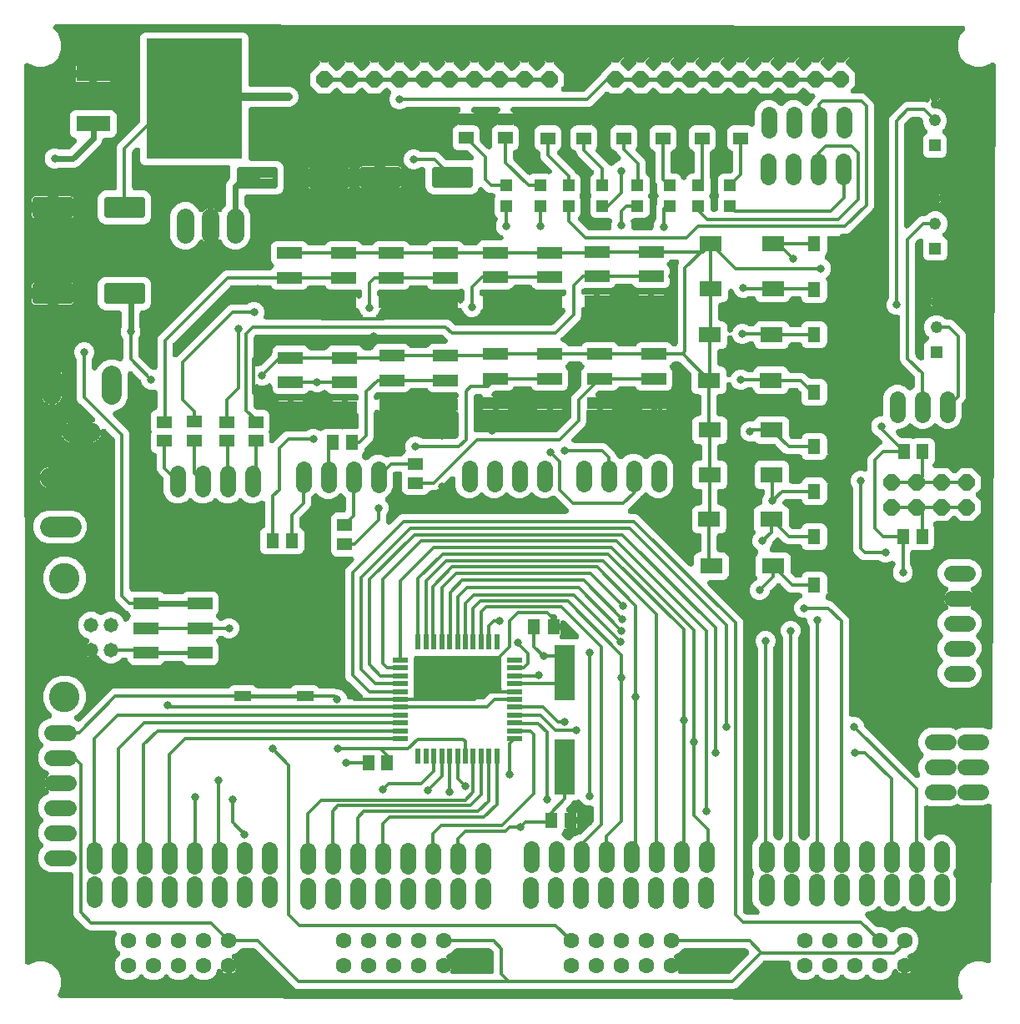
<source format=gbr>
G04 EAGLE Gerber RS-274X export*
G75*
%MOMM*%
%FSLAX34Y34*%
%LPD*%
%INTop Copper*%
%IPPOS*%
%AMOC8*
5,1,8,0,0,1.08239X$1,22.5*%
G01*
%ADD10R,1.500000X0.500000*%
%ADD11R,0.500000X1.500000*%
%ADD12C,1.625600*%
%ADD13R,1.300000X1.500000*%
%ADD14R,1.700000X1.000000*%
%ADD15C,3.100000*%
%ADD16C,1.472000*%
%ADD17R,2.500000X1.200000*%
%ADD18R,1.500000X1.300000*%
%ADD19R,1.200000X1.200000*%
%ADD20R,2.300000X1.600000*%
%ADD21R,1.216000X1.216000*%
%ADD22C,1.216000*%
%ADD23C,1.600000*%
%ADD24P,1.759533X8X22.500000*%
%ADD25P,1.759533X8X202.500000*%
%ADD26R,9.750000X12.200000*%
%ADD27R,3.500000X1.600000*%
%ADD28C,0.550000*%
%ADD29C,1.788163*%
%ADD30C,2.000000*%
%ADD31C,2.113281*%
%ADD32R,2.100000X5.600000*%
%ADD33R,1.300000X1.600000*%
%ADD34C,0.300000*%
%ADD35C,0.800000*%
%ADD36C,0.406400*%
%ADD37C,0.609600*%
%ADD38C,0.254000*%
%ADD39C,0.812800*%

G36*
X955795Y4677D02*
X955795Y4677D01*
X955845Y4674D01*
X956039Y4696D01*
X956233Y4712D01*
X956282Y4724D01*
X956332Y4729D01*
X956520Y4783D01*
X956708Y4830D01*
X956754Y4849D01*
X956803Y4863D01*
X956979Y4946D01*
X957158Y5023D01*
X957200Y5050D01*
X957245Y5072D01*
X957406Y5182D01*
X957570Y5287D01*
X957607Y5321D01*
X957648Y5349D01*
X957789Y5484D01*
X957933Y5615D01*
X957965Y5654D01*
X958001Y5689D01*
X958117Y5845D01*
X958239Y5997D01*
X958264Y6041D01*
X958294Y6081D01*
X958383Y6254D01*
X958478Y6424D01*
X958495Y6471D01*
X958519Y6516D01*
X958579Y6701D01*
X958645Y6884D01*
X958654Y6933D01*
X958670Y6981D01*
X958699Y7174D01*
X958735Y7365D01*
X958736Y7415D01*
X958743Y7465D01*
X958741Y7660D01*
X958745Y7854D01*
X958738Y7904D01*
X958737Y7954D01*
X958703Y8146D01*
X958675Y8339D01*
X958660Y8387D01*
X958651Y8436D01*
X958586Y8620D01*
X958528Y8806D01*
X958505Y8850D01*
X958488Y8898D01*
X958395Y9068D01*
X958307Y9242D01*
X958277Y9283D01*
X958253Y9327D01*
X958174Y9423D01*
X958017Y9637D01*
X957928Y9724D01*
X957872Y9793D01*
X957115Y10550D01*
X953903Y18304D01*
X953903Y26696D01*
X957115Y34450D01*
X963050Y40385D01*
X970804Y43597D01*
X979196Y43597D01*
X983486Y41820D01*
X983663Y41763D01*
X983837Y41699D01*
X983896Y41688D01*
X983952Y41670D01*
X984136Y41643D01*
X984318Y41608D01*
X984378Y41607D01*
X984436Y41598D01*
X984622Y41601D01*
X984808Y41596D01*
X984866Y41605D01*
X984926Y41606D01*
X985109Y41639D01*
X985292Y41664D01*
X985349Y41682D01*
X985407Y41693D01*
X985583Y41755D01*
X985759Y41810D01*
X985812Y41837D01*
X985868Y41857D01*
X986031Y41947D01*
X986197Y42031D01*
X986245Y42066D01*
X986297Y42094D01*
X986442Y42209D01*
X986592Y42319D01*
X986634Y42361D01*
X986681Y42398D01*
X986806Y42535D01*
X986936Y42667D01*
X986970Y42716D01*
X987010Y42760D01*
X987111Y42916D01*
X987218Y43067D01*
X987244Y43121D01*
X987276Y43171D01*
X987350Y43341D01*
X987431Y43508D01*
X987448Y43565D01*
X987472Y43619D01*
X987517Y43800D01*
X987570Y43977D01*
X987575Y44028D01*
X987592Y44094D01*
X987631Y44554D01*
X987633Y44576D01*
X988412Y200374D01*
X988397Y200573D01*
X988387Y200774D01*
X988378Y200817D01*
X988375Y200862D01*
X988327Y201056D01*
X988285Y201253D01*
X988269Y201294D01*
X988258Y201337D01*
X988179Y201521D01*
X988106Y201708D01*
X988084Y201746D01*
X988066Y201787D01*
X987958Y201956D01*
X987856Y202129D01*
X987827Y202163D01*
X987803Y202200D01*
X987670Y202349D01*
X987540Y202503D01*
X987506Y202532D01*
X987477Y202565D01*
X987321Y202690D01*
X987168Y202821D01*
X987130Y202844D01*
X987095Y202871D01*
X986921Y202970D01*
X986749Y203074D01*
X986708Y203090D01*
X986669Y203112D01*
X986481Y203181D01*
X986295Y203255D01*
X986251Y203265D01*
X986210Y203280D01*
X986012Y203317D01*
X985817Y203361D01*
X985772Y203363D01*
X985729Y203371D01*
X985529Y203376D01*
X985328Y203387D01*
X985284Y203382D01*
X985239Y203383D01*
X985041Y203355D01*
X984841Y203333D01*
X984804Y203322D01*
X984755Y203315D01*
X984288Y203169D01*
X984276Y203163D01*
X984265Y203160D01*
X979958Y201375D01*
X958043Y201375D01*
X954251Y202946D01*
X954117Y202989D01*
X953985Y203041D01*
X953884Y203064D01*
X953785Y203095D01*
X953645Y203116D01*
X953507Y203147D01*
X953404Y203152D01*
X953301Y203167D01*
X953160Y203165D01*
X953019Y203173D01*
X952915Y203161D01*
X952812Y203160D01*
X952673Y203135D01*
X952532Y203119D01*
X952450Y203094D01*
X952330Y203073D01*
X952074Y202981D01*
X951956Y202946D01*
X946957Y200875D01*
X925042Y200875D01*
X923444Y201537D01*
X923260Y201596D01*
X923078Y201662D01*
X923027Y201671D01*
X922978Y201687D01*
X922787Y201716D01*
X922597Y201751D01*
X922545Y201752D01*
X922494Y201759D01*
X922301Y201756D01*
X922108Y201760D01*
X922056Y201752D01*
X922004Y201752D01*
X921815Y201717D01*
X921623Y201689D01*
X921574Y201674D01*
X921523Y201664D01*
X921341Y201600D01*
X921157Y201541D01*
X921111Y201517D01*
X921062Y201500D01*
X920893Y201407D01*
X920721Y201319D01*
X920679Y201288D01*
X920634Y201263D01*
X920483Y201143D01*
X920327Y201029D01*
X920290Y200991D01*
X920250Y200959D01*
X920120Y200817D01*
X919985Y200678D01*
X919955Y200636D01*
X919920Y200597D01*
X919816Y200436D01*
X919705Y200277D01*
X919682Y200230D01*
X919654Y200187D01*
X919577Y200010D01*
X919494Y199835D01*
X919479Y199785D01*
X919458Y199738D01*
X919411Y199551D01*
X919357Y199365D01*
X919353Y199320D01*
X919338Y199264D01*
X919297Y198776D01*
X919297Y198771D01*
X919297Y198767D01*
X919297Y171290D01*
X919308Y171150D01*
X919310Y171008D01*
X919328Y170906D01*
X919337Y170803D01*
X919371Y170665D01*
X919396Y170526D01*
X919430Y170428D01*
X919455Y170328D01*
X919512Y170198D01*
X919559Y170065D01*
X919609Y169974D01*
X919650Y169879D01*
X919726Y169760D01*
X919794Y169636D01*
X919849Y169569D01*
X919915Y169467D01*
X920097Y169265D01*
X920175Y169170D01*
X922279Y167066D01*
X922351Y167005D01*
X922417Y166937D01*
X922537Y166846D01*
X922652Y166749D01*
X922733Y166700D01*
X922809Y166644D01*
X922943Y166575D01*
X923072Y166497D01*
X923160Y166462D01*
X923244Y166419D01*
X923387Y166373D01*
X923527Y166317D01*
X923619Y166297D01*
X923709Y166268D01*
X923858Y166245D01*
X924005Y166213D01*
X924100Y166208D01*
X924193Y166194D01*
X924344Y166196D01*
X924494Y166189D01*
X924588Y166199D01*
X924682Y166200D01*
X924831Y166227D01*
X924981Y166244D01*
X925071Y166270D01*
X925164Y166286D01*
X925306Y166336D01*
X925451Y166377D01*
X925537Y166418D01*
X925626Y166449D01*
X925758Y166522D01*
X925894Y166586D01*
X925972Y166639D01*
X926055Y166685D01*
X926144Y166758D01*
X926297Y166864D01*
X926431Y166992D01*
X926521Y167066D01*
X929042Y169587D01*
X934270Y171753D01*
X939930Y171753D01*
X945158Y169587D01*
X949159Y165586D01*
X951325Y160358D01*
X951325Y138443D01*
X949484Y133998D01*
X949440Y133863D01*
X949388Y133732D01*
X949366Y133631D01*
X949334Y133532D01*
X949313Y133392D01*
X949283Y133254D01*
X949277Y133150D01*
X949262Y133048D01*
X949264Y132907D01*
X949257Y132765D01*
X949268Y132662D01*
X949270Y132558D01*
X949295Y132419D01*
X949310Y132279D01*
X949335Y132196D01*
X949357Y132077D01*
X949448Y131820D01*
X949484Y131702D01*
X951325Y127257D01*
X951325Y105342D01*
X949159Y100114D01*
X945158Y96113D01*
X939930Y93947D01*
X934270Y93947D01*
X929042Y96113D01*
X926521Y98634D01*
X926449Y98695D01*
X926383Y98763D01*
X926263Y98854D01*
X926148Y98951D01*
X926067Y99000D01*
X925991Y99056D01*
X925857Y99125D01*
X925728Y99203D01*
X925640Y99238D01*
X925556Y99281D01*
X925413Y99328D01*
X925273Y99383D01*
X925181Y99403D01*
X925091Y99432D01*
X924942Y99455D01*
X924795Y99487D01*
X924700Y99492D01*
X924607Y99506D01*
X924456Y99504D01*
X924306Y99511D01*
X924212Y99501D01*
X924118Y99500D01*
X923969Y99473D01*
X923819Y99456D01*
X923729Y99430D01*
X923636Y99414D01*
X923494Y99364D01*
X923349Y99323D01*
X923263Y99282D01*
X923174Y99251D01*
X923042Y99178D01*
X922906Y99114D01*
X922828Y99061D01*
X922745Y99015D01*
X922655Y98942D01*
X922503Y98836D01*
X922369Y98708D01*
X922279Y98634D01*
X919758Y96113D01*
X914530Y93947D01*
X908870Y93947D01*
X903642Y96113D01*
X901121Y98634D01*
X901049Y98695D01*
X900983Y98763D01*
X900863Y98854D01*
X900748Y98951D01*
X900667Y99000D01*
X900591Y99056D01*
X900457Y99125D01*
X900328Y99203D01*
X900240Y99238D01*
X900156Y99281D01*
X900013Y99328D01*
X899873Y99383D01*
X899781Y99403D01*
X899691Y99432D01*
X899542Y99455D01*
X899395Y99487D01*
X899300Y99492D01*
X899207Y99506D01*
X899056Y99504D01*
X898906Y99511D01*
X898812Y99501D01*
X898718Y99500D01*
X898569Y99473D01*
X898419Y99456D01*
X898329Y99430D01*
X898236Y99414D01*
X898094Y99364D01*
X897949Y99323D01*
X897863Y99282D01*
X897774Y99251D01*
X897642Y99178D01*
X897506Y99114D01*
X897428Y99061D01*
X897345Y99015D01*
X897255Y98942D01*
X897103Y98836D01*
X896969Y98708D01*
X896879Y98634D01*
X894358Y96113D01*
X889130Y93947D01*
X883470Y93947D01*
X878242Y96113D01*
X875721Y98634D01*
X875649Y98695D01*
X875583Y98763D01*
X875463Y98854D01*
X875348Y98951D01*
X875267Y99000D01*
X875191Y99056D01*
X875057Y99125D01*
X874928Y99203D01*
X874840Y99238D01*
X874756Y99281D01*
X874613Y99328D01*
X874473Y99383D01*
X874381Y99403D01*
X874291Y99432D01*
X874142Y99455D01*
X873995Y99487D01*
X873900Y99492D01*
X873807Y99506D01*
X873656Y99504D01*
X873506Y99511D01*
X873412Y99501D01*
X873318Y99500D01*
X873169Y99473D01*
X873019Y99456D01*
X872929Y99430D01*
X872836Y99414D01*
X872694Y99364D01*
X872549Y99323D01*
X872463Y99282D01*
X872374Y99251D01*
X872242Y99178D01*
X872106Y99114D01*
X872028Y99061D01*
X871945Y99015D01*
X871855Y98942D01*
X871703Y98836D01*
X871569Y98708D01*
X871479Y98634D01*
X868958Y96113D01*
X863730Y93947D01*
X862637Y93947D01*
X862590Y93943D01*
X862543Y93946D01*
X862346Y93923D01*
X862149Y93907D01*
X862103Y93896D01*
X862056Y93891D01*
X861866Y93837D01*
X861674Y93789D01*
X861631Y93770D01*
X861586Y93757D01*
X861407Y93673D01*
X861225Y93594D01*
X861186Y93569D01*
X861143Y93549D01*
X860979Y93436D01*
X860814Y93329D01*
X860779Y93298D01*
X860740Y93271D01*
X860597Y93133D01*
X860451Y93001D01*
X860421Y92964D01*
X860387Y92931D01*
X860269Y92773D01*
X860146Y92618D01*
X860123Y92577D01*
X860095Y92539D01*
X860004Y92364D01*
X859907Y92191D01*
X859891Y92146D01*
X859870Y92104D01*
X859808Y91916D01*
X859742Y91730D01*
X859733Y91684D01*
X859718Y91639D01*
X859689Y91444D01*
X859653Y91249D01*
X859652Y91202D01*
X859645Y91155D01*
X859647Y90957D01*
X859644Y90760D01*
X859650Y90713D01*
X859651Y90666D01*
X859686Y90471D01*
X859714Y90275D01*
X859728Y90230D01*
X859737Y90184D01*
X859803Y89997D01*
X859862Y89809D01*
X859884Y89767D01*
X859900Y89722D01*
X859995Y89549D01*
X860085Y89373D01*
X860113Y89335D01*
X860135Y89293D01*
X860214Y89198D01*
X860375Y88979D01*
X860461Y88894D01*
X860516Y88827D01*
X862462Y86881D01*
X870168Y79175D01*
X870276Y79084D01*
X870377Y78985D01*
X870462Y78925D01*
X870541Y78859D01*
X870662Y78786D01*
X870779Y78705D01*
X870872Y78660D01*
X870961Y78607D01*
X871092Y78555D01*
X871220Y78494D01*
X871320Y78465D01*
X871416Y78427D01*
X871555Y78397D01*
X871690Y78357D01*
X871776Y78348D01*
X871894Y78323D01*
X872166Y78309D01*
X872289Y78297D01*
X877204Y78297D01*
X882385Y76151D01*
X884979Y73557D01*
X885051Y73495D01*
X885117Y73428D01*
X885237Y73338D01*
X885352Y73240D01*
X885433Y73191D01*
X885509Y73135D01*
X885643Y73066D01*
X885772Y72988D01*
X885860Y72953D01*
X885944Y72910D01*
X886087Y72863D01*
X886227Y72808D01*
X886319Y72788D01*
X886409Y72759D01*
X886558Y72736D01*
X886705Y72704D01*
X886800Y72699D01*
X886893Y72685D01*
X887044Y72687D01*
X887194Y72680D01*
X887288Y72690D01*
X887382Y72691D01*
X887531Y72718D01*
X887681Y72735D01*
X887771Y72761D01*
X887864Y72777D01*
X888006Y72827D01*
X888151Y72868D01*
X888237Y72909D01*
X888326Y72940D01*
X888458Y73013D01*
X888594Y73077D01*
X888672Y73130D01*
X888755Y73176D01*
X888844Y73249D01*
X888997Y73354D01*
X889131Y73483D01*
X889221Y73557D01*
X891815Y76151D01*
X896996Y78297D01*
X902604Y78297D01*
X907785Y76151D01*
X911751Y72185D01*
X913897Y67004D01*
X913897Y61396D01*
X911751Y56215D01*
X907785Y52249D01*
X904527Y50900D01*
X904364Y50816D01*
X904197Y50739D01*
X904146Y50704D01*
X904091Y50676D01*
X903944Y50567D01*
X903792Y50464D01*
X903747Y50421D01*
X903698Y50385D01*
X903570Y50253D01*
X903437Y50126D01*
X903400Y50077D01*
X903357Y50033D01*
X903253Y49882D01*
X903142Y49736D01*
X903114Y49682D01*
X903079Y49631D01*
X903000Y49465D01*
X902914Y49303D01*
X902895Y49244D01*
X902869Y49189D01*
X902818Y49013D01*
X902760Y48838D01*
X902751Y48777D01*
X902734Y48718D01*
X902712Y48536D01*
X902684Y48355D01*
X902684Y48293D01*
X902677Y48232D01*
X902686Y48049D01*
X902687Y47865D01*
X902697Y47805D01*
X902700Y47743D01*
X902738Y47564D01*
X902769Y47383D01*
X902789Y47325D01*
X902802Y47265D01*
X902869Y47094D01*
X902929Y46920D01*
X902959Y46866D01*
X902981Y46809D01*
X903075Y46652D01*
X903163Y46490D01*
X903200Y46441D01*
X903232Y46389D01*
X903350Y46248D01*
X903463Y46103D01*
X903502Y46068D01*
X903547Y46015D01*
X903885Y45726D01*
X903911Y45702D01*
X905012Y44903D01*
X905903Y44012D01*
X906643Y42993D01*
X907215Y41871D01*
X907238Y41799D01*
X899800Y41799D01*
X899706Y41792D01*
X899612Y41793D01*
X899463Y41772D01*
X899313Y41759D01*
X899221Y41737D01*
X899128Y41723D01*
X898984Y41677D01*
X898838Y41641D01*
X898751Y41603D01*
X898661Y41575D01*
X898527Y41506D01*
X898389Y41446D01*
X898309Y41395D01*
X898225Y41352D01*
X898103Y41263D01*
X897977Y41181D01*
X897907Y41118D01*
X897831Y41062D01*
X897830Y41062D01*
X897725Y40954D01*
X897614Y40853D01*
X897613Y40853D01*
X897555Y40779D01*
X897489Y40711D01*
X897402Y40588D01*
X897309Y40470D01*
X897263Y40387D01*
X897209Y40310D01*
X897144Y40174D01*
X897070Y40042D01*
X897038Y39954D01*
X896997Y39869D01*
X896955Y39724D01*
X896904Y39582D01*
X896887Y39489D01*
X896861Y39399D01*
X896849Y39283D01*
X896816Y39101D01*
X896812Y38915D01*
X896801Y38800D01*
X896801Y31362D01*
X896729Y31385D01*
X895607Y31957D01*
X894588Y32697D01*
X893697Y33588D01*
X892898Y34689D01*
X892778Y34828D01*
X892664Y34972D01*
X892619Y35013D01*
X892579Y35060D01*
X892438Y35178D01*
X892302Y35301D01*
X892250Y35335D01*
X892204Y35374D01*
X892046Y35467D01*
X891891Y35567D01*
X891835Y35592D01*
X891782Y35623D01*
X891611Y35690D01*
X891443Y35763D01*
X891383Y35778D01*
X891326Y35800D01*
X891147Y35838D01*
X890968Y35883D01*
X890907Y35889D01*
X890847Y35901D01*
X890664Y35909D01*
X890481Y35925D01*
X890419Y35920D01*
X890358Y35923D01*
X890176Y35901D01*
X889993Y35886D01*
X889933Y35872D01*
X889872Y35864D01*
X889696Y35813D01*
X889517Y35769D01*
X889461Y35745D01*
X889402Y35728D01*
X889236Y35649D01*
X889068Y35576D01*
X889016Y35543D01*
X888961Y35517D01*
X888810Y35411D01*
X888655Y35313D01*
X888610Y35272D01*
X888559Y35236D01*
X888428Y35108D01*
X888291Y34985D01*
X888253Y34938D01*
X888209Y34895D01*
X888100Y34747D01*
X887985Y34603D01*
X887960Y34557D01*
X887919Y34501D01*
X887717Y34104D01*
X887700Y34073D01*
X886351Y30815D01*
X882385Y26849D01*
X877204Y24703D01*
X871596Y24703D01*
X866415Y26849D01*
X863821Y29443D01*
X863749Y29505D01*
X863683Y29572D01*
X863563Y29662D01*
X863448Y29760D01*
X863367Y29809D01*
X863291Y29865D01*
X863157Y29934D01*
X863028Y30012D01*
X862940Y30047D01*
X862856Y30090D01*
X862713Y30137D01*
X862573Y30192D01*
X862481Y30212D01*
X862391Y30241D01*
X862242Y30264D01*
X862095Y30296D01*
X862000Y30301D01*
X861907Y30315D01*
X861756Y30313D01*
X861606Y30320D01*
X861512Y30310D01*
X861418Y30309D01*
X861269Y30282D01*
X861119Y30265D01*
X861029Y30239D01*
X860936Y30223D01*
X860794Y30173D01*
X860649Y30132D01*
X860563Y30091D01*
X860474Y30060D01*
X860342Y29987D01*
X860206Y29923D01*
X860128Y29870D01*
X860045Y29824D01*
X859956Y29751D01*
X859803Y29646D01*
X859669Y29517D01*
X859579Y29443D01*
X856985Y26849D01*
X851804Y24703D01*
X846196Y24703D01*
X841015Y26849D01*
X838421Y29443D01*
X838349Y29504D01*
X838283Y29572D01*
X838163Y29663D01*
X838048Y29760D01*
X837967Y29809D01*
X837891Y29865D01*
X837757Y29934D01*
X837628Y30012D01*
X837540Y30047D01*
X837456Y30090D01*
X837313Y30137D01*
X837173Y30192D01*
X837081Y30212D01*
X836991Y30241D01*
X836842Y30264D01*
X836695Y30296D01*
X836600Y30301D01*
X836507Y30315D01*
X836356Y30313D01*
X836206Y30320D01*
X836112Y30310D01*
X836018Y30309D01*
X835869Y30282D01*
X835719Y30265D01*
X835629Y30239D01*
X835536Y30223D01*
X835394Y30173D01*
X835249Y30132D01*
X835163Y30091D01*
X835074Y30060D01*
X834942Y29987D01*
X834806Y29923D01*
X834728Y29870D01*
X834645Y29824D01*
X834555Y29751D01*
X834403Y29646D01*
X834269Y29517D01*
X834179Y29443D01*
X831585Y26849D01*
X826404Y24703D01*
X820796Y24703D01*
X815615Y26849D01*
X813021Y29443D01*
X812949Y29504D01*
X812883Y29572D01*
X812763Y29663D01*
X812648Y29760D01*
X812567Y29809D01*
X812491Y29865D01*
X812357Y29934D01*
X812228Y30012D01*
X812140Y30047D01*
X812056Y30090D01*
X811913Y30137D01*
X811773Y30192D01*
X811681Y30212D01*
X811591Y30241D01*
X811442Y30264D01*
X811295Y30296D01*
X811200Y30301D01*
X811107Y30315D01*
X810956Y30313D01*
X810806Y30320D01*
X810712Y30310D01*
X810618Y30309D01*
X810469Y30282D01*
X810319Y30265D01*
X810229Y30239D01*
X810136Y30223D01*
X809994Y30173D01*
X809849Y30132D01*
X809763Y30091D01*
X809674Y30060D01*
X809542Y29987D01*
X809406Y29923D01*
X809328Y29870D01*
X809245Y29824D01*
X809155Y29751D01*
X809003Y29646D01*
X808869Y29517D01*
X808779Y29443D01*
X806185Y26849D01*
X801004Y24703D01*
X795396Y24703D01*
X790215Y26849D01*
X786249Y30815D01*
X784103Y35996D01*
X784103Y41404D01*
X784096Y41498D01*
X784097Y41592D01*
X784076Y41742D01*
X784063Y41892D01*
X784040Y41983D01*
X784027Y42077D01*
X783981Y42220D01*
X783945Y42367D01*
X783907Y42453D01*
X783879Y42543D01*
X783810Y42678D01*
X783750Y42816D01*
X783699Y42895D01*
X783656Y42979D01*
X783567Y43101D01*
X783485Y43227D01*
X783422Y43297D01*
X783366Y43373D01*
X783258Y43479D01*
X783157Y43590D01*
X783083Y43649D01*
X783016Y43715D01*
X782892Y43801D01*
X782774Y43895D01*
X782692Y43941D01*
X782614Y43995D01*
X782478Y44060D01*
X782347Y44134D01*
X782258Y44166D01*
X782173Y44206D01*
X782028Y44248D01*
X781886Y44299D01*
X781793Y44317D01*
X781703Y44343D01*
X781588Y44354D01*
X781405Y44388D01*
X781219Y44392D01*
X781104Y44403D01*
X757889Y44403D01*
X757748Y44392D01*
X757607Y44390D01*
X757504Y44372D01*
X757401Y44363D01*
X757264Y44329D01*
X757125Y44304D01*
X757027Y44270D01*
X756926Y44245D01*
X756797Y44188D01*
X756663Y44141D01*
X756572Y44091D01*
X756477Y44050D01*
X756358Y43974D01*
X756234Y43906D01*
X756167Y43851D01*
X756066Y43785D01*
X755864Y43603D01*
X755768Y43525D01*
X728803Y16560D01*
X726011Y15403D01*
X282989Y15403D01*
X280197Y16560D01*
X241032Y55725D01*
X240924Y55816D01*
X240823Y55915D01*
X240738Y55975D01*
X240659Y56041D01*
X240538Y56114D01*
X240421Y56195D01*
X240328Y56240D01*
X240239Y56293D01*
X240108Y56345D01*
X239980Y56406D01*
X239880Y56435D01*
X239784Y56473D01*
X239645Y56503D01*
X239510Y56543D01*
X239424Y56552D01*
X239306Y56577D01*
X239034Y56591D01*
X238911Y56603D01*
X227381Y56603D01*
X227241Y56592D01*
X227099Y56590D01*
X226997Y56572D01*
X226894Y56563D01*
X226756Y56529D01*
X226617Y56504D01*
X226519Y56470D01*
X226419Y56445D01*
X226289Y56388D01*
X226156Y56341D01*
X226065Y56291D01*
X225970Y56250D01*
X225851Y56174D01*
X225727Y56106D01*
X225660Y56051D01*
X225558Y55985D01*
X225356Y55803D01*
X225261Y55725D01*
X221785Y52249D01*
X218527Y50900D01*
X218364Y50816D01*
X218197Y50739D01*
X218146Y50704D01*
X218091Y50676D01*
X217944Y50567D01*
X217792Y50464D01*
X217747Y50421D01*
X217698Y50385D01*
X217570Y50253D01*
X217437Y50126D01*
X217400Y50077D01*
X217357Y50033D01*
X217253Y49882D01*
X217142Y49736D01*
X217114Y49682D01*
X217079Y49631D01*
X217000Y49465D01*
X216914Y49303D01*
X216895Y49244D01*
X216869Y49189D01*
X216818Y49013D01*
X216760Y48838D01*
X216751Y48777D01*
X216734Y48718D01*
X216712Y48536D01*
X216684Y48355D01*
X216684Y48293D01*
X216677Y48232D01*
X216686Y48049D01*
X216687Y47865D01*
X216697Y47805D01*
X216700Y47743D01*
X216738Y47564D01*
X216769Y47383D01*
X216789Y47325D01*
X216802Y47265D01*
X216869Y47094D01*
X216929Y46920D01*
X216959Y46866D01*
X216981Y46809D01*
X217075Y46652D01*
X217163Y46490D01*
X217200Y46441D01*
X217232Y46389D01*
X217350Y46248D01*
X217463Y46103D01*
X217502Y46068D01*
X217547Y46015D01*
X217885Y45726D01*
X217911Y45702D01*
X219012Y44903D01*
X219903Y44012D01*
X220643Y42993D01*
X221215Y41871D01*
X221238Y41799D01*
X213800Y41799D01*
X213706Y41792D01*
X213612Y41793D01*
X213463Y41772D01*
X213313Y41759D01*
X213221Y41737D01*
X213128Y41723D01*
X212984Y41677D01*
X212838Y41641D01*
X212751Y41603D01*
X212661Y41575D01*
X212527Y41506D01*
X212389Y41446D01*
X212309Y41395D01*
X212225Y41352D01*
X212103Y41263D01*
X211977Y41181D01*
X211907Y41118D01*
X211831Y41062D01*
X211830Y41062D01*
X211725Y40954D01*
X211614Y40853D01*
X211613Y40853D01*
X211555Y40779D01*
X211489Y40711D01*
X211402Y40588D01*
X211309Y40470D01*
X211263Y40387D01*
X211209Y40310D01*
X211144Y40174D01*
X211070Y40042D01*
X211038Y39954D01*
X210997Y39869D01*
X210955Y39724D01*
X210904Y39582D01*
X210887Y39489D01*
X210861Y39399D01*
X210849Y39283D01*
X210816Y39101D01*
X210812Y38915D01*
X210801Y38800D01*
X210801Y31362D01*
X210729Y31385D01*
X209607Y31957D01*
X208588Y32697D01*
X207697Y33588D01*
X206898Y34689D01*
X206778Y34828D01*
X206664Y34972D01*
X206619Y35013D01*
X206579Y35060D01*
X206438Y35178D01*
X206302Y35301D01*
X206250Y35335D01*
X206204Y35374D01*
X206046Y35467D01*
X205891Y35567D01*
X205835Y35592D01*
X205782Y35623D01*
X205611Y35690D01*
X205443Y35763D01*
X205383Y35778D01*
X205326Y35800D01*
X205147Y35838D01*
X204968Y35883D01*
X204907Y35889D01*
X204847Y35901D01*
X204664Y35909D01*
X204481Y35925D01*
X204419Y35920D01*
X204358Y35923D01*
X204176Y35901D01*
X203993Y35886D01*
X203933Y35872D01*
X203872Y35864D01*
X203696Y35813D01*
X203517Y35769D01*
X203461Y35745D01*
X203402Y35728D01*
X203236Y35649D01*
X203068Y35576D01*
X203016Y35543D01*
X202961Y35517D01*
X202810Y35411D01*
X202655Y35313D01*
X202610Y35272D01*
X202559Y35236D01*
X202428Y35108D01*
X202291Y34985D01*
X202253Y34938D01*
X202209Y34895D01*
X202100Y34747D01*
X201985Y34603D01*
X201960Y34557D01*
X201919Y34501D01*
X201717Y34104D01*
X201700Y34073D01*
X200351Y30815D01*
X196385Y26849D01*
X191204Y24703D01*
X185596Y24703D01*
X180415Y26849D01*
X177821Y29443D01*
X177749Y29504D01*
X177683Y29572D01*
X177563Y29663D01*
X177448Y29760D01*
X177367Y29809D01*
X177291Y29865D01*
X177157Y29934D01*
X177028Y30012D01*
X176940Y30047D01*
X176856Y30090D01*
X176713Y30137D01*
X176573Y30192D01*
X176481Y30212D01*
X176391Y30241D01*
X176242Y30264D01*
X176095Y30296D01*
X176000Y30301D01*
X175907Y30315D01*
X175756Y30313D01*
X175606Y30320D01*
X175512Y30310D01*
X175418Y30309D01*
X175269Y30282D01*
X175119Y30265D01*
X175029Y30239D01*
X174936Y30223D01*
X174794Y30173D01*
X174649Y30132D01*
X174563Y30091D01*
X174474Y30060D01*
X174342Y29987D01*
X174206Y29923D01*
X174128Y29870D01*
X174045Y29824D01*
X173955Y29751D01*
X173803Y29646D01*
X173669Y29517D01*
X173579Y29443D01*
X170985Y26849D01*
X165804Y24703D01*
X160196Y24703D01*
X155015Y26849D01*
X152421Y29443D01*
X152349Y29504D01*
X152283Y29572D01*
X152163Y29663D01*
X152048Y29760D01*
X151967Y29809D01*
X151891Y29865D01*
X151757Y29934D01*
X151628Y30012D01*
X151540Y30047D01*
X151456Y30090D01*
X151313Y30137D01*
X151173Y30192D01*
X151081Y30212D01*
X150991Y30241D01*
X150842Y30264D01*
X150695Y30296D01*
X150600Y30301D01*
X150507Y30315D01*
X150356Y30313D01*
X150206Y30320D01*
X150112Y30310D01*
X150018Y30309D01*
X149869Y30282D01*
X149719Y30265D01*
X149629Y30239D01*
X149536Y30223D01*
X149394Y30173D01*
X149249Y30132D01*
X149163Y30091D01*
X149074Y30060D01*
X148942Y29987D01*
X148806Y29923D01*
X148728Y29870D01*
X148645Y29824D01*
X148555Y29751D01*
X148403Y29646D01*
X148269Y29517D01*
X148179Y29443D01*
X145585Y26849D01*
X140404Y24703D01*
X134796Y24703D01*
X129615Y26849D01*
X127021Y29443D01*
X126949Y29504D01*
X126883Y29572D01*
X126763Y29663D01*
X126648Y29760D01*
X126567Y29809D01*
X126491Y29865D01*
X126357Y29934D01*
X126228Y30012D01*
X126140Y30047D01*
X126056Y30090D01*
X125913Y30137D01*
X125773Y30192D01*
X125681Y30212D01*
X125591Y30241D01*
X125442Y30264D01*
X125295Y30296D01*
X125200Y30301D01*
X125107Y30315D01*
X124956Y30313D01*
X124806Y30320D01*
X124712Y30310D01*
X124618Y30309D01*
X124469Y30282D01*
X124319Y30265D01*
X124229Y30239D01*
X124136Y30223D01*
X123994Y30173D01*
X123849Y30132D01*
X123763Y30091D01*
X123674Y30060D01*
X123542Y29987D01*
X123406Y29923D01*
X123328Y29870D01*
X123245Y29824D01*
X123155Y29751D01*
X123003Y29646D01*
X122869Y29517D01*
X122779Y29443D01*
X120185Y26849D01*
X115004Y24703D01*
X109396Y24703D01*
X104215Y26849D01*
X100249Y30815D01*
X98103Y35996D01*
X98103Y41604D01*
X100249Y46785D01*
X102843Y49379D01*
X102905Y49451D01*
X102972Y49517D01*
X103062Y49637D01*
X103160Y49752D01*
X103209Y49833D01*
X103265Y49909D01*
X103334Y50043D01*
X103412Y50172D01*
X103447Y50260D01*
X103490Y50344D01*
X103537Y50487D01*
X103592Y50627D01*
X103612Y50719D01*
X103641Y50809D01*
X103664Y50958D01*
X103696Y51105D01*
X103701Y51200D01*
X103715Y51293D01*
X103713Y51444D01*
X103720Y51594D01*
X103710Y51688D01*
X103709Y51782D01*
X103682Y51931D01*
X103665Y52081D01*
X103639Y52171D01*
X103623Y52264D01*
X103573Y52406D01*
X103532Y52551D01*
X103491Y52637D01*
X103460Y52726D01*
X103387Y52858D01*
X103323Y52994D01*
X103270Y53072D01*
X103224Y53155D01*
X103151Y53244D01*
X103046Y53397D01*
X102917Y53531D01*
X102843Y53621D01*
X100249Y56215D01*
X98103Y61396D01*
X98103Y67004D01*
X99658Y70756D01*
X99717Y70940D01*
X99782Y71122D01*
X99791Y71173D01*
X99807Y71222D01*
X99836Y71413D01*
X99871Y71603D01*
X99872Y71655D01*
X99879Y71706D01*
X99876Y71899D01*
X99880Y72092D01*
X99872Y72144D01*
X99872Y72196D01*
X99837Y72386D01*
X99809Y72577D01*
X99794Y72626D01*
X99784Y72677D01*
X99719Y72860D01*
X99661Y73043D01*
X99638Y73089D01*
X99620Y73138D01*
X99527Y73307D01*
X99439Y73479D01*
X99408Y73521D01*
X99383Y73566D01*
X99263Y73718D01*
X99149Y73873D01*
X99112Y73910D01*
X99079Y73950D01*
X98937Y74080D01*
X98798Y74215D01*
X98756Y74245D01*
X98717Y74280D01*
X98556Y74385D01*
X98397Y74495D01*
X98350Y74518D01*
X98307Y74546D01*
X98130Y74623D01*
X97955Y74706D01*
X97906Y74721D01*
X97858Y74742D01*
X97671Y74789D01*
X97485Y74843D01*
X97440Y74847D01*
X97384Y74862D01*
X96896Y74903D01*
X96891Y74903D01*
X96887Y74903D01*
X72489Y74903D01*
X69697Y76060D01*
X57060Y88697D01*
X55903Y91489D01*
X55903Y131276D01*
X55896Y131370D01*
X55897Y131464D01*
X55876Y131614D01*
X55863Y131764D01*
X55840Y131855D01*
X55827Y131949D01*
X55781Y132092D01*
X55745Y132239D01*
X55707Y132325D01*
X55679Y132415D01*
X55610Y132550D01*
X55550Y132688D01*
X55499Y132767D01*
X55456Y132851D01*
X55367Y132973D01*
X55285Y133099D01*
X55222Y133169D01*
X55166Y133245D01*
X55058Y133351D01*
X54957Y133462D01*
X54883Y133521D01*
X54816Y133587D01*
X54692Y133673D01*
X54574Y133767D01*
X54492Y133813D01*
X54414Y133867D01*
X54278Y133932D01*
X54147Y134006D01*
X54058Y134038D01*
X53973Y134078D01*
X53828Y134120D01*
X53686Y134171D01*
X53593Y134189D01*
X53503Y134215D01*
X53388Y134226D01*
X53205Y134260D01*
X53019Y134264D01*
X52904Y134275D01*
X31542Y134275D01*
X26314Y136441D01*
X22313Y140442D01*
X20147Y145670D01*
X20147Y151330D01*
X22313Y156558D01*
X24834Y159079D01*
X24895Y159151D01*
X24963Y159217D01*
X25054Y159337D01*
X25151Y159452D01*
X25200Y159533D01*
X25256Y159609D01*
X25325Y159743D01*
X25403Y159872D01*
X25438Y159960D01*
X25481Y160044D01*
X25528Y160187D01*
X25583Y160327D01*
X25603Y160419D01*
X25632Y160509D01*
X25655Y160658D01*
X25687Y160805D01*
X25692Y160900D01*
X25706Y160993D01*
X25704Y161144D01*
X25711Y161294D01*
X25701Y161388D01*
X25700Y161482D01*
X25673Y161631D01*
X25656Y161781D01*
X25630Y161871D01*
X25614Y161964D01*
X25564Y162106D01*
X25523Y162251D01*
X25482Y162337D01*
X25451Y162426D01*
X25378Y162558D01*
X25314Y162694D01*
X25261Y162772D01*
X25215Y162855D01*
X25142Y162945D01*
X25036Y163097D01*
X24908Y163231D01*
X24834Y163321D01*
X22313Y165842D01*
X20147Y171070D01*
X20147Y176730D01*
X22313Y181958D01*
X24834Y184479D01*
X24895Y184551D01*
X24963Y184617D01*
X25054Y184737D01*
X25151Y184852D01*
X25200Y184933D01*
X25256Y185009D01*
X25325Y185143D01*
X25403Y185272D01*
X25438Y185360D01*
X25481Y185444D01*
X25528Y185587D01*
X25583Y185727D01*
X25603Y185819D01*
X25632Y185909D01*
X25655Y186058D01*
X25687Y186205D01*
X25692Y186300D01*
X25706Y186393D01*
X25704Y186544D01*
X25711Y186694D01*
X25701Y186788D01*
X25700Y186882D01*
X25673Y187031D01*
X25656Y187181D01*
X25630Y187271D01*
X25614Y187364D01*
X25564Y187506D01*
X25523Y187651D01*
X25482Y187737D01*
X25451Y187826D01*
X25378Y187958D01*
X25314Y188094D01*
X25261Y188172D01*
X25215Y188255D01*
X25142Y188345D01*
X25036Y188497D01*
X24908Y188631D01*
X24834Y188721D01*
X22313Y191242D01*
X20147Y196470D01*
X20147Y202130D01*
X22313Y207358D01*
X26314Y211359D01*
X29385Y212631D01*
X29548Y212715D01*
X29715Y212792D01*
X29766Y212827D01*
X29821Y212855D01*
X29968Y212964D01*
X30120Y213067D01*
X30165Y213110D01*
X30214Y213146D01*
X30342Y213278D01*
X30475Y213405D01*
X30512Y213453D01*
X30554Y213498D01*
X30659Y213649D01*
X30770Y213795D01*
X30798Y213849D01*
X30833Y213900D01*
X30912Y214066D01*
X30997Y214228D01*
X31017Y214286D01*
X31043Y214342D01*
X31094Y214518D01*
X31152Y214693D01*
X31161Y214754D01*
X31178Y214812D01*
X31199Y214995D01*
X31228Y215176D01*
X31228Y215238D01*
X31235Y215298D01*
X31226Y215482D01*
X31225Y215666D01*
X31215Y215726D01*
X31212Y215787D01*
X31174Y215967D01*
X31142Y216148D01*
X31122Y216206D01*
X31110Y216266D01*
X31043Y216437D01*
X30982Y216611D01*
X30953Y216665D01*
X30931Y216722D01*
X30837Y216879D01*
X30749Y217041D01*
X30712Y217089D01*
X30680Y217142D01*
X30562Y217283D01*
X30449Y217428D01*
X30410Y217463D01*
X30365Y217516D01*
X30027Y217805D01*
X30000Y217829D01*
X29076Y218500D01*
X28172Y219404D01*
X27420Y220440D01*
X26839Y221580D01*
X26800Y221701D01*
X42500Y221701D01*
X42594Y221708D01*
X42688Y221707D01*
X42837Y221728D01*
X42987Y221741D01*
X43079Y221763D01*
X43172Y221777D01*
X43316Y221823D01*
X43462Y221859D01*
X43549Y221897D01*
X43639Y221925D01*
X43773Y221994D01*
X43911Y222054D01*
X43991Y222105D01*
X44075Y222148D01*
X44197Y222237D01*
X44323Y222318D01*
X44393Y222382D01*
X44469Y222438D01*
X44574Y222546D01*
X44686Y222647D01*
X44745Y222720D01*
X44811Y222788D01*
X44897Y222912D01*
X44991Y223030D01*
X45037Y223112D01*
X45091Y223189D01*
X45156Y223325D01*
X45229Y223457D01*
X45261Y223546D01*
X45302Y223631D01*
X45344Y223776D01*
X45395Y223918D01*
X45412Y224010D01*
X45439Y224101D01*
X45450Y224216D01*
X45484Y224399D01*
X45487Y224584D01*
X45499Y224700D01*
X45491Y224794D01*
X45493Y224883D01*
X45493Y224889D01*
X45471Y225038D01*
X45459Y225188D01*
X45436Y225279D01*
X45423Y225373D01*
X45377Y225517D01*
X45340Y225663D01*
X45303Y225749D01*
X45274Y225839D01*
X45206Y225974D01*
X45146Y226112D01*
X45095Y226191D01*
X45052Y226275D01*
X44962Y226397D01*
X44881Y226523D01*
X44818Y226593D01*
X44762Y226669D01*
X44654Y226775D01*
X44553Y226887D01*
X44479Y226945D01*
X44411Y227011D01*
X44288Y227098D01*
X44170Y227191D01*
X44087Y227237D01*
X44010Y227291D01*
X43874Y227356D01*
X43742Y227430D01*
X43654Y227462D01*
X43569Y227502D01*
X43424Y227545D01*
X43282Y227596D01*
X43189Y227613D01*
X43099Y227639D01*
X42983Y227651D01*
X42801Y227684D01*
X42615Y227688D01*
X42500Y227699D01*
X26799Y227699D01*
X26839Y227820D01*
X27420Y228960D01*
X28172Y229996D01*
X29076Y230900D01*
X30000Y231571D01*
X30140Y231691D01*
X30284Y231805D01*
X30325Y231851D01*
X30372Y231890D01*
X30489Y232031D01*
X30613Y232167D01*
X30647Y232219D01*
X30686Y232266D01*
X30779Y232424D01*
X30879Y232578D01*
X30904Y232634D01*
X30935Y232687D01*
X31002Y232858D01*
X31075Y233026D01*
X31090Y233086D01*
X31112Y233143D01*
X31150Y233323D01*
X31195Y233501D01*
X31200Y233562D01*
X31213Y233622D01*
X31221Y233805D01*
X31237Y233989D01*
X31232Y234050D01*
X31235Y234111D01*
X31213Y234293D01*
X31198Y234477D01*
X31184Y234536D01*
X31176Y234597D01*
X31125Y234773D01*
X31081Y234952D01*
X31057Y235008D01*
X31040Y235067D01*
X30960Y235233D01*
X30888Y235401D01*
X30855Y235453D01*
X30829Y235508D01*
X30723Y235659D01*
X30624Y235814D01*
X30584Y235859D01*
X30548Y235910D01*
X30420Y236042D01*
X30297Y236178D01*
X30249Y236216D01*
X30207Y236260D01*
X30059Y236369D01*
X29915Y236484D01*
X29868Y236509D01*
X29813Y236550D01*
X29415Y236753D01*
X29385Y236769D01*
X26314Y238041D01*
X22313Y242042D01*
X20147Y247270D01*
X20147Y252930D01*
X22313Y258158D01*
X24834Y260679D01*
X24896Y260751D01*
X24963Y260817D01*
X25053Y260937D01*
X25151Y261052D01*
X25200Y261133D01*
X25256Y261209D01*
X25325Y261343D01*
X25403Y261472D01*
X25438Y261560D01*
X25481Y261644D01*
X25528Y261787D01*
X25583Y261927D01*
X25603Y262019D01*
X25632Y262109D01*
X25655Y262258D01*
X25687Y262405D01*
X25692Y262500D01*
X25706Y262593D01*
X25704Y262744D01*
X25711Y262894D01*
X25701Y262988D01*
X25700Y263082D01*
X25673Y263231D01*
X25656Y263381D01*
X25630Y263471D01*
X25614Y263564D01*
X25564Y263706D01*
X25523Y263851D01*
X25482Y263937D01*
X25451Y264026D01*
X25378Y264158D01*
X25314Y264294D01*
X25261Y264372D01*
X25215Y264455D01*
X25142Y264544D01*
X25037Y264697D01*
X24908Y264831D01*
X24834Y264921D01*
X22313Y267442D01*
X20147Y272670D01*
X20147Y278330D01*
X22313Y283558D01*
X26314Y287559D01*
X31604Y289750D01*
X31780Y289765D01*
X31826Y289776D01*
X31873Y289781D01*
X32063Y289835D01*
X32255Y289883D01*
X32298Y289902D01*
X32343Y289915D01*
X32523Y289999D01*
X32704Y290078D01*
X32743Y290103D01*
X32786Y290123D01*
X32950Y290236D01*
X33115Y290343D01*
X33150Y290374D01*
X33189Y290401D01*
X33332Y290538D01*
X33478Y290671D01*
X33508Y290708D01*
X33542Y290741D01*
X33660Y290899D01*
X33783Y291054D01*
X33806Y291095D01*
X33834Y291133D01*
X33925Y291308D01*
X34022Y291481D01*
X34038Y291526D01*
X34059Y291568D01*
X34120Y291755D01*
X34187Y291942D01*
X34196Y291988D01*
X34211Y292033D01*
X34240Y292228D01*
X34276Y292423D01*
X34277Y292470D01*
X34284Y292517D01*
X34282Y292715D01*
X34285Y292912D01*
X34279Y292959D01*
X34278Y293006D01*
X34243Y293201D01*
X34215Y293397D01*
X34201Y293442D01*
X34192Y293488D01*
X34126Y293675D01*
X34067Y293863D01*
X34045Y293905D01*
X34029Y293950D01*
X33934Y294123D01*
X33844Y294299D01*
X33816Y294337D01*
X33794Y294379D01*
X33716Y294474D01*
X33554Y294693D01*
X33467Y294778D01*
X33413Y294845D01*
X28691Y299566D01*
X25403Y307504D01*
X25403Y316096D01*
X28691Y324034D01*
X34766Y330109D01*
X42704Y333397D01*
X51296Y333397D01*
X59234Y330109D01*
X65309Y324034D01*
X68597Y316096D01*
X68597Y307504D01*
X65309Y299566D01*
X59234Y293491D01*
X58489Y293183D01*
X58447Y293161D01*
X58402Y293145D01*
X58229Y293049D01*
X58053Y292959D01*
X58015Y292931D01*
X57974Y292908D01*
X57819Y292785D01*
X57660Y292668D01*
X57627Y292634D01*
X57590Y292604D01*
X57457Y292458D01*
X57319Y292316D01*
X57293Y292277D01*
X57261Y292242D01*
X57153Y292076D01*
X57041Y291914D01*
X57020Y291871D01*
X56995Y291832D01*
X56916Y291650D01*
X56831Y291472D01*
X56818Y291426D01*
X56799Y291383D01*
X56750Y291192D01*
X56696Y291001D01*
X56690Y290954D01*
X56679Y290909D01*
X56662Y290712D01*
X56639Y290515D01*
X56641Y290468D01*
X56637Y290421D01*
X56653Y290224D01*
X56662Y290026D01*
X56672Y289980D01*
X56676Y289933D01*
X56723Y289741D01*
X56764Y289548D01*
X56782Y289504D01*
X56793Y289458D01*
X56871Y289276D01*
X56943Y289092D01*
X56967Y289052D01*
X56986Y289008D01*
X57093Y288841D01*
X57194Y288672D01*
X57224Y288635D01*
X57249Y288596D01*
X57382Y288449D01*
X57509Y288297D01*
X57545Y288267D01*
X57577Y288232D01*
X57731Y288108D01*
X57881Y287980D01*
X57922Y287955D01*
X57959Y287926D01*
X58068Y287867D01*
X58300Y287727D01*
X58413Y287682D01*
X58489Y287641D01*
X58704Y287552D01*
X58767Y287486D01*
X58888Y287396D01*
X59003Y287298D01*
X59084Y287250D01*
X59160Y287193D01*
X59294Y287124D01*
X59423Y287046D01*
X59510Y287012D01*
X59594Y286968D01*
X59738Y286922D01*
X59878Y286866D01*
X59970Y286846D01*
X60060Y286817D01*
X60209Y286794D01*
X60356Y286763D01*
X60450Y286758D01*
X60544Y286744D01*
X60694Y286745D01*
X60845Y286738D01*
X60939Y286749D01*
X61033Y286750D01*
X61181Y286776D01*
X61331Y286793D01*
X61422Y286819D01*
X61515Y286835D01*
X61657Y286886D01*
X61802Y286927D01*
X61887Y286967D01*
X61976Y286998D01*
X62108Y287071D01*
X62245Y287135D01*
X62323Y287189D01*
X62405Y287234D01*
X62495Y287307D01*
X62648Y287413D01*
X62782Y287541D01*
X62871Y287615D01*
X93997Y318740D01*
X96789Y319897D01*
X212232Y319897D01*
X212373Y319908D01*
X212515Y319910D01*
X212617Y319928D01*
X212720Y319937D01*
X212857Y319971D01*
X212997Y319996D01*
X213094Y320030D01*
X213195Y320055D01*
X213325Y320112D01*
X213458Y320159D01*
X213549Y320209D01*
X213644Y320250D01*
X213763Y320326D01*
X213887Y320394D01*
X213954Y320449D01*
X214056Y320515D01*
X214257Y320697D01*
X214353Y320775D01*
X216046Y322469D01*
X218287Y323397D01*
X237713Y323397D01*
X239954Y322469D01*
X241115Y321307D01*
X241223Y321216D01*
X241324Y321117D01*
X241409Y321057D01*
X241488Y320991D01*
X241609Y320918D01*
X241725Y320837D01*
X241819Y320792D01*
X241908Y320739D01*
X242039Y320687D01*
X242167Y320626D01*
X242266Y320597D01*
X242363Y320559D01*
X242501Y320529D01*
X242637Y320489D01*
X242723Y320480D01*
X242841Y320455D01*
X243113Y320441D01*
X243236Y320429D01*
X275764Y320429D01*
X275905Y320440D01*
X276047Y320442D01*
X276149Y320460D01*
X276252Y320469D01*
X276389Y320503D01*
X276529Y320528D01*
X276626Y320562D01*
X276727Y320587D01*
X276857Y320644D01*
X276990Y320691D01*
X277081Y320741D01*
X277176Y320782D01*
X277295Y320858D01*
X277419Y320926D01*
X277486Y320981D01*
X277588Y321047D01*
X277789Y321229D01*
X277885Y321307D01*
X279046Y322469D01*
X281287Y323397D01*
X300713Y323397D01*
X302954Y322469D01*
X304647Y320775D01*
X304755Y320684D01*
X304856Y320585D01*
X304941Y320525D01*
X305020Y320459D01*
X305141Y320386D01*
X305257Y320305D01*
X305351Y320260D01*
X305440Y320207D01*
X305571Y320155D01*
X305699Y320094D01*
X305798Y320065D01*
X305895Y320027D01*
X306033Y319997D01*
X306169Y319957D01*
X306255Y319948D01*
X306373Y319923D01*
X306645Y319909D01*
X306768Y319897D01*
X322211Y319897D01*
X322384Y319825D01*
X322425Y319812D01*
X322463Y319794D01*
X322657Y319737D01*
X322850Y319675D01*
X322892Y319669D01*
X322933Y319657D01*
X323054Y319645D01*
X323334Y319603D01*
X323449Y319605D01*
X323532Y319597D01*
X325508Y319597D01*
X329219Y318060D01*
X332060Y315219D01*
X333636Y311413D01*
X333637Y311408D01*
X333660Y311317D01*
X333673Y311223D01*
X333719Y311080D01*
X333755Y310933D01*
X333793Y310847D01*
X333821Y310757D01*
X333890Y310622D01*
X333950Y310484D01*
X334001Y310405D01*
X334044Y310321D01*
X334133Y310199D01*
X334215Y310073D01*
X334278Y310003D01*
X334334Y309927D01*
X334442Y309821D01*
X334543Y309710D01*
X334617Y309651D01*
X334684Y309585D01*
X334808Y309499D01*
X334926Y309405D01*
X335008Y309359D01*
X335086Y309305D01*
X335222Y309240D01*
X335353Y309166D01*
X335442Y309134D01*
X335527Y309094D01*
X335672Y309052D01*
X335814Y309001D01*
X335907Y308983D01*
X335997Y308957D01*
X336112Y308946D01*
X336295Y308912D01*
X336481Y308908D01*
X336596Y308897D01*
X346619Y308897D01*
X346666Y308901D01*
X346713Y308898D01*
X346910Y308921D01*
X347107Y308937D01*
X347153Y308948D01*
X347200Y308953D01*
X347390Y309007D01*
X347582Y309055D01*
X347625Y309074D01*
X347670Y309087D01*
X347849Y309171D01*
X348031Y309250D01*
X348071Y309275D01*
X348113Y309295D01*
X348276Y309408D01*
X348442Y309515D01*
X348477Y309546D01*
X348516Y309573D01*
X348659Y309710D01*
X348805Y309843D01*
X348835Y309880D01*
X348869Y309913D01*
X348987Y310071D01*
X349110Y310226D01*
X349133Y310267D01*
X349161Y310305D01*
X349252Y310480D01*
X349349Y310653D01*
X349365Y310698D01*
X349386Y310740D01*
X349448Y310928D01*
X349514Y311114D01*
X349523Y311160D01*
X349538Y311205D01*
X349567Y311400D01*
X349603Y311595D01*
X349604Y311642D01*
X349611Y311689D01*
X349609Y311887D01*
X349612Y312084D01*
X349606Y312131D01*
X349605Y312178D01*
X349570Y312373D01*
X349542Y312569D01*
X349528Y312614D01*
X349519Y312660D01*
X349453Y312847D01*
X349394Y313035D01*
X349372Y313077D01*
X349356Y313122D01*
X349261Y313295D01*
X349171Y313471D01*
X349143Y313509D01*
X349121Y313551D01*
X349043Y313646D01*
X348881Y313865D01*
X348794Y313950D01*
X348740Y314017D01*
X335619Y327138D01*
X333060Y329697D01*
X331903Y332489D01*
X331903Y439511D01*
X333060Y442303D01*
X340040Y449283D01*
X340070Y449319D01*
X340105Y449351D01*
X340229Y449506D01*
X340357Y449656D01*
X340381Y449697D01*
X340410Y449734D01*
X340507Y449907D01*
X340608Y450076D01*
X340626Y450120D01*
X340649Y450161D01*
X340716Y450347D01*
X340788Y450531D01*
X340799Y450577D01*
X340814Y450622D01*
X340850Y450816D01*
X340892Y451009D01*
X340895Y451057D01*
X340903Y451103D01*
X340907Y451301D01*
X340917Y451498D01*
X340911Y451545D01*
X340912Y451592D01*
X340884Y451788D01*
X340862Y451985D01*
X340849Y452030D01*
X340842Y452077D01*
X340782Y452265D01*
X340728Y452455D01*
X340708Y452498D01*
X340694Y452543D01*
X340604Y452720D01*
X340520Y452898D01*
X340493Y452937D01*
X340471Y452979D01*
X340354Y453139D01*
X340242Y453301D01*
X340209Y453335D01*
X340181Y453373D01*
X340040Y453511D01*
X339902Y453654D01*
X339865Y453682D01*
X339831Y453715D01*
X339668Y453828D01*
X339510Y453946D01*
X339468Y453968D01*
X339429Y453995D01*
X339251Y454081D01*
X339075Y454171D01*
X339031Y454186D01*
X338988Y454206D01*
X338798Y454262D01*
X338610Y454323D01*
X338563Y454330D01*
X338518Y454343D01*
X338395Y454355D01*
X338126Y454396D01*
X338005Y454395D01*
X337919Y454403D01*
X322287Y454403D01*
X320046Y455331D01*
X318331Y457046D01*
X317403Y459287D01*
X317403Y474713D01*
X317668Y475352D01*
X317712Y475487D01*
X317764Y475618D01*
X317786Y475719D01*
X317818Y475818D01*
X317839Y475958D01*
X317869Y476096D01*
X317875Y476200D01*
X317890Y476302D01*
X317888Y476444D01*
X317895Y476585D01*
X317884Y476688D01*
X317882Y476792D01*
X317857Y476931D01*
X317842Y477071D01*
X317817Y477154D01*
X317795Y477273D01*
X317704Y477530D01*
X317668Y477648D01*
X317403Y478287D01*
X317403Y493713D01*
X318331Y495954D01*
X320046Y497669D01*
X322287Y498597D01*
X329604Y498597D01*
X329698Y498604D01*
X329792Y498603D01*
X329942Y498624D01*
X330092Y498637D01*
X330183Y498660D01*
X330277Y498673D01*
X330420Y498719D01*
X330567Y498755D01*
X330653Y498793D01*
X330743Y498821D01*
X330878Y498890D01*
X331016Y498950D01*
X331095Y499001D01*
X331179Y499044D01*
X331301Y499133D01*
X331427Y499215D01*
X331497Y499278D01*
X331573Y499334D01*
X331679Y499442D01*
X331790Y499543D01*
X331849Y499617D01*
X331915Y499684D01*
X332001Y499808D01*
X332095Y499926D01*
X332141Y500008D01*
X332195Y500086D01*
X332260Y500222D01*
X332334Y500353D01*
X332366Y500442D01*
X332406Y500527D01*
X332448Y500672D01*
X332499Y500814D01*
X332517Y500907D01*
X332543Y500997D01*
X332554Y501112D01*
X332588Y501295D01*
X332592Y501481D01*
X332603Y501596D01*
X332603Y513110D01*
X332592Y513250D01*
X332590Y513392D01*
X332572Y513494D01*
X332563Y513597D01*
X332529Y513735D01*
X332504Y513874D01*
X332470Y513971D01*
X332445Y514072D01*
X332388Y514202D01*
X332341Y514335D01*
X332291Y514426D01*
X332250Y514521D01*
X332174Y514640D01*
X332106Y514764D01*
X332051Y514831D01*
X331985Y514933D01*
X331803Y515134D01*
X331725Y515230D01*
X329621Y517334D01*
X329549Y517396D01*
X329483Y517463D01*
X329363Y517553D01*
X329248Y517651D01*
X329167Y517700D01*
X329091Y517756D01*
X328957Y517825D01*
X328828Y517903D01*
X328740Y517938D01*
X328656Y517981D01*
X328513Y518028D01*
X328373Y518083D01*
X328281Y518103D01*
X328191Y518132D01*
X328042Y518155D01*
X327895Y518187D01*
X327800Y518192D01*
X327707Y518206D01*
X327556Y518204D01*
X327406Y518211D01*
X327312Y518201D01*
X327218Y518200D01*
X327069Y518173D01*
X326919Y518156D01*
X326829Y518130D01*
X326736Y518114D01*
X326594Y518064D01*
X326449Y518023D01*
X326363Y517982D01*
X326274Y517951D01*
X326142Y517878D01*
X326006Y517814D01*
X325928Y517761D01*
X325845Y517715D01*
X325756Y517642D01*
X325603Y517537D01*
X325469Y517408D01*
X325379Y517334D01*
X322858Y514813D01*
X317630Y512647D01*
X311970Y512647D01*
X306742Y514813D01*
X304221Y517334D01*
X304149Y517396D01*
X304083Y517463D01*
X303963Y517553D01*
X303848Y517651D01*
X303767Y517700D01*
X303691Y517756D01*
X303557Y517825D01*
X303428Y517903D01*
X303340Y517938D01*
X303256Y517981D01*
X303113Y518028D01*
X302973Y518083D01*
X302881Y518103D01*
X302791Y518132D01*
X302642Y518155D01*
X302495Y518187D01*
X302400Y518192D01*
X302307Y518206D01*
X302156Y518204D01*
X302006Y518211D01*
X301912Y518201D01*
X301818Y518200D01*
X301669Y518173D01*
X301519Y518156D01*
X301429Y518130D01*
X301336Y518114D01*
X301194Y518064D01*
X301049Y518023D01*
X300963Y517982D01*
X300874Y517951D01*
X300742Y517878D01*
X300606Y517814D01*
X300528Y517761D01*
X300445Y517715D01*
X300356Y517642D01*
X300203Y517537D01*
X300069Y517408D01*
X299979Y517334D01*
X297875Y515230D01*
X297784Y515123D01*
X297685Y515021D01*
X297625Y514936D01*
X297559Y514857D01*
X297486Y514736D01*
X297405Y514620D01*
X297360Y514526D01*
X297307Y514438D01*
X297255Y514306D01*
X297194Y514178D01*
X297165Y514079D01*
X297127Y513982D01*
X297097Y513844D01*
X297057Y513708D01*
X297048Y513623D01*
X297023Y513504D01*
X297009Y513232D01*
X296997Y513110D01*
X296997Y506489D01*
X295840Y503697D01*
X285975Y493832D01*
X285884Y493724D01*
X285785Y493623D01*
X285725Y493538D01*
X285659Y493459D01*
X285586Y493338D01*
X285505Y493221D01*
X285460Y493128D01*
X285407Y493039D01*
X285355Y492908D01*
X285294Y492780D01*
X285265Y492680D01*
X285227Y492584D01*
X285197Y492445D01*
X285157Y492310D01*
X285148Y492224D01*
X285123Y492106D01*
X285109Y491834D01*
X285097Y491711D01*
X285097Y485649D01*
X285116Y485412D01*
X285135Y485170D01*
X285136Y485166D01*
X285137Y485161D01*
X285195Y484928D01*
X285252Y484695D01*
X285254Y484691D01*
X285255Y484686D01*
X285352Y484463D01*
X285445Y484245D01*
X285448Y484241D01*
X285450Y484237D01*
X285579Y484036D01*
X285709Y483833D01*
X285712Y483829D01*
X285715Y483825D01*
X285874Y483649D01*
X286036Y483469D01*
X286040Y483466D01*
X286043Y483462D01*
X286229Y483314D01*
X286418Y483163D01*
X286422Y483161D01*
X286426Y483158D01*
X286853Y482919D01*
X286908Y482899D01*
X286948Y482878D01*
X287454Y482669D01*
X289169Y480954D01*
X290097Y478713D01*
X290097Y461287D01*
X289169Y459046D01*
X287454Y457331D01*
X285213Y456403D01*
X269787Y456403D01*
X269148Y456668D01*
X269013Y456711D01*
X268882Y456764D01*
X268781Y456786D01*
X268682Y456818D01*
X268542Y456839D01*
X268404Y456869D01*
X268300Y456875D01*
X268198Y456890D01*
X268056Y456888D01*
X267915Y456895D01*
X267812Y456884D01*
X267708Y456882D01*
X267569Y456857D01*
X267429Y456842D01*
X267346Y456817D01*
X267227Y456795D01*
X266971Y456704D01*
X266852Y456668D01*
X266213Y456403D01*
X250787Y456403D01*
X248546Y457331D01*
X246831Y459046D01*
X245903Y461287D01*
X245903Y478713D01*
X246831Y480954D01*
X248546Y482669D01*
X249052Y482878D01*
X249268Y482989D01*
X249479Y483096D01*
X249483Y483099D01*
X249487Y483101D01*
X249678Y483243D01*
X249873Y483387D01*
X249877Y483390D01*
X249880Y483393D01*
X250047Y483565D01*
X250215Y483737D01*
X250218Y483741D01*
X250221Y483744D01*
X250356Y483940D01*
X250495Y484138D01*
X250497Y484143D01*
X250500Y484146D01*
X250599Y484356D01*
X250706Y484580D01*
X250708Y484585D01*
X250710Y484589D01*
X250774Y484812D01*
X250843Y485050D01*
X250843Y485054D01*
X250845Y485059D01*
X250901Y485545D01*
X250899Y485604D01*
X250903Y485649D01*
X250903Y507818D01*
X250899Y507865D01*
X250902Y507913D01*
X250879Y508109D01*
X250863Y508305D01*
X250852Y508352D01*
X250846Y508399D01*
X250792Y508589D01*
X250745Y508780D01*
X250726Y508824D01*
X250713Y508870D01*
X250628Y509049D01*
X250550Y509229D01*
X250524Y509270D01*
X250504Y509313D01*
X250392Y509475D01*
X250285Y509641D01*
X250253Y509676D01*
X250226Y509716D01*
X250089Y509858D01*
X249957Y510004D01*
X249920Y510034D01*
X249887Y510068D01*
X249728Y510186D01*
X249574Y510309D01*
X249532Y510332D01*
X249494Y510361D01*
X249319Y510451D01*
X249147Y510547D01*
X249102Y510563D01*
X249059Y510585D01*
X248872Y510646D01*
X248686Y510713D01*
X248639Y510722D01*
X248594Y510736D01*
X248399Y510766D01*
X248205Y510802D01*
X248157Y510803D01*
X248110Y510810D01*
X247913Y510807D01*
X247716Y510811D01*
X247669Y510804D01*
X247621Y510803D01*
X247426Y510769D01*
X247231Y510740D01*
X247186Y510726D01*
X247139Y510718D01*
X246953Y510652D01*
X246765Y510592D01*
X246722Y510570D01*
X246677Y510555D01*
X246505Y510460D01*
X246473Y510444D01*
X240930Y508147D01*
X235270Y508147D01*
X230042Y510313D01*
X227521Y512834D01*
X227449Y512896D01*
X227383Y512963D01*
X227263Y513053D01*
X227148Y513151D01*
X227067Y513200D01*
X226991Y513256D01*
X226857Y513325D01*
X226728Y513403D01*
X226640Y513438D01*
X226556Y513481D01*
X226413Y513528D01*
X226273Y513583D01*
X226181Y513603D01*
X226091Y513632D01*
X225942Y513655D01*
X225795Y513687D01*
X225700Y513692D01*
X225607Y513706D01*
X225456Y513704D01*
X225306Y513711D01*
X225212Y513701D01*
X225118Y513700D01*
X224969Y513673D01*
X224819Y513656D01*
X224729Y513630D01*
X224636Y513614D01*
X224494Y513564D01*
X224349Y513523D01*
X224263Y513482D01*
X224174Y513451D01*
X224042Y513378D01*
X223906Y513314D01*
X223828Y513261D01*
X223745Y513215D01*
X223656Y513142D01*
X223503Y513037D01*
X223369Y512908D01*
X223279Y512834D01*
X220758Y510313D01*
X215530Y508147D01*
X209870Y508147D01*
X204642Y510313D01*
X202121Y512834D01*
X202049Y512895D01*
X201983Y512963D01*
X201863Y513054D01*
X201748Y513151D01*
X201667Y513200D01*
X201591Y513256D01*
X201457Y513325D01*
X201328Y513403D01*
X201240Y513438D01*
X201156Y513481D01*
X201013Y513528D01*
X200873Y513583D01*
X200781Y513603D01*
X200691Y513632D01*
X200542Y513655D01*
X200395Y513687D01*
X200300Y513692D01*
X200207Y513706D01*
X200056Y513704D01*
X199906Y513711D01*
X199812Y513701D01*
X199718Y513700D01*
X199569Y513673D01*
X199419Y513656D01*
X199329Y513630D01*
X199236Y513614D01*
X199094Y513564D01*
X198949Y513523D01*
X198863Y513482D01*
X198774Y513451D01*
X198642Y513378D01*
X198506Y513314D01*
X198428Y513261D01*
X198345Y513215D01*
X198255Y513142D01*
X198103Y513036D01*
X197969Y512908D01*
X197879Y512834D01*
X195358Y510313D01*
X190130Y508147D01*
X184470Y508147D01*
X179242Y510313D01*
X176721Y512834D01*
X176649Y512895D01*
X176583Y512963D01*
X176463Y513054D01*
X176348Y513151D01*
X176267Y513200D01*
X176191Y513256D01*
X176057Y513325D01*
X175928Y513403D01*
X175840Y513438D01*
X175756Y513481D01*
X175613Y513528D01*
X175473Y513583D01*
X175381Y513603D01*
X175291Y513632D01*
X175142Y513655D01*
X174995Y513687D01*
X174900Y513692D01*
X174807Y513706D01*
X174656Y513704D01*
X174506Y513711D01*
X174412Y513701D01*
X174318Y513700D01*
X174169Y513673D01*
X174019Y513656D01*
X173929Y513630D01*
X173836Y513614D01*
X173694Y513564D01*
X173549Y513523D01*
X173463Y513482D01*
X173374Y513451D01*
X173242Y513378D01*
X173106Y513314D01*
X173028Y513261D01*
X172945Y513215D01*
X172855Y513142D01*
X172703Y513036D01*
X172569Y512908D01*
X172479Y512834D01*
X169958Y510313D01*
X164730Y508147D01*
X159070Y508147D01*
X153842Y510313D01*
X149841Y514314D01*
X147675Y519542D01*
X147675Y532739D01*
X147664Y532880D01*
X147662Y533021D01*
X147644Y533124D01*
X147635Y533227D01*
X147601Y533364D01*
X147576Y533503D01*
X147542Y533601D01*
X147517Y533702D01*
X147460Y533831D01*
X147413Y533965D01*
X147363Y534056D01*
X147322Y534151D01*
X147246Y534270D01*
X147178Y534394D01*
X147123Y534461D01*
X147057Y534562D01*
X146875Y534764D01*
X146797Y534860D01*
X142060Y539597D01*
X140903Y542389D01*
X140903Y556437D01*
X140884Y556670D01*
X140865Y556916D01*
X140864Y556920D01*
X140863Y556925D01*
X140806Y557155D01*
X140748Y557391D01*
X140746Y557395D01*
X140745Y557400D01*
X140650Y557618D01*
X140555Y557841D01*
X140552Y557845D01*
X140550Y557849D01*
X140427Y558041D01*
X140291Y558253D01*
X140288Y558257D01*
X140285Y558260D01*
X140128Y558434D01*
X139964Y558617D01*
X139960Y558620D01*
X139957Y558623D01*
X139767Y558775D01*
X139582Y558923D01*
X139578Y558925D01*
X139574Y558928D01*
X139147Y559167D01*
X139092Y559187D01*
X139052Y559208D01*
X137546Y559831D01*
X135831Y561546D01*
X134903Y563787D01*
X134903Y579213D01*
X135168Y579852D01*
X135211Y579987D01*
X135264Y580118D01*
X135286Y580219D01*
X135318Y580318D01*
X135339Y580458D01*
X135369Y580596D01*
X135375Y580700D01*
X135390Y580802D01*
X135388Y580944D01*
X135395Y581085D01*
X135384Y581188D01*
X135382Y581292D01*
X135357Y581431D01*
X135342Y581571D01*
X135317Y581654D01*
X135295Y581773D01*
X135204Y582029D01*
X135168Y582148D01*
X134903Y582787D01*
X134903Y598213D01*
X135831Y600454D01*
X137546Y602169D01*
X139452Y602958D01*
X139661Y603065D01*
X139879Y603176D01*
X139883Y603179D01*
X139887Y603181D01*
X140076Y603321D01*
X140273Y603467D01*
X140277Y603470D01*
X140280Y603473D01*
X140444Y603641D01*
X140615Y603817D01*
X140618Y603821D01*
X140621Y603824D01*
X140756Y604018D01*
X140895Y604218D01*
X140897Y604223D01*
X140900Y604226D01*
X141002Y604442D01*
X141106Y604660D01*
X141108Y604664D01*
X141110Y604669D01*
X141177Y604905D01*
X141243Y605130D01*
X141243Y605134D01*
X141245Y605139D01*
X141301Y605625D01*
X141299Y605684D01*
X141303Y605729D01*
X141303Y620694D01*
X141288Y620886D01*
X141278Y621079D01*
X141268Y621130D01*
X141263Y621181D01*
X141216Y621369D01*
X141176Y621558D01*
X141157Y621606D01*
X141145Y621656D01*
X141068Y621834D01*
X140997Y622013D01*
X140971Y622058D01*
X140950Y622105D01*
X140846Y622268D01*
X140747Y622434D01*
X140713Y622473D01*
X140685Y622517D01*
X140556Y622660D01*
X140431Y622808D01*
X140392Y622842D01*
X140357Y622880D01*
X140206Y623000D01*
X140059Y623126D01*
X140015Y623153D01*
X139974Y623185D01*
X139805Y623279D01*
X139640Y623379D01*
X139592Y623398D01*
X139547Y623423D01*
X139365Y623489D01*
X139186Y623560D01*
X139135Y623571D01*
X139086Y623589D01*
X138896Y623624D01*
X138708Y623666D01*
X138656Y623668D01*
X138605Y623678D01*
X138412Y623681D01*
X138219Y623692D01*
X138167Y623686D01*
X138116Y623687D01*
X137925Y623659D01*
X137733Y623638D01*
X137689Y623625D01*
X137631Y623616D01*
X137165Y623468D01*
X137160Y623466D01*
X137156Y623465D01*
X137008Y623403D01*
X132992Y623403D01*
X129281Y624940D01*
X126440Y627781D01*
X124903Y631492D01*
X124903Y631611D01*
X124897Y631687D01*
X124897Y631704D01*
X124893Y631731D01*
X124892Y631752D01*
X124890Y631893D01*
X124872Y631996D01*
X124863Y632099D01*
X124829Y632236D01*
X124804Y632375D01*
X124770Y632473D01*
X124745Y632574D01*
X124688Y632703D01*
X124641Y632837D01*
X124591Y632928D01*
X124550Y633023D01*
X124474Y633142D01*
X124406Y633266D01*
X124351Y633333D01*
X124285Y633434D01*
X124103Y633636D01*
X124025Y633732D01*
X116217Y641540D01*
X116181Y641570D01*
X116149Y641605D01*
X115994Y641729D01*
X115844Y641857D01*
X115803Y641881D01*
X115766Y641910D01*
X115593Y642007D01*
X115424Y642108D01*
X115380Y642126D01*
X115339Y642149D01*
X115153Y642216D01*
X114969Y642288D01*
X114923Y642299D01*
X114878Y642314D01*
X114684Y642350D01*
X114491Y642392D01*
X114443Y642395D01*
X114397Y642403D01*
X114199Y642407D01*
X114002Y642417D01*
X113955Y642411D01*
X113908Y642412D01*
X113712Y642384D01*
X113515Y642362D01*
X113470Y642349D01*
X113423Y642342D01*
X113235Y642282D01*
X113045Y642228D01*
X113002Y642208D01*
X112957Y642194D01*
X112780Y642104D01*
X112602Y642020D01*
X112563Y641993D01*
X112521Y641971D01*
X112361Y641854D01*
X112199Y641742D01*
X112165Y641709D01*
X112127Y641681D01*
X111989Y641540D01*
X111846Y641402D01*
X111818Y641365D01*
X111785Y641331D01*
X111672Y641168D01*
X111554Y641010D01*
X111532Y640968D01*
X111505Y640929D01*
X111419Y640751D01*
X111329Y640575D01*
X111314Y640531D01*
X111294Y640488D01*
X111238Y640298D01*
X111177Y640110D01*
X111170Y640063D01*
X111157Y640018D01*
X111145Y639895D01*
X111104Y639626D01*
X111105Y639505D01*
X111097Y639419D01*
X111097Y614798D01*
X108646Y608882D01*
X104118Y604354D01*
X97850Y601758D01*
X97679Y601670D01*
X97504Y601587D01*
X97461Y601558D01*
X97415Y601534D01*
X97260Y601419D01*
X97101Y601310D01*
X97064Y601274D01*
X97022Y601243D01*
X96887Y601104D01*
X96748Y600970D01*
X96717Y600929D01*
X96681Y600891D01*
X96571Y600732D01*
X96456Y600578D01*
X96432Y600532D01*
X96402Y600489D01*
X96320Y600315D01*
X96231Y600143D01*
X96215Y600094D01*
X96193Y600047D01*
X96139Y599861D01*
X96080Y599678D01*
X96072Y599626D01*
X96057Y599576D01*
X96035Y599384D01*
X96006Y599194D01*
X96007Y599142D01*
X96001Y599090D01*
X96010Y598897D01*
X96012Y598704D01*
X96021Y598653D01*
X96024Y598601D01*
X96064Y598413D01*
X96098Y598223D01*
X96115Y598174D01*
X96126Y598123D01*
X96197Y597943D01*
X96261Y597761D01*
X96286Y597716D01*
X96305Y597667D01*
X96404Y597501D01*
X96497Y597332D01*
X96525Y597297D01*
X96555Y597247D01*
X96871Y596873D01*
X96875Y596869D01*
X96877Y596866D01*
X111940Y581803D01*
X113097Y579011D01*
X113097Y421596D01*
X113104Y421502D01*
X113103Y421408D01*
X113124Y421258D01*
X113137Y421108D01*
X113160Y421017D01*
X113173Y420923D01*
X113219Y420780D01*
X113255Y420633D01*
X113293Y420547D01*
X113321Y420457D01*
X113390Y420322D01*
X113450Y420184D01*
X113501Y420105D01*
X113544Y420021D01*
X113633Y419899D01*
X113715Y419773D01*
X113778Y419703D01*
X113834Y419627D01*
X113942Y419521D01*
X114043Y419410D01*
X114117Y419351D01*
X114184Y419285D01*
X114308Y419199D01*
X114426Y419105D01*
X114508Y419059D01*
X114586Y419005D01*
X114722Y418940D01*
X114853Y418866D01*
X114942Y418834D01*
X115027Y418794D01*
X115172Y418752D01*
X115314Y418701D01*
X115407Y418683D01*
X115497Y418657D01*
X115612Y418646D01*
X115795Y418612D01*
X115981Y418608D01*
X116096Y418597D01*
X143713Y418597D01*
X145954Y417669D01*
X147099Y416523D01*
X147207Y416432D01*
X147308Y416333D01*
X147393Y416273D01*
X147472Y416207D01*
X147593Y416134D01*
X147709Y416053D01*
X147803Y416008D01*
X147892Y415955D01*
X148023Y415903D01*
X148151Y415842D01*
X148250Y415813D01*
X148347Y415775D01*
X148485Y415745D01*
X148621Y415705D01*
X148707Y415696D01*
X148825Y415671D01*
X149097Y415657D01*
X149220Y415645D01*
X165780Y415645D01*
X165921Y415656D01*
X166063Y415658D01*
X166165Y415676D01*
X166268Y415685D01*
X166405Y415719D01*
X166545Y415744D01*
X166642Y415778D01*
X166743Y415803D01*
X166873Y415860D01*
X167006Y415907D01*
X167097Y415957D01*
X167192Y415998D01*
X167311Y416074D01*
X167435Y416142D01*
X167502Y416197D01*
X167604Y416263D01*
X167805Y416445D01*
X167901Y416523D01*
X169046Y417669D01*
X171287Y418597D01*
X198713Y418597D01*
X200954Y417669D01*
X202669Y415954D01*
X203597Y413713D01*
X203597Y399287D01*
X202669Y397046D01*
X201743Y396121D01*
X201682Y396049D01*
X201614Y395983D01*
X201524Y395862D01*
X201426Y395748D01*
X201378Y395667D01*
X201321Y395591D01*
X201252Y395457D01*
X201174Y395328D01*
X201140Y395240D01*
X201096Y395156D01*
X201050Y395013D01*
X200994Y394873D01*
X200974Y394781D01*
X200945Y394691D01*
X200922Y394542D01*
X200890Y394395D01*
X200886Y394300D01*
X200872Y394207D01*
X200873Y394056D01*
X200866Y393906D01*
X200877Y393812D01*
X200878Y393718D01*
X200904Y393569D01*
X200921Y393419D01*
X200947Y393329D01*
X200963Y393236D01*
X201014Y393094D01*
X201055Y392949D01*
X201095Y392863D01*
X201126Y392774D01*
X201199Y392642D01*
X201263Y392506D01*
X201317Y392428D01*
X201362Y392345D01*
X201436Y392255D01*
X201541Y392103D01*
X201669Y391969D01*
X201743Y391879D01*
X202669Y390954D01*
X202671Y390948D01*
X202780Y390736D01*
X202889Y390521D01*
X202892Y390517D01*
X202894Y390513D01*
X203034Y390324D01*
X203180Y390127D01*
X203183Y390123D01*
X203186Y390120D01*
X203355Y389955D01*
X203530Y389785D01*
X203534Y389782D01*
X203537Y389779D01*
X203731Y389644D01*
X203931Y389505D01*
X203936Y389503D01*
X203939Y389500D01*
X204155Y389398D01*
X204373Y389294D01*
X204377Y389292D01*
X204382Y389290D01*
X204616Y389223D01*
X204843Y389157D01*
X204847Y389157D01*
X204852Y389155D01*
X205338Y389099D01*
X205397Y389101D01*
X205442Y389097D01*
X206075Y389097D01*
X206216Y389108D01*
X206358Y389110D01*
X206460Y389128D01*
X206563Y389137D01*
X206700Y389171D01*
X206840Y389196D01*
X206937Y389230D01*
X207038Y389255D01*
X207168Y389312D01*
X207301Y389359D01*
X207392Y389409D01*
X207487Y389450D01*
X207606Y389526D01*
X207730Y389594D01*
X207797Y389649D01*
X207899Y389715D01*
X208100Y389897D01*
X208196Y389975D01*
X208281Y390060D01*
X211992Y391597D01*
X216008Y391597D01*
X219719Y390060D01*
X222560Y387219D01*
X224097Y383508D01*
X224097Y379492D01*
X222560Y375781D01*
X219719Y372940D01*
X216008Y371403D01*
X211992Y371403D01*
X208281Y372940D01*
X208196Y373025D01*
X208089Y373116D01*
X207987Y373215D01*
X207902Y373275D01*
X207823Y373341D01*
X207702Y373414D01*
X207586Y373495D01*
X207492Y373540D01*
X207403Y373593D01*
X207272Y373645D01*
X207144Y373706D01*
X207045Y373735D01*
X206948Y373773D01*
X206810Y373803D01*
X206674Y373843D01*
X206588Y373852D01*
X206470Y373877D01*
X206198Y373891D01*
X206075Y373903D01*
X205442Y373903D01*
X205204Y373884D01*
X204963Y373865D01*
X204959Y373864D01*
X204954Y373863D01*
X204718Y373804D01*
X204488Y373748D01*
X204484Y373746D01*
X204479Y373745D01*
X204260Y373650D01*
X204038Y373555D01*
X204034Y373552D01*
X204030Y373550D01*
X203834Y373424D01*
X203626Y373291D01*
X203622Y373288D01*
X203618Y373285D01*
X203445Y373128D01*
X203262Y372964D01*
X203259Y372960D01*
X203255Y372957D01*
X203106Y372770D01*
X202956Y372582D01*
X202954Y372578D01*
X202951Y372574D01*
X202712Y372147D01*
X202692Y372092D01*
X202671Y372052D01*
X202669Y372046D01*
X201743Y371121D01*
X201682Y371049D01*
X201614Y370983D01*
X201524Y370862D01*
X201426Y370748D01*
X201378Y370667D01*
X201321Y370591D01*
X201252Y370457D01*
X201174Y370328D01*
X201140Y370240D01*
X201096Y370156D01*
X201050Y370013D01*
X200994Y369873D01*
X200974Y369781D01*
X200945Y369691D01*
X200922Y369542D01*
X200890Y369395D01*
X200886Y369300D01*
X200872Y369207D01*
X200873Y369056D01*
X200866Y368906D01*
X200877Y368812D01*
X200878Y368718D01*
X200904Y368569D01*
X200921Y368419D01*
X200947Y368329D01*
X200963Y368236D01*
X201014Y368094D01*
X201055Y367949D01*
X201095Y367863D01*
X201126Y367774D01*
X201199Y367642D01*
X201263Y367506D01*
X201317Y367428D01*
X201362Y367345D01*
X201436Y367255D01*
X201541Y367103D01*
X201669Y366969D01*
X201743Y366879D01*
X202669Y365954D01*
X203597Y363713D01*
X203597Y349287D01*
X202669Y347046D01*
X200954Y345331D01*
X198713Y344403D01*
X171287Y344403D01*
X169046Y345331D01*
X167053Y347325D01*
X167041Y347341D01*
X167038Y347344D01*
X167035Y347348D01*
X166864Y347513D01*
X166690Y347683D01*
X166687Y347685D01*
X166684Y347688D01*
X166489Y347824D01*
X166289Y347963D01*
X166285Y347965D01*
X166282Y347967D01*
X166068Y348069D01*
X165848Y348174D01*
X165843Y348176D01*
X165840Y348177D01*
X165610Y348243D01*
X165378Y348311D01*
X165374Y348311D01*
X165369Y348313D01*
X164883Y348369D01*
X164824Y348367D01*
X164779Y348371D01*
X150221Y348371D01*
X149986Y348352D01*
X149742Y348333D01*
X149738Y348332D01*
X149734Y348331D01*
X149501Y348273D01*
X149267Y348215D01*
X149263Y348214D01*
X149259Y348213D01*
X149039Y348118D01*
X148817Y348022D01*
X148813Y348020D01*
X148810Y348018D01*
X148610Y347890D01*
X148405Y347758D01*
X148401Y347756D01*
X148398Y347753D01*
X148224Y347596D01*
X148041Y347431D01*
X148038Y347428D01*
X148035Y347425D01*
X147987Y347365D01*
X145954Y345331D01*
X143713Y344403D01*
X116287Y344403D01*
X114046Y345331D01*
X112331Y347046D01*
X111364Y349382D01*
X111363Y349392D01*
X111340Y349483D01*
X111327Y349577D01*
X111281Y349720D01*
X111245Y349867D01*
X111207Y349953D01*
X111179Y350043D01*
X111110Y350178D01*
X111050Y350316D01*
X110999Y350395D01*
X110956Y350479D01*
X110867Y350601D01*
X110785Y350727D01*
X110722Y350797D01*
X110666Y350873D01*
X110558Y350979D01*
X110457Y351090D01*
X110383Y351149D01*
X110316Y351215D01*
X110192Y351301D01*
X110074Y351395D01*
X109992Y351441D01*
X109914Y351495D01*
X109778Y351560D01*
X109647Y351634D01*
X109558Y351666D01*
X109473Y351706D01*
X109328Y351748D01*
X109186Y351799D01*
X109093Y351817D01*
X109003Y351843D01*
X108888Y351854D01*
X108705Y351888D01*
X108519Y351892D01*
X108404Y351903D01*
X106776Y351903D01*
X106635Y351892D01*
X106494Y351890D01*
X106392Y351872D01*
X106289Y351863D01*
X106151Y351829D01*
X106012Y351804D01*
X105914Y351770D01*
X105814Y351745D01*
X105684Y351688D01*
X105551Y351641D01*
X105460Y351591D01*
X105365Y351550D01*
X105246Y351474D01*
X105122Y351406D01*
X105055Y351351D01*
X104953Y351285D01*
X104751Y351103D01*
X104656Y351025D01*
X101723Y348092D01*
X96777Y346043D01*
X91423Y346043D01*
X86477Y348092D01*
X82692Y351877D01*
X82630Y352026D01*
X82538Y352206D01*
X82450Y352389D01*
X82426Y352424D01*
X82407Y352462D01*
X82286Y352625D01*
X82170Y352791D01*
X82141Y352821D01*
X82115Y352855D01*
X81969Y352997D01*
X81828Y353141D01*
X81794Y353166D01*
X81764Y353196D01*
X81597Y353311D01*
X81434Y353431D01*
X81397Y353450D01*
X81362Y353475D01*
X81178Y353562D01*
X80998Y353653D01*
X80958Y353666D01*
X80919Y353684D01*
X80725Y353740D01*
X80532Y353802D01*
X80490Y353808D01*
X80449Y353819D01*
X80248Y353843D01*
X80047Y353872D01*
X80005Y353871D01*
X79963Y353876D01*
X79760Y353867D01*
X79558Y353863D01*
X79516Y353855D01*
X79474Y353853D01*
X79276Y353811D01*
X79077Y353774D01*
X79037Y353760D01*
X78995Y353751D01*
X78807Y353677D01*
X78616Y353608D01*
X78584Y353589D01*
X78540Y353572D01*
X78119Y353322D01*
X78107Y353311D01*
X78096Y353305D01*
X77958Y353205D01*
X77099Y352767D01*
X77099Y359500D01*
X77092Y359594D01*
X77093Y359688D01*
X77072Y359837D01*
X77059Y359987D01*
X77037Y360079D01*
X77023Y360172D01*
X76977Y360316D01*
X76941Y360462D01*
X76903Y360549D01*
X76875Y360639D01*
X76806Y360773D01*
X76746Y360911D01*
X76695Y360991D01*
X76652Y361075D01*
X76563Y361197D01*
X76481Y361323D01*
X76418Y361393D01*
X76362Y361469D01*
X76254Y361575D01*
X76153Y361686D01*
X76153Y361687D01*
X76079Y361745D01*
X76011Y361811D01*
X75888Y361898D01*
X75770Y361991D01*
X75687Y362037D01*
X75610Y362091D01*
X75474Y362156D01*
X75342Y362230D01*
X75254Y362262D01*
X75169Y362302D01*
X75024Y362345D01*
X74882Y362396D01*
X74789Y362413D01*
X74699Y362439D01*
X74583Y362451D01*
X74401Y362484D01*
X74215Y362488D01*
X74100Y362499D01*
X67367Y362499D01*
X67805Y363358D01*
X68486Y364295D01*
X69305Y365114D01*
X70242Y365795D01*
X70656Y366006D01*
X70805Y366098D01*
X70957Y366182D01*
X71012Y366226D01*
X71073Y366263D01*
X71204Y366378D01*
X71341Y366486D01*
X71388Y366538D01*
X71442Y366585D01*
X71553Y366719D01*
X71670Y366848D01*
X71709Y366907D01*
X71754Y366962D01*
X71841Y367112D01*
X71936Y367259D01*
X71965Y367323D01*
X72000Y367385D01*
X72062Y367548D01*
X72132Y367707D01*
X72149Y367776D01*
X72175Y367842D01*
X72209Y368013D01*
X72252Y368182D01*
X72258Y368252D01*
X72272Y368321D01*
X72279Y368496D01*
X72294Y368669D01*
X72288Y368740D01*
X72291Y368811D01*
X72269Y368983D01*
X72255Y369157D01*
X72238Y369226D01*
X72229Y369296D01*
X72180Y369464D01*
X72138Y369632D01*
X72110Y369697D01*
X72090Y369765D01*
X72014Y369922D01*
X71945Y370082D01*
X71907Y370142D01*
X71876Y370205D01*
X71776Y370347D01*
X71681Y370495D01*
X71634Y370547D01*
X71593Y370605D01*
X71471Y370729D01*
X71354Y370859D01*
X71299Y370903D01*
X71249Y370953D01*
X71108Y371056D01*
X70972Y371165D01*
X70919Y371193D01*
X70854Y371241D01*
X70509Y371414D01*
X70442Y371450D01*
X66477Y373092D01*
X62692Y376877D01*
X60643Y381823D01*
X60643Y387177D01*
X62692Y392123D01*
X66477Y395908D01*
X71423Y397957D01*
X76777Y397957D01*
X81723Y395908D01*
X81979Y395651D01*
X82051Y395591D01*
X82117Y395522D01*
X82238Y395432D01*
X82352Y395335D01*
X82433Y395286D01*
X82509Y395230D01*
X82643Y395161D01*
X82772Y395083D01*
X82860Y395048D01*
X82944Y395005D01*
X83087Y394958D01*
X83227Y394903D01*
X83320Y394883D01*
X83409Y394854D01*
X83558Y394831D01*
X83705Y394799D01*
X83800Y394794D01*
X83893Y394780D01*
X84044Y394782D01*
X84194Y394774D01*
X84288Y394785D01*
X84382Y394786D01*
X84531Y394813D01*
X84681Y394830D01*
X84771Y394856D01*
X84864Y394872D01*
X85006Y394922D01*
X85151Y394963D01*
X85237Y395004D01*
X85326Y395035D01*
X85458Y395108D01*
X85594Y395172D01*
X85672Y395225D01*
X85755Y395271D01*
X85845Y395344D01*
X85997Y395449D01*
X86131Y395578D01*
X86221Y395652D01*
X86477Y395908D01*
X91423Y397957D01*
X96777Y397957D01*
X101723Y395908D01*
X105508Y392123D01*
X106391Y389991D01*
X106413Y389949D01*
X106428Y389905D01*
X106524Y389732D01*
X106615Y389556D01*
X106643Y389518D01*
X106666Y389476D01*
X106788Y389322D01*
X106906Y389163D01*
X106940Y389130D01*
X106969Y389093D01*
X107116Y388959D01*
X107257Y388822D01*
X107296Y388795D01*
X107331Y388763D01*
X107497Y388656D01*
X107660Y388543D01*
X107702Y388523D01*
X107742Y388497D01*
X107923Y388418D01*
X108102Y388333D01*
X108147Y388320D01*
X108190Y388301D01*
X108382Y388253D01*
X108572Y388198D01*
X108619Y388193D01*
X108665Y388181D01*
X108862Y388164D01*
X109058Y388141D01*
X109105Y388144D01*
X109153Y388140D01*
X109350Y388155D01*
X109547Y388165D01*
X109593Y388174D01*
X109641Y388178D01*
X109832Y388225D01*
X110026Y388267D01*
X110070Y388284D01*
X110116Y388295D01*
X110298Y388373D01*
X110481Y388446D01*
X110522Y388470D01*
X110565Y388488D01*
X110732Y388595D01*
X110902Y388696D01*
X110938Y388726D01*
X110978Y388752D01*
X111125Y388884D01*
X111276Y389012D01*
X111307Y389047D01*
X111342Y389079D01*
X111465Y389233D01*
X111594Y389384D01*
X111618Y389424D01*
X111648Y389461D01*
X111706Y389570D01*
X111847Y389803D01*
X111892Y389915D01*
X111933Y389991D01*
X112331Y390954D01*
X113257Y391879D01*
X113318Y391951D01*
X113386Y392017D01*
X113476Y392137D01*
X113574Y392252D01*
X113622Y392333D01*
X113679Y392409D01*
X113748Y392543D01*
X113826Y392672D01*
X113860Y392760D01*
X113904Y392844D01*
X113950Y392987D01*
X114006Y393127D01*
X114026Y393219D01*
X114055Y393309D01*
X114078Y393458D01*
X114110Y393605D01*
X114114Y393700D01*
X114128Y393793D01*
X114127Y393944D01*
X114134Y394094D01*
X114123Y394188D01*
X114122Y394282D01*
X114096Y394431D01*
X114079Y394580D01*
X114053Y394671D01*
X114037Y394764D01*
X113986Y394906D01*
X113945Y395051D01*
X113905Y395137D01*
X113874Y395226D01*
X113801Y395358D01*
X113737Y395494D01*
X113683Y395572D01*
X113638Y395655D01*
X113565Y395744D01*
X113459Y395897D01*
X113331Y396031D01*
X113257Y396121D01*
X112331Y397046D01*
X112053Y397719D01*
X111988Y397844D01*
X111933Y397975D01*
X111877Y398062D01*
X111829Y398154D01*
X111745Y398268D01*
X111669Y398387D01*
X111600Y398464D01*
X111538Y398547D01*
X111436Y398646D01*
X111342Y398751D01*
X111261Y398816D01*
X111187Y398888D01*
X111070Y398969D01*
X110960Y399057D01*
X110884Y399098D01*
X110784Y399167D01*
X110539Y399283D01*
X110430Y399342D01*
X108697Y400060D01*
X99060Y409697D01*
X97903Y412489D01*
X97903Y573111D01*
X97892Y573252D01*
X97890Y573393D01*
X97872Y573495D01*
X97863Y573599D01*
X97829Y573736D01*
X97804Y573875D01*
X97770Y573973D01*
X97745Y574074D01*
X97688Y574203D01*
X97641Y574337D01*
X97591Y574428D01*
X97550Y574523D01*
X97474Y574642D01*
X97406Y574766D01*
X97351Y574833D01*
X97285Y574934D01*
X97103Y575136D01*
X97025Y575232D01*
X89121Y583136D01*
X89085Y583166D01*
X89053Y583201D01*
X88898Y583325D01*
X88748Y583453D01*
X88707Y583477D01*
X88670Y583506D01*
X88497Y583603D01*
X88328Y583704D01*
X88284Y583722D01*
X88243Y583745D01*
X88057Y583812D01*
X87873Y583884D01*
X87827Y583895D01*
X87782Y583910D01*
X87588Y583946D01*
X87395Y583988D01*
X87347Y583991D01*
X87301Y583999D01*
X87103Y584003D01*
X86906Y584013D01*
X86859Y584007D01*
X86812Y584008D01*
X86616Y583980D01*
X86419Y583958D01*
X86374Y583945D01*
X86327Y583938D01*
X86139Y583878D01*
X85949Y583824D01*
X85906Y583804D01*
X85861Y583790D01*
X85684Y583700D01*
X85506Y583616D01*
X85467Y583589D01*
X85425Y583567D01*
X85265Y583450D01*
X85103Y583338D01*
X85069Y583305D01*
X85031Y583277D01*
X84893Y583136D01*
X84751Y582999D01*
X66999Y582999D01*
X66999Y590001D01*
X75015Y590001D01*
X75062Y590005D01*
X75109Y590002D01*
X75306Y590025D01*
X75503Y590041D01*
X75549Y590052D01*
X75596Y590057D01*
X75786Y590111D01*
X75978Y590159D01*
X76021Y590178D01*
X76066Y590191D01*
X76245Y590275D01*
X76427Y590354D01*
X76467Y590379D01*
X76509Y590399D01*
X76672Y590512D01*
X76838Y590619D01*
X76873Y590650D01*
X76912Y590677D01*
X77055Y590814D01*
X77201Y590947D01*
X77231Y590984D01*
X77265Y591017D01*
X77383Y591175D01*
X77506Y591330D01*
X77529Y591371D01*
X77557Y591409D01*
X77648Y591584D01*
X77745Y591757D01*
X77761Y591802D01*
X77782Y591844D01*
X77844Y592032D01*
X77910Y592218D01*
X77919Y592264D01*
X77934Y592309D01*
X77963Y592504D01*
X77999Y592699D01*
X78000Y592746D01*
X78007Y592793D01*
X78005Y592991D01*
X78008Y593188D01*
X78002Y593235D01*
X78001Y593282D01*
X77966Y593477D01*
X77938Y593673D01*
X77924Y593718D01*
X77915Y593764D01*
X77849Y593951D01*
X77790Y594139D01*
X77768Y594181D01*
X77752Y594226D01*
X77657Y594399D01*
X77567Y594575D01*
X77539Y594613D01*
X77517Y594655D01*
X77439Y594750D01*
X77277Y594969D01*
X77190Y595054D01*
X77136Y595121D01*
X63119Y609138D01*
X60560Y611697D01*
X59403Y614489D01*
X59403Y653575D01*
X59392Y653716D01*
X59390Y653858D01*
X59372Y653960D01*
X59363Y654063D01*
X59329Y654200D01*
X59304Y654340D01*
X59270Y654437D01*
X59245Y654538D01*
X59188Y654668D01*
X59141Y654801D01*
X59091Y654892D01*
X59050Y654987D01*
X58974Y655106D01*
X58906Y655230D01*
X58851Y655297D01*
X58785Y655399D01*
X58603Y655600D01*
X58525Y655696D01*
X58440Y655781D01*
X56903Y659492D01*
X56903Y663508D01*
X58440Y667219D01*
X61281Y670060D01*
X64992Y671597D01*
X69008Y671597D01*
X72719Y670060D01*
X75560Y667219D01*
X77097Y663508D01*
X77097Y659492D01*
X75560Y655781D01*
X75475Y655696D01*
X75384Y655589D01*
X75285Y655487D01*
X75225Y655402D01*
X75159Y655323D01*
X75086Y655202D01*
X75005Y655086D01*
X74960Y654992D01*
X74907Y654903D01*
X74855Y654772D01*
X74794Y654644D01*
X74765Y654545D01*
X74727Y654448D01*
X74697Y654310D01*
X74657Y654174D01*
X74648Y654088D01*
X74623Y653970D01*
X74609Y653698D01*
X74597Y653575D01*
X74597Y645883D01*
X74609Y645738D01*
X74611Y645592D01*
X74629Y645494D01*
X74637Y645395D01*
X74672Y645254D01*
X74698Y645110D01*
X74731Y645017D01*
X74755Y644921D01*
X74813Y644786D01*
X74862Y644649D01*
X74910Y644562D01*
X74950Y644471D01*
X75029Y644349D01*
X75100Y644221D01*
X75161Y644143D01*
X75215Y644060D01*
X75312Y643952D01*
X75403Y643837D01*
X75477Y643770D01*
X75543Y643697D01*
X75657Y643606D01*
X75765Y643507D01*
X75848Y643454D01*
X75926Y643392D01*
X76053Y643321D01*
X76176Y643241D01*
X76267Y643202D01*
X76353Y643154D01*
X76491Y643104D01*
X76625Y643046D01*
X76720Y643021D01*
X76814Y642988D01*
X76958Y642961D01*
X77099Y642925D01*
X77198Y642917D01*
X77295Y642899D01*
X77441Y642896D01*
X77587Y642884D01*
X77686Y642892D01*
X77784Y642890D01*
X77929Y642911D01*
X78075Y642922D01*
X78171Y642946D01*
X78269Y642960D01*
X78408Y643005D01*
X78550Y643040D01*
X78641Y643079D01*
X78735Y643109D01*
X78865Y643175D01*
X79000Y643233D01*
X79083Y643286D01*
X79171Y643331D01*
X79289Y643418D01*
X79412Y643496D01*
X79485Y643562D01*
X79565Y643621D01*
X79667Y643726D01*
X79776Y643823D01*
X79838Y643901D01*
X79907Y643971D01*
X79991Y644091D01*
X80082Y644205D01*
X80121Y644278D01*
X80187Y644373D01*
X80310Y644629D01*
X80367Y644735D01*
X81354Y647118D01*
X85882Y651646D01*
X91798Y654097D01*
X98202Y654097D01*
X102256Y652417D01*
X102440Y652358D01*
X102622Y652293D01*
X102673Y652283D01*
X102722Y652268D01*
X102913Y652239D01*
X103103Y652204D01*
X103155Y652203D01*
X103206Y652196D01*
X103399Y652199D01*
X103592Y652195D01*
X103644Y652202D01*
X103696Y652203D01*
X103886Y652238D01*
X104077Y652265D01*
X104126Y652281D01*
X104177Y652290D01*
X104360Y652355D01*
X104543Y652414D01*
X104589Y652437D01*
X104638Y652455D01*
X104807Y652548D01*
X104979Y652636D01*
X105021Y652667D01*
X105066Y652692D01*
X105218Y652812D01*
X105373Y652926D01*
X105410Y652963D01*
X105450Y652995D01*
X105580Y653138D01*
X105715Y653277D01*
X105745Y653319D01*
X105780Y653357D01*
X105885Y653519D01*
X105995Y653678D01*
X106018Y653725D01*
X106046Y653768D01*
X106123Y653945D01*
X106206Y654119D01*
X106221Y654169D01*
X106242Y654217D01*
X106289Y654404D01*
X106343Y654589D01*
X106347Y654634D01*
X106362Y654691D01*
X106403Y655179D01*
X106403Y655184D01*
X106403Y655188D01*
X106403Y674575D01*
X106392Y674716D01*
X106390Y674858D01*
X106372Y674960D01*
X106363Y675063D01*
X106329Y675200D01*
X106304Y675340D01*
X106270Y675437D01*
X106245Y675538D01*
X106188Y675668D01*
X106141Y675801D01*
X106091Y675892D01*
X106050Y675987D01*
X105974Y676106D01*
X105906Y676230D01*
X105851Y676297D01*
X105785Y676399D01*
X105603Y676600D01*
X105525Y676696D01*
X105440Y676781D01*
X103903Y680492D01*
X103903Y684508D01*
X104627Y686255D01*
X104640Y686296D01*
X104658Y686334D01*
X104715Y686529D01*
X104777Y686721D01*
X104783Y686764D01*
X104795Y686804D01*
X104807Y686925D01*
X104849Y687206D01*
X104847Y687321D01*
X104855Y687403D01*
X104855Y700904D01*
X104848Y700998D01*
X104849Y701092D01*
X104828Y701242D01*
X104815Y701392D01*
X104792Y701483D01*
X104779Y701577D01*
X104733Y701720D01*
X104697Y701867D01*
X104659Y701953D01*
X104631Y702043D01*
X104562Y702178D01*
X104502Y702316D01*
X104451Y702395D01*
X104408Y702479D01*
X104319Y702601D01*
X104237Y702727D01*
X104174Y702797D01*
X104118Y702873D01*
X104010Y702979D01*
X103909Y703090D01*
X103835Y703149D01*
X103768Y703215D01*
X103644Y703301D01*
X103526Y703395D01*
X103444Y703441D01*
X103366Y703495D01*
X103230Y703560D01*
X103099Y703634D01*
X103010Y703666D01*
X102925Y703706D01*
X102780Y703748D01*
X102638Y703799D01*
X102545Y703817D01*
X102455Y703843D01*
X102340Y703854D01*
X102157Y703888D01*
X101971Y703892D01*
X101856Y703903D01*
X87990Y703903D01*
X84739Y705250D01*
X82250Y707739D01*
X80903Y710990D01*
X80903Y731010D01*
X82250Y734261D01*
X84739Y736750D01*
X87990Y738097D01*
X128010Y738097D01*
X131261Y736750D01*
X133750Y734261D01*
X135097Y731010D01*
X135097Y710990D01*
X133750Y707739D01*
X131261Y705250D01*
X128010Y703903D01*
X126144Y703903D01*
X126050Y703896D01*
X125956Y703897D01*
X125806Y703876D01*
X125656Y703863D01*
X125565Y703840D01*
X125471Y703827D01*
X125328Y703781D01*
X125181Y703745D01*
X125095Y703707D01*
X125005Y703679D01*
X124870Y703610D01*
X124732Y703550D01*
X124653Y703499D01*
X124569Y703456D01*
X124447Y703367D01*
X124321Y703285D01*
X124251Y703222D01*
X124175Y703166D01*
X124069Y703058D01*
X123958Y702957D01*
X123899Y702883D01*
X123833Y702816D01*
X123747Y702692D01*
X123653Y702574D01*
X123607Y702492D01*
X123553Y702414D01*
X123488Y702278D01*
X123414Y702147D01*
X123382Y702058D01*
X123342Y701973D01*
X123300Y701828D01*
X123249Y701686D01*
X123231Y701593D01*
X123205Y701503D01*
X123194Y701388D01*
X123160Y701205D01*
X123156Y701019D01*
X123145Y700904D01*
X123145Y687403D01*
X123148Y687361D01*
X123146Y687318D01*
X123168Y687117D01*
X123185Y686915D01*
X123195Y686874D01*
X123200Y686832D01*
X123235Y686716D01*
X123303Y686441D01*
X123349Y686335D01*
X123373Y686255D01*
X124097Y684508D01*
X124097Y680492D01*
X122560Y676781D01*
X122475Y676696D01*
X122384Y676589D01*
X122285Y676487D01*
X122225Y676402D01*
X122159Y676323D01*
X122086Y676202D01*
X122005Y676086D01*
X121960Y675992D01*
X121907Y675903D01*
X121855Y675772D01*
X121794Y675644D01*
X121765Y675545D01*
X121727Y675448D01*
X121697Y675310D01*
X121657Y675174D01*
X121648Y675088D01*
X121623Y674970D01*
X121609Y674698D01*
X121597Y674575D01*
X121597Y658889D01*
X121608Y658748D01*
X121610Y658607D01*
X121628Y658504D01*
X121637Y658401D01*
X121671Y658264D01*
X121696Y658125D01*
X121730Y658027D01*
X121755Y657926D01*
X121812Y657797D01*
X121859Y657663D01*
X121909Y657572D01*
X121950Y657477D01*
X122026Y657358D01*
X122094Y657234D01*
X122149Y657167D01*
X122215Y657066D01*
X122397Y656864D01*
X122475Y656768D01*
X134768Y644475D01*
X134876Y644384D01*
X134977Y644285D01*
X135062Y644225D01*
X135141Y644159D01*
X135262Y644086D01*
X135379Y644005D01*
X135472Y643960D01*
X135561Y643907D01*
X135692Y643855D01*
X135820Y643794D01*
X135920Y643765D01*
X136016Y643727D01*
X136155Y643697D01*
X136290Y643657D01*
X136376Y643648D01*
X136494Y643623D01*
X136766Y643609D01*
X136889Y643597D01*
X137008Y643597D01*
X137156Y643535D01*
X137340Y643476D01*
X137522Y643411D01*
X137573Y643402D01*
X137622Y643386D01*
X137813Y643357D01*
X138003Y643322D01*
X138055Y643321D01*
X138106Y643314D01*
X138300Y643317D01*
X138492Y643313D01*
X138544Y643321D01*
X138596Y643321D01*
X138786Y643356D01*
X138977Y643384D01*
X139026Y643399D01*
X139077Y643409D01*
X139259Y643473D01*
X139443Y643532D01*
X139489Y643555D01*
X139538Y643573D01*
X139707Y643666D01*
X139879Y643754D01*
X139921Y643785D01*
X139966Y643810D01*
X140117Y643929D01*
X140273Y644044D01*
X140310Y644081D01*
X140350Y644114D01*
X140480Y644256D01*
X140615Y644395D01*
X140645Y644437D01*
X140680Y644476D01*
X140784Y644637D01*
X140895Y644796D01*
X140918Y644843D01*
X140946Y644886D01*
X141023Y645063D01*
X141106Y645238D01*
X141121Y645287D01*
X141142Y645335D01*
X141189Y645522D01*
X141243Y645708D01*
X141247Y645753D01*
X141262Y645809D01*
X141303Y646297D01*
X141303Y646302D01*
X141303Y646306D01*
X141303Y674911D01*
X142460Y677703D01*
X208197Y743440D01*
X210989Y744597D01*
X255058Y744597D01*
X255296Y744616D01*
X255537Y744635D01*
X255541Y744636D01*
X255546Y744637D01*
X255782Y744696D01*
X256012Y744752D01*
X256016Y744754D01*
X256021Y744755D01*
X256240Y744850D01*
X256462Y744945D01*
X256466Y744948D01*
X256470Y744950D01*
X256666Y745076D01*
X256874Y745209D01*
X256878Y745212D01*
X256882Y745215D01*
X257055Y745372D01*
X257238Y745536D01*
X257241Y745540D01*
X257245Y745543D01*
X257394Y745730D01*
X257544Y745918D01*
X257546Y745922D01*
X257549Y745926D01*
X257788Y746353D01*
X257808Y746408D01*
X257829Y746448D01*
X257831Y746454D01*
X258757Y747379D01*
X258818Y747451D01*
X258886Y747517D01*
X258976Y747638D01*
X259074Y747752D01*
X259122Y747833D01*
X259179Y747909D01*
X259248Y748043D01*
X259326Y748172D01*
X259360Y748260D01*
X259404Y748344D01*
X259450Y748487D01*
X259506Y748627D01*
X259526Y748719D01*
X259555Y748809D01*
X259578Y748958D01*
X259610Y749105D01*
X259614Y749200D01*
X259628Y749293D01*
X259627Y749444D01*
X259634Y749594D01*
X259623Y749688D01*
X259622Y749782D01*
X259596Y749931D01*
X259579Y750081D01*
X259553Y750171D01*
X259537Y750264D01*
X259486Y750406D01*
X259445Y750551D01*
X259405Y750637D01*
X259374Y750726D01*
X259301Y750858D01*
X259237Y750994D01*
X259183Y751072D01*
X259138Y751155D01*
X259064Y751245D01*
X258959Y751397D01*
X258831Y751531D01*
X258757Y751621D01*
X257831Y752546D01*
X256903Y754787D01*
X256903Y769213D01*
X257831Y771454D01*
X259546Y773169D01*
X261787Y774097D01*
X289213Y774097D01*
X291454Y773169D01*
X293169Y771454D01*
X293171Y771448D01*
X293282Y771232D01*
X293389Y771021D01*
X293392Y771017D01*
X293394Y771013D01*
X293534Y770824D01*
X293680Y770627D01*
X293683Y770623D01*
X293686Y770620D01*
X293855Y770455D01*
X294030Y770285D01*
X294034Y770282D01*
X294037Y770279D01*
X294231Y770144D01*
X294431Y770005D01*
X294436Y770003D01*
X294439Y770000D01*
X294655Y769898D01*
X294873Y769794D01*
X294877Y769792D01*
X294882Y769790D01*
X295116Y769723D01*
X295343Y769657D01*
X295347Y769657D01*
X295352Y769655D01*
X295838Y769599D01*
X295897Y769601D01*
X295942Y769597D01*
X310058Y769597D01*
X310296Y769616D01*
X310537Y769635D01*
X310541Y769636D01*
X310546Y769637D01*
X310782Y769696D01*
X311012Y769752D01*
X311016Y769754D01*
X311021Y769755D01*
X311240Y769850D01*
X311462Y769945D01*
X311466Y769948D01*
X311470Y769950D01*
X311666Y770076D01*
X311874Y770209D01*
X311878Y770212D01*
X311882Y770215D01*
X312055Y770372D01*
X312238Y770536D01*
X312241Y770540D01*
X312245Y770543D01*
X312394Y770730D01*
X312544Y770918D01*
X312546Y770922D01*
X312549Y770926D01*
X312788Y771353D01*
X312808Y771408D01*
X312829Y771448D01*
X312831Y771454D01*
X314546Y773169D01*
X316787Y774097D01*
X344213Y774097D01*
X346454Y773169D01*
X348169Y771454D01*
X348171Y771448D01*
X348282Y771232D01*
X348389Y771021D01*
X348392Y771017D01*
X348394Y771013D01*
X348534Y770824D01*
X348680Y770627D01*
X348683Y770623D01*
X348686Y770620D01*
X348855Y770455D01*
X349030Y770285D01*
X349034Y770282D01*
X349037Y770279D01*
X349231Y770144D01*
X349431Y770005D01*
X349436Y770003D01*
X349439Y770000D01*
X349655Y769898D01*
X349873Y769794D01*
X349877Y769792D01*
X349882Y769790D01*
X350116Y769723D01*
X350343Y769657D01*
X350347Y769657D01*
X350352Y769655D01*
X350838Y769599D01*
X350897Y769601D01*
X350942Y769597D01*
X358058Y769597D01*
X358293Y769616D01*
X358537Y769635D01*
X358542Y769636D01*
X358546Y769637D01*
X358776Y769694D01*
X359012Y769752D01*
X359016Y769754D01*
X359021Y769755D01*
X359238Y769849D01*
X359462Y769945D01*
X359466Y769948D01*
X359470Y769950D01*
X359668Y770077D01*
X359874Y770209D01*
X359878Y770212D01*
X359882Y770215D01*
X360057Y770373D01*
X360238Y770536D01*
X360241Y770540D01*
X360245Y770543D01*
X360393Y770729D01*
X360544Y770918D01*
X360546Y770922D01*
X360550Y770926D01*
X360788Y771353D01*
X360808Y771408D01*
X360829Y771448D01*
X360832Y771454D01*
X362546Y773169D01*
X364787Y774097D01*
X392213Y774097D01*
X394454Y773169D01*
X396168Y771454D01*
X396171Y771448D01*
X396282Y771232D01*
X396389Y771021D01*
X396392Y771017D01*
X396394Y771013D01*
X396534Y770825D01*
X396680Y770627D01*
X396683Y770623D01*
X396686Y770620D01*
X396855Y770456D01*
X397030Y770285D01*
X397034Y770282D01*
X397037Y770279D01*
X397231Y770145D01*
X397431Y770005D01*
X397435Y770003D01*
X397439Y770000D01*
X397654Y769898D01*
X397873Y769794D01*
X397877Y769792D01*
X397881Y769790D01*
X398114Y769724D01*
X398343Y769657D01*
X398347Y769657D01*
X398352Y769655D01*
X398838Y769599D01*
X398897Y769601D01*
X398942Y769597D01*
X413058Y769597D01*
X413296Y769616D01*
X413537Y769635D01*
X413541Y769636D01*
X413546Y769637D01*
X413782Y769696D01*
X414012Y769752D01*
X414016Y769754D01*
X414021Y769755D01*
X414240Y769850D01*
X414462Y769945D01*
X414466Y769948D01*
X414470Y769950D01*
X414666Y770076D01*
X414874Y770209D01*
X414878Y770212D01*
X414882Y770215D01*
X415055Y770372D01*
X415238Y770536D01*
X415241Y770540D01*
X415245Y770543D01*
X415394Y770730D01*
X415544Y770918D01*
X415546Y770922D01*
X415549Y770926D01*
X415788Y771353D01*
X415808Y771408D01*
X415829Y771448D01*
X415831Y771454D01*
X417546Y773169D01*
X419787Y774097D01*
X447213Y774097D01*
X449454Y773169D01*
X451169Y771454D01*
X451171Y771448D01*
X451282Y771232D01*
X451389Y771021D01*
X451392Y771017D01*
X451394Y771013D01*
X451534Y770824D01*
X451680Y770627D01*
X451683Y770623D01*
X451686Y770620D01*
X451855Y770455D01*
X452030Y770285D01*
X452034Y770282D01*
X452037Y770279D01*
X452231Y770144D01*
X452431Y770005D01*
X452436Y770003D01*
X452439Y770000D01*
X452655Y769898D01*
X452873Y769794D01*
X452877Y769792D01*
X452882Y769790D01*
X453116Y769723D01*
X453343Y769657D01*
X453347Y769657D01*
X453352Y769655D01*
X453838Y769599D01*
X453897Y769601D01*
X453942Y769597D01*
X463851Y769597D01*
X464088Y769616D01*
X464330Y769635D01*
X464334Y769636D01*
X464339Y769637D01*
X464572Y769695D01*
X464805Y769752D01*
X464809Y769754D01*
X464814Y769755D01*
X465034Y769851D01*
X465255Y769945D01*
X465259Y769948D01*
X465263Y769950D01*
X465464Y770079D01*
X465667Y770209D01*
X465671Y770212D01*
X465675Y770215D01*
X465851Y770374D01*
X466031Y770536D01*
X466034Y770540D01*
X466038Y770543D01*
X466186Y770729D01*
X466337Y770918D01*
X466339Y770922D01*
X466342Y770926D01*
X466581Y771353D01*
X466601Y771408D01*
X466622Y771448D01*
X466831Y771954D01*
X468546Y773669D01*
X470787Y774597D01*
X489517Y774597D01*
X489663Y774609D01*
X489809Y774611D01*
X489907Y774629D01*
X490005Y774637D01*
X490147Y774672D01*
X490291Y774698D01*
X490384Y774731D01*
X490480Y774755D01*
X490614Y774813D01*
X490752Y774862D01*
X490838Y774910D01*
X490929Y774950D01*
X491052Y775029D01*
X491180Y775100D01*
X491258Y775161D01*
X491341Y775215D01*
X491449Y775312D01*
X491564Y775403D01*
X491631Y775477D01*
X491704Y775543D01*
X491795Y775657D01*
X491893Y775765D01*
X491947Y775848D01*
X492009Y775926D01*
X492080Y776053D01*
X492159Y776176D01*
X492199Y776267D01*
X492247Y776353D01*
X492297Y776491D01*
X492355Y776625D01*
X492379Y776720D01*
X492413Y776814D01*
X492439Y776958D01*
X492475Y777099D01*
X492484Y777198D01*
X492502Y777295D01*
X492504Y777441D01*
X492517Y777587D01*
X492509Y777686D01*
X492511Y777784D01*
X492490Y777929D01*
X492478Y778075D01*
X492455Y778171D01*
X492440Y778269D01*
X492396Y778408D01*
X492361Y778550D01*
X492322Y778641D01*
X492292Y778735D01*
X492226Y778865D01*
X492168Y779000D01*
X492115Y779083D01*
X492070Y779171D01*
X491983Y779289D01*
X491904Y779412D01*
X491838Y779486D01*
X491780Y779565D01*
X491675Y779667D01*
X491577Y779776D01*
X491500Y779838D01*
X491429Y779907D01*
X491309Y779991D01*
X491195Y780082D01*
X491122Y780121D01*
X491028Y780187D01*
X490772Y780309D01*
X490665Y780367D01*
X489281Y780940D01*
X486440Y783781D01*
X484903Y787492D01*
X484903Y791508D01*
X486470Y795290D01*
X486542Y795516D01*
X486617Y795747D01*
X486618Y795751D01*
X486619Y795756D01*
X486654Y795987D01*
X486691Y796231D01*
X486691Y796235D01*
X486691Y796240D01*
X486688Y796475D01*
X486685Y796720D01*
X486684Y796725D01*
X486684Y796729D01*
X486641Y796965D01*
X486599Y797202D01*
X486597Y797206D01*
X486597Y797211D01*
X486515Y797438D01*
X486436Y797663D01*
X486434Y797668D01*
X486432Y797672D01*
X486317Y797880D01*
X486200Y798092D01*
X486198Y798096D01*
X486195Y798100D01*
X485933Y798431D01*
X485924Y798444D01*
X485921Y798447D01*
X485891Y798484D01*
X485848Y798523D01*
X485819Y798558D01*
X484331Y800047D01*
X483403Y802287D01*
X483403Y816713D01*
X484250Y818756D01*
X484309Y818940D01*
X484374Y819122D01*
X484384Y819173D01*
X484400Y819222D01*
X484428Y819413D01*
X484463Y819603D01*
X484464Y819655D01*
X484472Y819706D01*
X484468Y819899D01*
X484472Y820092D01*
X484465Y820144D01*
X484464Y820196D01*
X484429Y820386D01*
X484402Y820577D01*
X484386Y820626D01*
X484377Y820677D01*
X484312Y820859D01*
X484253Y821043D01*
X484230Y821089D01*
X484212Y821138D01*
X484119Y821307D01*
X484031Y821479D01*
X484000Y821521D01*
X483975Y821566D01*
X483855Y821718D01*
X483741Y821873D01*
X483704Y821910D01*
X483672Y821950D01*
X483529Y822080D01*
X483391Y822215D01*
X483348Y822245D01*
X483310Y822280D01*
X483148Y822385D01*
X482989Y822495D01*
X482942Y822518D01*
X482899Y822546D01*
X482722Y822623D01*
X482548Y822706D01*
X482498Y822721D01*
X482450Y822742D01*
X482263Y822789D01*
X482078Y822843D01*
X482033Y822847D01*
X481976Y822862D01*
X481488Y822903D01*
X481483Y822903D01*
X481479Y822903D01*
X478489Y822903D01*
X475697Y824060D01*
X471699Y828058D01*
X471552Y828182D01*
X471409Y828312D01*
X471365Y828341D01*
X471326Y828374D01*
X471161Y828473D01*
X470998Y828579D01*
X470951Y828599D01*
X470906Y828626D01*
X470726Y828697D01*
X470550Y828774D01*
X470500Y828787D01*
X470451Y828806D01*
X470262Y828847D01*
X470075Y828895D01*
X470024Y828899D01*
X469973Y828910D01*
X469780Y828920D01*
X469588Y828936D01*
X469536Y828932D01*
X469484Y828935D01*
X469292Y828913D01*
X469100Y828898D01*
X469049Y828885D01*
X468998Y828879D01*
X468812Y828827D01*
X468624Y828780D01*
X468577Y828760D01*
X468527Y828746D01*
X468352Y828663D01*
X468175Y828587D01*
X468131Y828559D01*
X468084Y828537D01*
X467925Y828428D01*
X467762Y828324D01*
X467724Y828289D01*
X467681Y828260D01*
X467542Y828126D01*
X467398Y827997D01*
X467366Y827956D01*
X467328Y827920D01*
X467213Y827766D01*
X467092Y827615D01*
X467071Y827575D01*
X467036Y827528D01*
X466811Y827093D01*
X466809Y827088D01*
X466807Y827084D01*
X466250Y825739D01*
X463761Y823250D01*
X460510Y821903D01*
X420490Y821903D01*
X417239Y823250D01*
X414750Y825739D01*
X413403Y828990D01*
X413403Y846404D01*
X413396Y846498D01*
X413397Y846592D01*
X413376Y846742D01*
X413363Y846892D01*
X413340Y846983D01*
X413327Y847077D01*
X413281Y847220D01*
X413245Y847367D01*
X413207Y847453D01*
X413179Y847543D01*
X413110Y847678D01*
X413050Y847816D01*
X412999Y847895D01*
X412956Y847979D01*
X412867Y848101D01*
X412785Y848227D01*
X412722Y848297D01*
X412666Y848373D01*
X412558Y848479D01*
X412457Y848590D01*
X412383Y848649D01*
X412316Y848715D01*
X412192Y848801D01*
X412074Y848895D01*
X411992Y848941D01*
X411914Y848995D01*
X411778Y849060D01*
X411647Y849134D01*
X411558Y849166D01*
X411473Y849206D01*
X411328Y849248D01*
X411186Y849299D01*
X411093Y849317D01*
X411003Y849343D01*
X410888Y849354D01*
X410705Y849388D01*
X410519Y849392D01*
X410404Y849403D01*
X409425Y849403D01*
X409284Y849392D01*
X409142Y849390D01*
X409040Y849372D01*
X408937Y849363D01*
X408800Y849329D01*
X408660Y849304D01*
X408563Y849270D01*
X408462Y849245D01*
X408332Y849188D01*
X408199Y849141D01*
X408108Y849091D01*
X408013Y849050D01*
X407894Y848974D01*
X407770Y848906D01*
X407703Y848851D01*
X407601Y848785D01*
X407400Y848603D01*
X407304Y848525D01*
X407219Y848440D01*
X403508Y846903D01*
X399492Y846903D01*
X395781Y848440D01*
X393448Y850773D01*
X393299Y850899D01*
X393155Y851030D01*
X393113Y851057D01*
X393075Y851090D01*
X392908Y851190D01*
X392744Y851296D01*
X392698Y851316D01*
X392655Y851342D01*
X392575Y851373D01*
X392573Y851488D01*
X392581Y851634D01*
X392570Y851732D01*
X392569Y851831D01*
X392543Y851975D01*
X392527Y852120D01*
X392503Y852200D01*
X392483Y852313D01*
X392389Y852580D01*
X392354Y852696D01*
X391403Y854992D01*
X391403Y859008D01*
X392940Y862719D01*
X395781Y865560D01*
X399492Y867097D01*
X403508Y867097D01*
X407219Y865560D01*
X407304Y865475D01*
X407411Y865384D01*
X407513Y865285D01*
X407598Y865225D01*
X407677Y865159D01*
X407798Y865086D01*
X407914Y865005D01*
X408008Y864960D01*
X408097Y864907D01*
X408228Y864855D01*
X408356Y864794D01*
X408455Y864765D01*
X408552Y864727D01*
X408690Y864697D01*
X408826Y864657D01*
X408912Y864648D01*
X409030Y864623D01*
X409302Y864609D01*
X409425Y864597D01*
X424011Y864597D01*
X426803Y863440D01*
X433268Y856975D01*
X433376Y856884D01*
X433477Y856785D01*
X433562Y856725D01*
X433641Y856659D01*
X433762Y856586D01*
X433879Y856505D01*
X433972Y856460D01*
X434061Y856407D01*
X434192Y856355D01*
X434320Y856294D01*
X434420Y856265D01*
X434516Y856227D01*
X434655Y856197D01*
X434790Y856157D01*
X434876Y856148D01*
X434994Y856123D01*
X435266Y856109D01*
X435389Y856097D01*
X459419Y856097D01*
X459466Y856101D01*
X459513Y856098D01*
X459710Y856121D01*
X459907Y856137D01*
X459953Y856148D01*
X460000Y856153D01*
X460190Y856207D01*
X460382Y856255D01*
X460425Y856274D01*
X460470Y856287D01*
X460650Y856371D01*
X460831Y856450D01*
X460870Y856475D01*
X460913Y856495D01*
X461077Y856608D01*
X461242Y856715D01*
X461277Y856746D01*
X461316Y856773D01*
X461459Y856910D01*
X461605Y857043D01*
X461635Y857080D01*
X461669Y857113D01*
X461787Y857271D01*
X461910Y857426D01*
X461933Y857467D01*
X461961Y857505D01*
X462052Y857680D01*
X462149Y857853D01*
X462165Y857898D01*
X462186Y857940D01*
X462248Y858128D01*
X462314Y858314D01*
X462323Y858360D01*
X462338Y858405D01*
X462367Y858600D01*
X462403Y858795D01*
X462404Y858842D01*
X462411Y858889D01*
X462409Y859087D01*
X462412Y859284D01*
X462406Y859331D01*
X462405Y859378D01*
X462370Y859573D01*
X462342Y859769D01*
X462328Y859814D01*
X462319Y859860D01*
X462253Y860047D01*
X462194Y860235D01*
X462172Y860277D01*
X462156Y860322D01*
X462061Y860495D01*
X461971Y860671D01*
X461943Y860709D01*
X461921Y860751D01*
X461843Y860846D01*
X461681Y861065D01*
X461595Y861150D01*
X461540Y861217D01*
X457232Y865525D01*
X457124Y865616D01*
X457023Y865715D01*
X456938Y865774D01*
X456859Y865841D01*
X456738Y865914D01*
X456621Y865995D01*
X456528Y866040D01*
X456439Y866093D01*
X456308Y866145D01*
X456180Y866206D01*
X456080Y866235D01*
X455984Y866273D01*
X455845Y866303D01*
X455710Y866343D01*
X455624Y866352D01*
X455506Y866377D01*
X455234Y866391D01*
X455111Y866403D01*
X445787Y866403D01*
X443546Y867331D01*
X441831Y869046D01*
X440903Y871287D01*
X440903Y886713D01*
X441831Y888954D01*
X443546Y890669D01*
X445148Y891332D01*
X445364Y891443D01*
X445575Y891550D01*
X445579Y891553D01*
X445583Y891555D01*
X445774Y891697D01*
X445969Y891841D01*
X445973Y891844D01*
X445976Y891847D01*
X446143Y892019D01*
X446311Y892191D01*
X446314Y892195D01*
X446317Y892198D01*
X446453Y892394D01*
X446591Y892592D01*
X446593Y892597D01*
X446596Y892600D01*
X446696Y892812D01*
X446802Y893034D01*
X446804Y893038D01*
X446806Y893043D01*
X446871Y893271D01*
X446939Y893504D01*
X446939Y893508D01*
X446941Y893513D01*
X446997Y893999D01*
X446995Y894058D01*
X446999Y894103D01*
X446999Y894751D01*
X454250Y894751D01*
X454344Y894758D01*
X454438Y894757D01*
X454495Y894765D01*
X454635Y894762D01*
X454750Y894751D01*
X462001Y894751D01*
X462001Y894103D01*
X462020Y893865D01*
X462039Y893624D01*
X462040Y893620D01*
X462041Y893615D01*
X462099Y893381D01*
X462156Y893149D01*
X462158Y893145D01*
X462159Y893140D01*
X462255Y892918D01*
X462349Y892699D01*
X462352Y892695D01*
X462354Y892691D01*
X462480Y892495D01*
X462613Y892287D01*
X462616Y892283D01*
X462619Y892279D01*
X462776Y892106D01*
X462940Y891923D01*
X462944Y891920D01*
X462947Y891916D01*
X463134Y891767D01*
X463322Y891617D01*
X463326Y891615D01*
X463330Y891612D01*
X463757Y891373D01*
X463812Y891353D01*
X463852Y891332D01*
X465454Y890669D01*
X467169Y888954D01*
X468097Y886713D01*
X468097Y877389D01*
X468103Y877307D01*
X468103Y877266D01*
X468109Y877226D01*
X468110Y877107D01*
X468128Y877004D01*
X468137Y876901D01*
X468171Y876764D01*
X468196Y876625D01*
X468230Y876527D01*
X468255Y876426D01*
X468312Y876297D01*
X468359Y876163D01*
X468409Y876072D01*
X468450Y875977D01*
X468526Y875858D01*
X468594Y875734D01*
X468649Y875667D01*
X468715Y875566D01*
X468897Y875364D01*
X468975Y875268D01*
X475861Y868383D01*
X475972Y868288D01*
X476077Y868186D01*
X476159Y868130D01*
X476234Y868066D01*
X476359Y867991D01*
X476479Y867907D01*
X476569Y867865D01*
X476654Y867814D01*
X476790Y867760D01*
X476922Y867698D01*
X477017Y867670D01*
X477109Y867634D01*
X477252Y867603D01*
X477392Y867563D01*
X477490Y867551D01*
X477587Y867530D01*
X477733Y867523D01*
X477878Y867506D01*
X477977Y867511D01*
X478076Y867506D01*
X478221Y867522D01*
X478367Y867529D01*
X478464Y867550D01*
X478562Y867561D01*
X478703Y867601D01*
X478846Y867631D01*
X478938Y867667D01*
X479033Y867694D01*
X479165Y867757D01*
X479301Y867810D01*
X479386Y867861D01*
X479476Y867903D01*
X479596Y867986D01*
X479722Y868061D01*
X479797Y868124D01*
X479879Y868180D01*
X479984Y868282D01*
X480096Y868376D01*
X480160Y868451D01*
X480231Y868520D01*
X480319Y868637D01*
X480414Y868748D01*
X480465Y868833D01*
X480524Y868912D01*
X480591Y869042D01*
X480667Y869167D01*
X480704Y869259D01*
X480749Y869347D01*
X480794Y869486D01*
X480848Y869622D01*
X480870Y869718D01*
X480900Y869812D01*
X480922Y869957D01*
X480954Y870100D01*
X480959Y870198D01*
X480974Y870296D01*
X480972Y870443D01*
X480980Y870588D01*
X480969Y870687D01*
X480968Y870786D01*
X480942Y870930D01*
X480926Y871075D01*
X480903Y871150D01*
X480903Y886713D01*
X481831Y888954D01*
X483546Y890669D01*
X485148Y891332D01*
X485360Y891441D01*
X485575Y891550D01*
X485579Y891553D01*
X485583Y891555D01*
X485772Y891696D01*
X485969Y891841D01*
X485973Y891844D01*
X485976Y891847D01*
X486141Y892017D01*
X486311Y892191D01*
X486314Y892195D01*
X486317Y892198D01*
X486450Y892390D01*
X486591Y892592D01*
X486593Y892597D01*
X486596Y892600D01*
X486698Y892816D01*
X486802Y893034D01*
X486804Y893038D01*
X486806Y893043D01*
X486873Y893277D01*
X486939Y893504D01*
X486939Y893508D01*
X486941Y893513D01*
X486997Y893999D01*
X486995Y894058D01*
X486999Y894103D01*
X486999Y894751D01*
X494250Y894751D01*
X494344Y894758D01*
X494438Y894757D01*
X494495Y894765D01*
X494635Y894762D01*
X494750Y894751D01*
X502001Y894751D01*
X502001Y894103D01*
X502020Y893865D01*
X502039Y893624D01*
X502040Y893620D01*
X502041Y893615D01*
X502099Y893381D01*
X502156Y893149D01*
X502158Y893145D01*
X502159Y893140D01*
X502255Y892918D01*
X502349Y892699D01*
X502352Y892695D01*
X502354Y892691D01*
X502480Y892495D01*
X502613Y892287D01*
X502616Y892283D01*
X502619Y892279D01*
X502776Y892106D01*
X502940Y891923D01*
X502944Y891920D01*
X502947Y891916D01*
X503134Y891767D01*
X503322Y891617D01*
X503326Y891615D01*
X503330Y891612D01*
X503757Y891373D01*
X503812Y891353D01*
X503852Y891332D01*
X505454Y890669D01*
X507169Y888954D01*
X508097Y886713D01*
X508097Y871287D01*
X507169Y869046D01*
X505454Y867331D01*
X503948Y866708D01*
X503738Y866600D01*
X503521Y866489D01*
X503517Y866486D01*
X503513Y866484D01*
X503321Y866342D01*
X503127Y866199D01*
X503123Y866196D01*
X503120Y866193D01*
X502948Y866016D01*
X502785Y865849D01*
X502782Y865845D01*
X502779Y865841D01*
X502643Y865646D01*
X502505Y865447D01*
X502503Y865443D01*
X502500Y865439D01*
X502398Y865223D01*
X502294Y865006D01*
X502292Y865001D01*
X502290Y864997D01*
X502221Y864755D01*
X502157Y864536D01*
X502157Y864532D01*
X502155Y864527D01*
X502099Y864041D01*
X502101Y863982D01*
X502097Y863937D01*
X502097Y858389D01*
X502108Y858248D01*
X502110Y858107D01*
X502128Y858004D01*
X502137Y857901D01*
X502171Y857764D01*
X502196Y857625D01*
X502230Y857527D01*
X502255Y857426D01*
X502312Y857297D01*
X502359Y857163D01*
X502409Y857072D01*
X502450Y856977D01*
X502526Y856858D01*
X502594Y856734D01*
X502649Y856667D01*
X502715Y856566D01*
X502897Y856364D01*
X502975Y856268D01*
X517028Y842215D01*
X517207Y842063D01*
X517394Y841904D01*
X517398Y841901D01*
X517401Y841899D01*
X517604Y841777D01*
X517813Y841651D01*
X517817Y841649D01*
X517821Y841647D01*
X518045Y841558D01*
X518267Y841469D01*
X518272Y841468D01*
X518276Y841467D01*
X518513Y841415D01*
X518745Y841364D01*
X518750Y841364D01*
X518754Y841363D01*
X519001Y841350D01*
X519234Y841338D01*
X519238Y841338D01*
X519243Y841338D01*
X519487Y841366D01*
X519720Y841392D01*
X519724Y841393D01*
X519729Y841393D01*
X520200Y841527D01*
X520253Y841552D01*
X520297Y841565D01*
X522787Y842597D01*
X537213Y842597D01*
X537702Y842394D01*
X537841Y842349D01*
X537977Y842295D01*
X538074Y842274D01*
X538168Y842244D01*
X538313Y842223D01*
X538456Y842192D01*
X538555Y842187D01*
X538652Y842172D01*
X538798Y842174D01*
X538944Y842167D01*
X539043Y842178D01*
X539142Y842180D01*
X539285Y842206D01*
X539431Y842222D01*
X539526Y842249D01*
X539623Y842267D01*
X539761Y842316D01*
X539902Y842356D01*
X539991Y842398D01*
X540084Y842431D01*
X540212Y842502D01*
X540344Y842564D01*
X540426Y842620D01*
X540513Y842668D01*
X540627Y842759D01*
X540747Y842842D01*
X540819Y842911D01*
X540896Y842972D01*
X540995Y843080D01*
X541100Y843181D01*
X541159Y843261D01*
X541226Y843334D01*
X541305Y843457D01*
X541393Y843574D01*
X541438Y843662D01*
X541492Y843745D01*
X541550Y843879D01*
X541618Y844008D01*
X541648Y844103D01*
X541688Y844193D01*
X541724Y844335D01*
X541769Y844474D01*
X541784Y844572D01*
X541808Y844668D01*
X541820Y844813D01*
X541842Y844958D01*
X541841Y845057D01*
X541849Y845155D01*
X541838Y845301D01*
X541836Y845447D01*
X541819Y845545D01*
X541811Y845643D01*
X541776Y845785D01*
X541750Y845929D01*
X541717Y846023D01*
X541694Y846119D01*
X541636Y846253D01*
X541588Y846391D01*
X541540Y846477D01*
X541501Y846568D01*
X541422Y846691D01*
X541352Y846819D01*
X541299Y846884D01*
X541237Y846981D01*
X541048Y847192D01*
X540971Y847286D01*
X531060Y857197D01*
X529903Y859989D01*
X529903Y863437D01*
X529884Y863674D01*
X529865Y863916D01*
X529864Y863920D01*
X529863Y863925D01*
X529805Y864159D01*
X529748Y864391D01*
X529746Y864395D01*
X529745Y864400D01*
X529651Y864615D01*
X529555Y864841D01*
X529552Y864845D01*
X529550Y864849D01*
X529424Y865045D01*
X529291Y865253D01*
X529288Y865257D01*
X529285Y865260D01*
X529128Y865434D01*
X528964Y865617D01*
X528960Y865620D01*
X528957Y865623D01*
X528767Y865775D01*
X528582Y865923D01*
X528578Y865925D01*
X528574Y865928D01*
X528147Y866167D01*
X528092Y866187D01*
X528052Y866208D01*
X526546Y866831D01*
X524831Y868546D01*
X523903Y870787D01*
X523903Y886213D01*
X524831Y888454D01*
X526546Y890169D01*
X528148Y890832D01*
X528360Y890941D01*
X528575Y891050D01*
X528579Y891053D01*
X528583Y891055D01*
X528772Y891196D01*
X528969Y891341D01*
X528973Y891344D01*
X528976Y891347D01*
X529141Y891517D01*
X529311Y891691D01*
X529314Y891695D01*
X529317Y891698D01*
X529451Y891892D01*
X529591Y892092D01*
X529593Y892097D01*
X529596Y892100D01*
X529698Y892316D01*
X529802Y892534D01*
X529804Y892538D01*
X529806Y892543D01*
X529872Y892773D01*
X529939Y893004D01*
X529939Y893008D01*
X529941Y893013D01*
X529997Y893499D01*
X529995Y893558D01*
X529999Y893603D01*
X529999Y894251D01*
X537250Y894251D01*
X537344Y894258D01*
X537438Y894257D01*
X537495Y894265D01*
X537635Y894262D01*
X537750Y894251D01*
X545001Y894251D01*
X545001Y893603D01*
X545020Y893365D01*
X545039Y893124D01*
X545040Y893120D01*
X545041Y893115D01*
X545099Y892881D01*
X545156Y892649D01*
X545158Y892645D01*
X545159Y892640D01*
X545254Y892421D01*
X545349Y892199D01*
X545352Y892195D01*
X545354Y892191D01*
X545484Y891989D01*
X545613Y891787D01*
X545616Y891783D01*
X545619Y891779D01*
X545776Y891606D01*
X545940Y891423D01*
X545944Y891420D01*
X545947Y891416D01*
X546134Y891267D01*
X546322Y891117D01*
X546326Y891115D01*
X546330Y891112D01*
X546757Y890873D01*
X546812Y890853D01*
X546852Y890832D01*
X548454Y890169D01*
X550169Y888454D01*
X551097Y886213D01*
X551097Y870787D01*
X550169Y868546D01*
X548415Y866793D01*
X548336Y866756D01*
X548293Y866726D01*
X548247Y866703D01*
X548092Y866588D01*
X547933Y866478D01*
X547895Y866442D01*
X547854Y866411D01*
X547719Y866273D01*
X547580Y866139D01*
X547549Y866097D01*
X547513Y866060D01*
X547403Y865901D01*
X547287Y865746D01*
X547264Y865700D01*
X547234Y865658D01*
X547151Y865483D01*
X547062Y865312D01*
X547046Y865262D01*
X547024Y865215D01*
X546971Y865030D01*
X546911Y864846D01*
X546903Y864795D01*
X546889Y864745D01*
X546867Y864553D01*
X546838Y864362D01*
X546838Y864310D01*
X546832Y864259D01*
X546841Y864066D01*
X546844Y863873D01*
X546853Y863822D01*
X546855Y863770D01*
X546896Y863581D01*
X546930Y863391D01*
X546947Y863342D01*
X546958Y863291D01*
X547028Y863111D01*
X547092Y862929D01*
X547117Y862884D01*
X547136Y862836D01*
X547235Y862670D01*
X547328Y862501D01*
X547357Y862465D01*
X547387Y862415D01*
X547702Y862041D01*
X547706Y862038D01*
X547709Y862034D01*
X564940Y844803D01*
X565408Y843674D01*
X565473Y843548D01*
X565528Y843418D01*
X565584Y843331D01*
X565632Y843238D01*
X565716Y843125D01*
X565792Y843006D01*
X565861Y842928D01*
X565923Y842845D01*
X566024Y842747D01*
X566119Y842642D01*
X566200Y842577D01*
X566274Y842505D01*
X566391Y842424D01*
X566501Y842336D01*
X566577Y842295D01*
X566677Y842226D01*
X566922Y842109D01*
X567031Y842051D01*
X567954Y841669D01*
X569669Y839954D01*
X570597Y837713D01*
X570597Y823287D01*
X569711Y821148D01*
X569667Y821013D01*
X569615Y820882D01*
X569592Y820781D01*
X569561Y820682D01*
X569540Y820542D01*
X569510Y820404D01*
X569504Y820300D01*
X569489Y820198D01*
X569491Y820057D01*
X569483Y819915D01*
X569495Y819812D01*
X569496Y819708D01*
X569522Y819569D01*
X569537Y819429D01*
X569562Y819346D01*
X569584Y819227D01*
X569675Y818970D01*
X569711Y818852D01*
X570597Y816713D01*
X570597Y802287D01*
X569669Y800046D01*
X568804Y799181D01*
X568742Y799109D01*
X568674Y799044D01*
X568584Y798923D01*
X568487Y798808D01*
X568438Y798727D01*
X568382Y798652D01*
X568313Y798518D01*
X568235Y798389D01*
X568200Y798301D01*
X568157Y798217D01*
X568110Y798074D01*
X568055Y797934D01*
X568035Y797841D01*
X568006Y797752D01*
X567983Y797603D01*
X567951Y797455D01*
X567946Y797361D01*
X567932Y797268D01*
X567934Y797117D01*
X567927Y796966D01*
X567937Y796873D01*
X567938Y796778D01*
X567965Y796630D01*
X567982Y796480D01*
X568008Y796389D01*
X568024Y796296D01*
X568074Y796154D01*
X568115Y796009D01*
X568156Y795924D01*
X568187Y795835D01*
X568260Y795703D01*
X568324Y795566D01*
X568377Y795489D01*
X568423Y795406D01*
X568496Y795316D01*
X568601Y795163D01*
X568730Y795030D01*
X568804Y794940D01*
X577768Y785975D01*
X577876Y785884D01*
X577977Y785785D01*
X578062Y785725D01*
X578141Y785659D01*
X578262Y785586D01*
X578379Y785505D01*
X578472Y785460D01*
X578561Y785407D01*
X578692Y785355D01*
X578820Y785294D01*
X578920Y785265D01*
X579016Y785227D01*
X579155Y785197D01*
X579290Y785157D01*
X579376Y785148D01*
X579494Y785123D01*
X579766Y785109D01*
X579889Y785097D01*
X599404Y785097D01*
X599498Y785104D01*
X599592Y785103D01*
X599742Y785124D01*
X599892Y785137D01*
X599983Y785160D01*
X600077Y785173D01*
X600220Y785219D01*
X600367Y785255D01*
X600453Y785293D01*
X600543Y785321D01*
X600678Y785390D01*
X600816Y785450D01*
X600895Y785501D01*
X600979Y785544D01*
X601101Y785633D01*
X601227Y785715D01*
X601297Y785778D01*
X601373Y785834D01*
X601479Y785942D01*
X601590Y786043D01*
X601649Y786117D01*
X601715Y786184D01*
X601801Y786308D01*
X601895Y786426D01*
X601941Y786508D01*
X601995Y786586D01*
X602060Y786722D01*
X602134Y786853D01*
X602166Y786942D01*
X602206Y787027D01*
X602248Y787172D01*
X602299Y787314D01*
X602317Y787407D01*
X602343Y787497D01*
X602354Y787612D01*
X602388Y787795D01*
X602392Y787981D01*
X602403Y788096D01*
X602403Y792008D01*
X602920Y793256D01*
X602979Y793440D01*
X603045Y793622D01*
X603054Y793673D01*
X603070Y793722D01*
X603098Y793913D01*
X603133Y794103D01*
X603134Y794155D01*
X603142Y794206D01*
X603139Y794399D01*
X603143Y794592D01*
X603135Y794644D01*
X603134Y794696D01*
X603100Y794886D01*
X603072Y795077D01*
X603056Y795126D01*
X603047Y795177D01*
X602982Y795359D01*
X602924Y795543D01*
X602900Y795589D01*
X602883Y795638D01*
X602789Y795807D01*
X602702Y795979D01*
X602671Y796021D01*
X602646Y796066D01*
X602526Y796218D01*
X602411Y796373D01*
X602374Y796410D01*
X602342Y796450D01*
X602199Y796580D01*
X602061Y796715D01*
X602018Y796745D01*
X601980Y796780D01*
X601818Y796885D01*
X601660Y796995D01*
X601613Y797018D01*
X601569Y797046D01*
X601393Y797123D01*
X601218Y797206D01*
X601168Y797221D01*
X601121Y797242D01*
X600933Y797289D01*
X600748Y797343D01*
X600703Y797347D01*
X600646Y797362D01*
X600159Y797403D01*
X600153Y797403D01*
X600149Y797403D01*
X585787Y797403D01*
X583546Y798331D01*
X581831Y800046D01*
X580903Y802287D01*
X580903Y816713D01*
X581789Y818852D01*
X581833Y818987D01*
X581885Y819118D01*
X581908Y819219D01*
X581939Y819318D01*
X581960Y819458D01*
X581990Y819596D01*
X581996Y819700D01*
X582011Y819802D01*
X582009Y819943D01*
X582017Y820085D01*
X582005Y820188D01*
X582004Y820292D01*
X581978Y820431D01*
X581963Y820571D01*
X581938Y820654D01*
X581916Y820773D01*
X581825Y821030D01*
X581789Y821148D01*
X580903Y823287D01*
X580903Y837713D01*
X581831Y839953D01*
X583696Y841819D01*
X583758Y841891D01*
X583826Y841956D01*
X583915Y842077D01*
X584013Y842192D01*
X584062Y842273D01*
X584118Y842348D01*
X584187Y842482D01*
X584265Y842611D01*
X584300Y842699D01*
X584343Y842783D01*
X584390Y842927D01*
X584445Y843066D01*
X584465Y843158D01*
X584494Y843248D01*
X584517Y843397D01*
X584549Y843545D01*
X584554Y843639D01*
X584568Y843732D01*
X584566Y843883D01*
X584573Y844034D01*
X584563Y844127D01*
X584562Y844222D01*
X584535Y844370D01*
X584518Y844520D01*
X584492Y844611D01*
X584476Y844704D01*
X584426Y844846D01*
X584385Y844991D01*
X584344Y845076D01*
X584313Y845165D01*
X584240Y845297D01*
X584176Y845434D01*
X584123Y845511D01*
X584077Y845594D01*
X584004Y845684D01*
X583899Y845837D01*
X583770Y845970D01*
X583696Y846060D01*
X568060Y861697D01*
X566903Y864490D01*
X566838Y864616D01*
X566782Y864746D01*
X566726Y864834D01*
X566679Y864926D01*
X566595Y865039D01*
X566519Y865159D01*
X566449Y865236D01*
X566388Y865319D01*
X566286Y865417D01*
X566192Y865523D01*
X566111Y865587D01*
X566036Y865660D01*
X565920Y865740D01*
X565810Y865829D01*
X565734Y865870D01*
X565634Y865939D01*
X565388Y866055D01*
X565279Y866114D01*
X563546Y866831D01*
X561831Y868546D01*
X560903Y870787D01*
X560903Y886213D01*
X561831Y888454D01*
X563546Y890169D01*
X565148Y890832D01*
X565360Y890941D01*
X565575Y891050D01*
X565579Y891053D01*
X565583Y891055D01*
X565772Y891196D01*
X565969Y891341D01*
X565973Y891344D01*
X565976Y891347D01*
X566141Y891517D01*
X566311Y891691D01*
X566314Y891695D01*
X566317Y891698D01*
X566451Y891892D01*
X566591Y892092D01*
X566593Y892097D01*
X566596Y892100D01*
X566698Y892316D01*
X566802Y892534D01*
X566804Y892538D01*
X566806Y892543D01*
X566872Y892773D01*
X566939Y893004D01*
X566939Y893008D01*
X566941Y893013D01*
X566997Y893499D01*
X566995Y893558D01*
X566999Y893603D01*
X566999Y894251D01*
X574250Y894251D01*
X574344Y894258D01*
X574438Y894257D01*
X574495Y894265D01*
X574635Y894262D01*
X574750Y894251D01*
X582001Y894251D01*
X582001Y893603D01*
X582020Y893365D01*
X582039Y893124D01*
X582040Y893120D01*
X582041Y893115D01*
X582099Y892881D01*
X582156Y892649D01*
X582158Y892645D01*
X582159Y892640D01*
X582254Y892421D01*
X582349Y892199D01*
X582352Y892195D01*
X582354Y892191D01*
X582484Y891989D01*
X582613Y891787D01*
X582616Y891783D01*
X582619Y891779D01*
X582776Y891606D01*
X582940Y891423D01*
X582944Y891420D01*
X582947Y891416D01*
X583134Y891267D01*
X583322Y891117D01*
X583326Y891115D01*
X583330Y891112D01*
X583757Y890873D01*
X583812Y890853D01*
X583852Y890832D01*
X585454Y890169D01*
X587169Y888454D01*
X588097Y886213D01*
X588097Y870787D01*
X587169Y868547D01*
X587054Y868432D01*
X586992Y868360D01*
X586924Y868294D01*
X586834Y868173D01*
X586737Y868058D01*
X586688Y867977D01*
X586632Y867902D01*
X586563Y867768D01*
X586485Y867639D01*
X586450Y867551D01*
X586407Y867467D01*
X586360Y867324D01*
X586305Y867184D01*
X586285Y867091D01*
X586256Y867002D01*
X586233Y866852D01*
X586201Y866705D01*
X586196Y866611D01*
X586182Y866518D01*
X586184Y866367D01*
X586177Y866217D01*
X586187Y866123D01*
X586188Y866028D01*
X586215Y865880D01*
X586232Y865730D01*
X586258Y865639D01*
X586274Y865546D01*
X586324Y865404D01*
X586365Y865259D01*
X586406Y865174D01*
X586437Y865085D01*
X586510Y864953D01*
X586574Y864817D01*
X586627Y864739D01*
X586673Y864656D01*
X586746Y864566D01*
X586851Y864413D01*
X586980Y864280D01*
X587054Y864190D01*
X596881Y854362D01*
X599861Y851382D01*
X599934Y851321D01*
X599999Y851253D01*
X600119Y851163D01*
X600235Y851065D01*
X600316Y851017D01*
X600391Y850960D01*
X600525Y850891D01*
X600654Y850813D01*
X600742Y850779D01*
X600826Y850735D01*
X600970Y850689D01*
X601109Y850633D01*
X601201Y850613D01*
X601291Y850584D01*
X601440Y850561D01*
X601588Y850530D01*
X601682Y850525D01*
X601775Y850511D01*
X601926Y850513D01*
X602076Y850505D01*
X602170Y850516D01*
X602265Y850517D01*
X602413Y850543D01*
X602563Y850560D01*
X602654Y850586D01*
X602746Y850602D01*
X602889Y850653D01*
X603034Y850694D01*
X603119Y850734D01*
X603208Y850765D01*
X603340Y850838D01*
X603476Y850902D01*
X603554Y850956D01*
X603637Y851001D01*
X603727Y851075D01*
X603880Y851180D01*
X604013Y851309D01*
X604103Y851382D01*
X606781Y854060D01*
X609999Y855393D01*
X610170Y855481D01*
X610346Y855563D01*
X610388Y855593D01*
X610435Y855616D01*
X610590Y855731D01*
X610749Y855841D01*
X610786Y855877D01*
X610828Y855908D01*
X610962Y856046D01*
X611101Y856180D01*
X611132Y856222D01*
X611168Y856259D01*
X611278Y856418D01*
X611394Y856573D01*
X611418Y856619D01*
X611447Y856661D01*
X611530Y856836D01*
X611619Y857007D01*
X611635Y857057D01*
X611657Y857104D01*
X611710Y857289D01*
X611770Y857473D01*
X611778Y857524D01*
X611792Y857574D01*
X611815Y857766D01*
X611843Y857957D01*
X611843Y858008D01*
X611849Y858060D01*
X611840Y858253D01*
X611837Y858446D01*
X611828Y858497D01*
X611826Y858549D01*
X611785Y858738D01*
X611752Y858928D01*
X611734Y858977D01*
X611723Y859028D01*
X611653Y859207D01*
X611589Y859389D01*
X611564Y859435D01*
X611545Y859483D01*
X611446Y859649D01*
X611353Y859818D01*
X611324Y859853D01*
X611294Y859904D01*
X610979Y860278D01*
X610975Y860281D01*
X610972Y860284D01*
X608060Y863197D01*
X607653Y864180D01*
X607588Y864305D01*
X607532Y864436D01*
X607476Y864523D01*
X607429Y864615D01*
X607345Y864729D01*
X607269Y864848D01*
X607199Y864925D01*
X607138Y865008D01*
X607036Y865107D01*
X606942Y865212D01*
X606861Y865277D01*
X606786Y865349D01*
X606670Y865430D01*
X606560Y865518D01*
X606484Y865559D01*
X606384Y865628D01*
X606138Y865745D01*
X606029Y865803D01*
X603546Y866831D01*
X601831Y868546D01*
X600903Y870787D01*
X600903Y886213D01*
X601831Y888454D01*
X603546Y890169D01*
X605148Y890832D01*
X605360Y890941D01*
X605575Y891050D01*
X605579Y891053D01*
X605583Y891055D01*
X605772Y891196D01*
X605969Y891341D01*
X605973Y891344D01*
X605976Y891347D01*
X606141Y891517D01*
X606311Y891691D01*
X606314Y891695D01*
X606317Y891698D01*
X606451Y891892D01*
X606591Y892092D01*
X606593Y892097D01*
X606596Y892100D01*
X606698Y892316D01*
X606802Y892534D01*
X606804Y892538D01*
X606806Y892543D01*
X606872Y892773D01*
X606939Y893004D01*
X606939Y893008D01*
X606941Y893013D01*
X606997Y893499D01*
X606995Y893558D01*
X606999Y893603D01*
X606999Y894251D01*
X614250Y894251D01*
X614344Y894258D01*
X614438Y894257D01*
X614495Y894265D01*
X614635Y894262D01*
X614750Y894251D01*
X622001Y894251D01*
X622001Y893603D01*
X622020Y893365D01*
X622039Y893124D01*
X622040Y893120D01*
X622041Y893115D01*
X622099Y892881D01*
X622156Y892649D01*
X622158Y892645D01*
X622159Y892640D01*
X622254Y892421D01*
X622349Y892199D01*
X622352Y892195D01*
X622354Y892191D01*
X622484Y891989D01*
X622613Y891787D01*
X622616Y891783D01*
X622619Y891779D01*
X622776Y891606D01*
X622940Y891423D01*
X622944Y891420D01*
X622947Y891416D01*
X623134Y891267D01*
X623322Y891117D01*
X623326Y891115D01*
X623330Y891112D01*
X623757Y890873D01*
X623812Y890853D01*
X623852Y890832D01*
X625454Y890169D01*
X627169Y888454D01*
X628097Y886213D01*
X628097Y870787D01*
X627065Y868297D01*
X626991Y868066D01*
X626917Y867840D01*
X626917Y867835D01*
X626915Y867831D01*
X626880Y867595D01*
X626844Y867356D01*
X626844Y867351D01*
X626843Y867347D01*
X626847Y867109D01*
X626850Y866867D01*
X626851Y866862D01*
X626851Y866857D01*
X626894Y866620D01*
X626936Y866385D01*
X626937Y866380D01*
X626938Y866376D01*
X627023Y866139D01*
X627099Y865923D01*
X627101Y865919D01*
X627103Y865915D01*
X627221Y865701D01*
X627335Y865494D01*
X627337Y865491D01*
X627340Y865487D01*
X627643Y865103D01*
X627687Y865063D01*
X627715Y865028D01*
X635940Y856803D01*
X637097Y854011D01*
X637097Y843768D01*
X637108Y843627D01*
X637110Y843485D01*
X637128Y843383D01*
X637137Y843280D01*
X637171Y843143D01*
X637196Y843003D01*
X637230Y842906D01*
X637255Y842805D01*
X637312Y842675D01*
X637359Y842542D01*
X637409Y842451D01*
X637450Y842356D01*
X637526Y842237D01*
X637594Y842113D01*
X637649Y842046D01*
X637715Y841944D01*
X637897Y841743D01*
X637975Y841647D01*
X639669Y839954D01*
X640597Y837713D01*
X640597Y823287D01*
X639711Y821148D01*
X639667Y821013D01*
X639615Y820882D01*
X639592Y820781D01*
X639561Y820682D01*
X639540Y820542D01*
X639510Y820404D01*
X639504Y820300D01*
X639489Y820198D01*
X639491Y820057D01*
X639483Y819915D01*
X639495Y819812D01*
X639496Y819708D01*
X639522Y819569D01*
X639537Y819429D01*
X639562Y819346D01*
X639584Y819227D01*
X639675Y818970D01*
X639711Y818852D01*
X640597Y816713D01*
X640597Y802287D01*
X639669Y800046D01*
X637954Y798331D01*
X635713Y797403D01*
X624851Y797403D01*
X624659Y797388D01*
X624465Y797378D01*
X624415Y797368D01*
X624363Y797363D01*
X624176Y797317D01*
X623987Y797276D01*
X623939Y797257D01*
X623888Y797245D01*
X623711Y797168D01*
X623531Y797097D01*
X623486Y797071D01*
X623439Y797050D01*
X623277Y796946D01*
X623111Y796847D01*
X623071Y796813D01*
X623027Y796785D01*
X622885Y796656D01*
X622737Y796531D01*
X622703Y796492D01*
X622664Y796457D01*
X622544Y796306D01*
X622419Y796159D01*
X622392Y796115D01*
X622360Y796074D01*
X622265Y795905D01*
X622166Y795740D01*
X622146Y795692D01*
X622121Y795647D01*
X622056Y795465D01*
X621984Y795286D01*
X621973Y795235D01*
X621955Y795186D01*
X621920Y794996D01*
X621879Y794808D01*
X621876Y794756D01*
X621867Y794705D01*
X621863Y794512D01*
X621853Y794319D01*
X621858Y794267D01*
X621857Y794216D01*
X621885Y794025D01*
X621906Y793833D01*
X621919Y793789D01*
X621928Y793731D01*
X622076Y793265D01*
X622079Y793260D01*
X622080Y793256D01*
X622597Y792008D01*
X622597Y788096D01*
X622604Y788002D01*
X622603Y787908D01*
X622624Y787758D01*
X622637Y787608D01*
X622660Y787517D01*
X622673Y787423D01*
X622719Y787280D01*
X622755Y787133D01*
X622793Y787047D01*
X622821Y786957D01*
X622890Y786822D01*
X622950Y786684D01*
X623001Y786605D01*
X623044Y786521D01*
X623133Y786399D01*
X623215Y786273D01*
X623278Y786203D01*
X623334Y786127D01*
X623442Y786021D01*
X623543Y785910D01*
X623617Y785851D01*
X623684Y785785D01*
X623808Y785699D01*
X623926Y785605D01*
X624008Y785559D01*
X624086Y785505D01*
X624222Y785440D01*
X624353Y785366D01*
X624442Y785334D01*
X624527Y785294D01*
X624672Y785252D01*
X624814Y785201D01*
X624907Y785183D01*
X624997Y785157D01*
X625112Y785146D01*
X625295Y785112D01*
X625481Y785108D01*
X625596Y785097D01*
X641904Y785097D01*
X641998Y785104D01*
X642092Y785103D01*
X642242Y785124D01*
X642392Y785137D01*
X642483Y785160D01*
X642577Y785173D01*
X642720Y785219D01*
X642867Y785255D01*
X642953Y785293D01*
X643043Y785321D01*
X643178Y785390D01*
X643316Y785450D01*
X643395Y785501D01*
X643479Y785544D01*
X643601Y785633D01*
X643727Y785715D01*
X643797Y785778D01*
X643873Y785834D01*
X643979Y785942D01*
X644090Y786043D01*
X644149Y786117D01*
X644215Y786184D01*
X644301Y786308D01*
X644395Y786426D01*
X644441Y786508D01*
X644495Y786586D01*
X644560Y786722D01*
X644634Y786853D01*
X644666Y786942D01*
X644706Y787027D01*
X644748Y787172D01*
X644799Y787314D01*
X644817Y787407D01*
X644843Y787497D01*
X644854Y787612D01*
X644888Y787795D01*
X644892Y787981D01*
X644903Y788096D01*
X644903Y790508D01*
X646440Y794219D01*
X646525Y794304D01*
X646616Y794411D01*
X646715Y794513D01*
X646775Y794598D01*
X646841Y794677D01*
X646914Y794798D01*
X646995Y794914D01*
X647040Y795008D01*
X647093Y795097D01*
X647145Y795228D01*
X647206Y795356D01*
X647235Y795455D01*
X647273Y795552D01*
X647303Y795690D01*
X647343Y795826D01*
X647352Y795912D01*
X647377Y796030D01*
X647383Y796146D01*
X647388Y796174D01*
X647390Y796291D01*
X647391Y796302D01*
X647403Y796425D01*
X647403Y808511D01*
X648675Y811581D01*
X648688Y811622D01*
X648706Y811660D01*
X648763Y811855D01*
X648825Y812047D01*
X648831Y812089D01*
X648843Y812130D01*
X648855Y812251D01*
X648897Y812531D01*
X648895Y812646D01*
X648903Y812729D01*
X648903Y816713D01*
X649789Y818852D01*
X649833Y818987D01*
X649885Y819118D01*
X649908Y819219D01*
X649939Y819318D01*
X649960Y819458D01*
X649990Y819596D01*
X649996Y819700D01*
X650011Y819802D01*
X650009Y819943D01*
X650017Y820085D01*
X650005Y820188D01*
X650004Y820292D01*
X649978Y820431D01*
X649963Y820571D01*
X649938Y820654D01*
X649916Y820773D01*
X649825Y821030D01*
X649789Y821148D01*
X648903Y823287D01*
X648903Y830611D01*
X648892Y830752D01*
X648890Y830893D01*
X648872Y830995D01*
X648863Y831099D01*
X648829Y831236D01*
X648804Y831375D01*
X648770Y831473D01*
X648745Y831574D01*
X648688Y831704D01*
X648641Y831837D01*
X648591Y831928D01*
X648550Y832023D01*
X648474Y832142D01*
X648405Y832266D01*
X648351Y832333D01*
X648285Y832434D01*
X648103Y832636D01*
X648066Y832681D01*
X646903Y835489D01*
X646903Y863437D01*
X646884Y863674D01*
X646865Y863916D01*
X646864Y863920D01*
X646863Y863925D01*
X646805Y864159D01*
X646748Y864391D01*
X646746Y864395D01*
X646745Y864400D01*
X646651Y864615D01*
X646555Y864841D01*
X646552Y864845D01*
X646550Y864849D01*
X646424Y865045D01*
X646291Y865253D01*
X646288Y865257D01*
X646285Y865260D01*
X646128Y865434D01*
X645964Y865617D01*
X645960Y865620D01*
X645957Y865623D01*
X645767Y865775D01*
X645582Y865923D01*
X645578Y865925D01*
X645574Y865928D01*
X645147Y866167D01*
X645092Y866187D01*
X645052Y866208D01*
X643546Y866831D01*
X641831Y868546D01*
X640903Y870787D01*
X640903Y886213D01*
X641831Y888454D01*
X643546Y890169D01*
X645148Y890832D01*
X645364Y890943D01*
X645575Y891050D01*
X645579Y891053D01*
X645583Y891055D01*
X645774Y891197D01*
X645969Y891341D01*
X645973Y891344D01*
X645976Y891347D01*
X646141Y891517D01*
X646311Y891691D01*
X646314Y891695D01*
X646317Y891698D01*
X646451Y891892D01*
X646591Y892092D01*
X646593Y892097D01*
X646596Y892100D01*
X646694Y892307D01*
X646802Y892534D01*
X646804Y892538D01*
X646806Y892543D01*
X646871Y892771D01*
X646939Y893004D01*
X646939Y893008D01*
X646941Y893013D01*
X646997Y893499D01*
X646995Y893558D01*
X646999Y893603D01*
X646999Y894251D01*
X654250Y894251D01*
X654344Y894258D01*
X654438Y894257D01*
X654495Y894265D01*
X654635Y894262D01*
X654750Y894251D01*
X662001Y894251D01*
X662001Y893603D01*
X662020Y893366D01*
X662039Y893124D01*
X662040Y893120D01*
X662041Y893115D01*
X662099Y892882D01*
X662156Y892649D01*
X662158Y892645D01*
X662159Y892640D01*
X662254Y892420D01*
X662349Y892199D01*
X662352Y892195D01*
X662354Y892191D01*
X662481Y891993D01*
X662613Y891787D01*
X662616Y891783D01*
X662619Y891779D01*
X662776Y891605D01*
X662940Y891423D01*
X662944Y891420D01*
X662947Y891416D01*
X663133Y891268D01*
X663322Y891117D01*
X663326Y891115D01*
X663330Y891112D01*
X663757Y890873D01*
X663812Y890853D01*
X663852Y890832D01*
X665454Y890169D01*
X667169Y888454D01*
X668097Y886213D01*
X668097Y870787D01*
X667169Y868546D01*
X665454Y866831D01*
X663948Y866208D01*
X663738Y866100D01*
X663521Y865989D01*
X663517Y865986D01*
X663513Y865984D01*
X663320Y865841D01*
X663127Y865699D01*
X663123Y865696D01*
X663120Y865693D01*
X662952Y865520D01*
X662785Y865349D01*
X662782Y865345D01*
X662779Y865341D01*
X662644Y865147D01*
X662505Y864947D01*
X662503Y864943D01*
X662500Y864939D01*
X662396Y864720D01*
X662294Y864506D01*
X662292Y864501D01*
X662290Y864497D01*
X662223Y864261D01*
X662157Y864036D01*
X662157Y864032D01*
X662155Y864027D01*
X662099Y863541D01*
X662101Y863482D01*
X662097Y863437D01*
X662097Y845596D01*
X662104Y845502D01*
X662103Y845408D01*
X662124Y845258D01*
X662137Y845108D01*
X662160Y845017D01*
X662173Y844923D01*
X662219Y844780D01*
X662255Y844633D01*
X662293Y844547D01*
X662321Y844457D01*
X662390Y844322D01*
X662450Y844184D01*
X662501Y844105D01*
X662544Y844021D01*
X662633Y843899D01*
X662715Y843773D01*
X662778Y843703D01*
X662834Y843627D01*
X662942Y843521D01*
X663043Y843410D01*
X663117Y843351D01*
X663184Y843285D01*
X663308Y843199D01*
X663426Y843105D01*
X663508Y843059D01*
X663586Y843005D01*
X663722Y842940D01*
X663853Y842866D01*
X663942Y842834D01*
X664027Y842794D01*
X664172Y842752D01*
X664314Y842701D01*
X664407Y842683D01*
X664497Y842657D01*
X664612Y842646D01*
X664795Y842612D01*
X664981Y842608D01*
X665096Y842597D01*
X668213Y842597D01*
X670454Y841669D01*
X672169Y839954D01*
X672979Y837997D01*
X673001Y837955D01*
X673016Y837910D01*
X673113Y837737D01*
X673203Y837561D01*
X673231Y837524D01*
X673254Y837482D01*
X673376Y837327D01*
X673494Y837168D01*
X673528Y837135D01*
X673557Y837098D01*
X673703Y836965D01*
X673845Y836828D01*
X673884Y836801D01*
X673919Y836769D01*
X674085Y836662D01*
X674248Y836549D01*
X674290Y836528D01*
X674330Y836503D01*
X674511Y836424D01*
X674690Y836339D01*
X674735Y836326D01*
X674779Y836307D01*
X674971Y836258D01*
X675160Y836204D01*
X675207Y836198D01*
X675253Y836187D01*
X675450Y836170D01*
X675646Y836147D01*
X675694Y836149D01*
X675741Y836145D01*
X675938Y836161D01*
X676135Y836170D01*
X676182Y836180D01*
X676229Y836184D01*
X676420Y836231D01*
X676614Y836272D01*
X676658Y836290D01*
X676704Y836301D01*
X676886Y836379D01*
X677070Y836451D01*
X677110Y836475D01*
X677154Y836494D01*
X677320Y836601D01*
X677490Y836702D01*
X677526Y836732D01*
X677566Y836758D01*
X677713Y836889D01*
X677864Y837017D01*
X677895Y837053D01*
X677930Y837085D01*
X678054Y837239D01*
X678182Y837389D01*
X678206Y837430D01*
X678236Y837467D01*
X678295Y837576D01*
X678435Y837808D01*
X678480Y837921D01*
X678521Y837997D01*
X679331Y839954D01*
X681046Y841669D01*
X683287Y842597D01*
X683904Y842597D01*
X683998Y842604D01*
X684092Y842603D01*
X684242Y842624D01*
X684392Y842637D01*
X684483Y842660D01*
X684577Y842673D01*
X684720Y842719D01*
X684867Y842755D01*
X684953Y842793D01*
X685043Y842821D01*
X685178Y842890D01*
X685316Y842950D01*
X685395Y843001D01*
X685479Y843044D01*
X685601Y843133D01*
X685727Y843215D01*
X685797Y843278D01*
X685873Y843334D01*
X685979Y843442D01*
X686090Y843543D01*
X686149Y843617D01*
X686215Y843684D01*
X686301Y843808D01*
X686395Y843926D01*
X686441Y844008D01*
X686495Y844086D01*
X686560Y844222D01*
X686634Y844353D01*
X686666Y844442D01*
X686706Y844527D01*
X686748Y844672D01*
X686799Y844814D01*
X686817Y844907D01*
X686843Y844997D01*
X686854Y845112D01*
X686888Y845295D01*
X686892Y845481D01*
X686903Y845596D01*
X686903Y863437D01*
X686884Y863674D01*
X686865Y863916D01*
X686864Y863920D01*
X686863Y863925D01*
X686805Y864159D01*
X686748Y864391D01*
X686746Y864395D01*
X686745Y864400D01*
X686651Y864615D01*
X686555Y864841D01*
X686552Y864845D01*
X686550Y864849D01*
X686424Y865045D01*
X686291Y865253D01*
X686288Y865257D01*
X686285Y865260D01*
X686128Y865434D01*
X685964Y865617D01*
X685960Y865620D01*
X685957Y865623D01*
X685767Y865775D01*
X685582Y865923D01*
X685578Y865925D01*
X685574Y865928D01*
X685147Y866167D01*
X685092Y866187D01*
X685052Y866208D01*
X683546Y866831D01*
X681831Y868546D01*
X680903Y870787D01*
X680903Y886213D01*
X681831Y888454D01*
X683546Y890169D01*
X685148Y890832D01*
X685364Y890943D01*
X685575Y891050D01*
X685579Y891053D01*
X685583Y891055D01*
X685774Y891197D01*
X685969Y891341D01*
X685973Y891344D01*
X685976Y891347D01*
X686141Y891517D01*
X686311Y891691D01*
X686314Y891695D01*
X686317Y891698D01*
X686451Y891892D01*
X686591Y892092D01*
X686593Y892097D01*
X686596Y892100D01*
X686694Y892307D01*
X686802Y892534D01*
X686804Y892538D01*
X686806Y892543D01*
X686871Y892771D01*
X686939Y893004D01*
X686939Y893008D01*
X686941Y893013D01*
X686997Y893499D01*
X686995Y893558D01*
X686999Y893603D01*
X686999Y894251D01*
X694250Y894251D01*
X694344Y894258D01*
X694438Y894257D01*
X694495Y894265D01*
X694635Y894262D01*
X694750Y894251D01*
X702001Y894251D01*
X702001Y893603D01*
X702020Y893365D01*
X702039Y893124D01*
X702040Y893120D01*
X702041Y893115D01*
X702099Y892881D01*
X702156Y892649D01*
X702158Y892645D01*
X702159Y892640D01*
X702254Y892421D01*
X702349Y892199D01*
X702352Y892195D01*
X702354Y892191D01*
X702484Y891989D01*
X702613Y891787D01*
X702616Y891783D01*
X702619Y891779D01*
X702776Y891606D01*
X702940Y891423D01*
X702944Y891420D01*
X702947Y891416D01*
X703134Y891267D01*
X703322Y891117D01*
X703326Y891115D01*
X703330Y891112D01*
X703757Y890873D01*
X703812Y890853D01*
X703852Y890832D01*
X705454Y890169D01*
X707169Y888454D01*
X708097Y886213D01*
X708097Y870787D01*
X707169Y868546D01*
X705454Y866831D01*
X703948Y866208D01*
X703738Y866100D01*
X703521Y865989D01*
X703517Y865986D01*
X703513Y865984D01*
X703320Y865841D01*
X703127Y865699D01*
X703123Y865696D01*
X703120Y865693D01*
X702952Y865520D01*
X702785Y865349D01*
X702782Y865345D01*
X702779Y865341D01*
X702644Y865147D01*
X702505Y864947D01*
X702503Y864943D01*
X702500Y864939D01*
X702396Y864720D01*
X702294Y864506D01*
X702292Y864501D01*
X702290Y864497D01*
X702223Y864261D01*
X702157Y864036D01*
X702157Y864032D01*
X702155Y864027D01*
X702099Y863541D01*
X702101Y863482D01*
X702097Y863437D01*
X702097Y839516D01*
X702100Y839474D01*
X702098Y839432D01*
X702120Y839230D01*
X702137Y839029D01*
X702147Y838987D01*
X702152Y838945D01*
X702187Y838829D01*
X702255Y838554D01*
X702301Y838448D01*
X702325Y838369D01*
X702597Y837713D01*
X702597Y823287D01*
X701711Y821148D01*
X701667Y821013D01*
X701615Y820882D01*
X701592Y820781D01*
X701561Y820682D01*
X701540Y820542D01*
X701510Y820404D01*
X701504Y820300D01*
X701489Y820198D01*
X701491Y820057D01*
X701483Y819915D01*
X701495Y819812D01*
X701496Y819708D01*
X701522Y819569D01*
X701537Y819429D01*
X701562Y819346D01*
X701584Y819227D01*
X701675Y818970D01*
X701711Y818852D01*
X702597Y816713D01*
X702597Y807096D01*
X702604Y807002D01*
X702603Y806908D01*
X702624Y806758D01*
X702637Y806608D01*
X702660Y806517D01*
X702673Y806423D01*
X702719Y806280D01*
X702755Y806133D01*
X702793Y806047D01*
X702821Y805957D01*
X702890Y805822D01*
X702950Y805684D01*
X703001Y805605D01*
X703044Y805521D01*
X703133Y805399D01*
X703215Y805273D01*
X703278Y805203D01*
X703334Y805127D01*
X703442Y805021D01*
X703543Y804910D01*
X703617Y804851D01*
X703684Y804785D01*
X703808Y804699D01*
X703926Y804605D01*
X704008Y804559D01*
X704086Y804505D01*
X704222Y804440D01*
X704353Y804366D01*
X704442Y804334D01*
X704527Y804294D01*
X704672Y804252D01*
X704814Y804201D01*
X704907Y804183D01*
X704997Y804157D01*
X705112Y804146D01*
X705295Y804112D01*
X705481Y804108D01*
X705596Y804097D01*
X707404Y804097D01*
X707498Y804104D01*
X707592Y804103D01*
X707742Y804124D01*
X707892Y804137D01*
X707983Y804160D01*
X708077Y804173D01*
X708220Y804219D01*
X708367Y804255D01*
X708453Y804293D01*
X708543Y804321D01*
X708678Y804390D01*
X708816Y804450D01*
X708895Y804501D01*
X708979Y804544D01*
X709101Y804633D01*
X709227Y804715D01*
X709297Y804778D01*
X709373Y804834D01*
X709479Y804942D01*
X709590Y805043D01*
X709649Y805117D01*
X709715Y805184D01*
X709801Y805308D01*
X709895Y805426D01*
X709941Y805508D01*
X709995Y805586D01*
X710060Y805722D01*
X710134Y805853D01*
X710166Y805942D01*
X710206Y806027D01*
X710248Y806172D01*
X710299Y806314D01*
X710317Y806407D01*
X710343Y806497D01*
X710354Y806612D01*
X710388Y806795D01*
X710392Y806981D01*
X710403Y807096D01*
X710403Y816713D01*
X711289Y818852D01*
X711333Y818987D01*
X711385Y819118D01*
X711408Y819219D01*
X711439Y819318D01*
X711460Y819458D01*
X711490Y819596D01*
X711496Y819700D01*
X711511Y819802D01*
X711509Y819943D01*
X711517Y820085D01*
X711505Y820188D01*
X711504Y820292D01*
X711478Y820431D01*
X711463Y820571D01*
X711438Y820654D01*
X711416Y820773D01*
X711325Y821030D01*
X711289Y821148D01*
X710403Y823287D01*
X710403Y837713D01*
X711331Y839954D01*
X713046Y841669D01*
X715287Y842597D01*
X722611Y842597D01*
X722752Y842608D01*
X722894Y842610D01*
X722996Y842628D01*
X723099Y842637D01*
X723236Y842671D01*
X723375Y842696D01*
X723473Y842730D01*
X723574Y842755D01*
X723703Y842812D01*
X723837Y842859D01*
X723928Y842909D01*
X724023Y842950D01*
X724142Y843026D01*
X724266Y843095D01*
X724333Y843149D01*
X724434Y843215D01*
X724636Y843397D01*
X724732Y843475D01*
X725025Y843768D01*
X725116Y843876D01*
X725215Y843977D01*
X725275Y844062D01*
X725342Y844142D01*
X725414Y844262D01*
X725495Y844379D01*
X725540Y844472D01*
X725593Y844561D01*
X725645Y844692D01*
X725706Y844820D01*
X725735Y844920D01*
X725773Y845016D01*
X725803Y845155D01*
X725843Y845290D01*
X725852Y845376D01*
X725877Y845495D01*
X725891Y845766D01*
X725903Y845889D01*
X725903Y863437D01*
X725884Y863674D01*
X725865Y863916D01*
X725864Y863920D01*
X725863Y863925D01*
X725805Y864159D01*
X725748Y864391D01*
X725746Y864395D01*
X725745Y864400D01*
X725651Y864615D01*
X725555Y864841D01*
X725552Y864845D01*
X725550Y864849D01*
X725424Y865045D01*
X725291Y865253D01*
X725288Y865257D01*
X725285Y865260D01*
X725128Y865434D01*
X724964Y865617D01*
X724960Y865620D01*
X724957Y865623D01*
X724767Y865775D01*
X724582Y865923D01*
X724578Y865925D01*
X724574Y865928D01*
X724147Y866167D01*
X724092Y866187D01*
X724052Y866208D01*
X722546Y866831D01*
X720831Y868546D01*
X719903Y870787D01*
X719903Y886213D01*
X720831Y888454D01*
X722546Y890169D01*
X724148Y890832D01*
X724360Y890941D01*
X724575Y891050D01*
X724579Y891053D01*
X724583Y891055D01*
X724772Y891196D01*
X724969Y891341D01*
X724973Y891344D01*
X724976Y891347D01*
X725141Y891517D01*
X725311Y891691D01*
X725314Y891695D01*
X725317Y891698D01*
X725451Y891892D01*
X725591Y892092D01*
X725593Y892097D01*
X725596Y892100D01*
X725698Y892316D01*
X725802Y892534D01*
X725804Y892538D01*
X725806Y892543D01*
X725872Y892773D01*
X725939Y893004D01*
X725939Y893008D01*
X725941Y893013D01*
X725997Y893499D01*
X725995Y893558D01*
X725999Y893603D01*
X725999Y894251D01*
X733250Y894251D01*
X733344Y894258D01*
X733438Y894257D01*
X733495Y894265D01*
X733635Y894262D01*
X733750Y894251D01*
X741001Y894251D01*
X741001Y893603D01*
X741020Y893368D01*
X741039Y893124D01*
X741040Y893120D01*
X741041Y893115D01*
X741099Y892882D01*
X741156Y892649D01*
X741158Y892645D01*
X741159Y892640D01*
X741255Y892419D01*
X741349Y892199D01*
X741352Y892195D01*
X741354Y892191D01*
X741484Y891989D01*
X741613Y891787D01*
X741616Y891783D01*
X741619Y891779D01*
X741777Y891604D01*
X741940Y891423D01*
X741944Y891420D01*
X741947Y891416D01*
X742137Y891265D01*
X742322Y891117D01*
X742326Y891115D01*
X742330Y891112D01*
X742757Y890873D01*
X742812Y890853D01*
X742852Y890832D01*
X743528Y890552D01*
X743712Y890493D01*
X743894Y890427D01*
X743945Y890418D01*
X743994Y890402D01*
X744185Y890374D01*
X744375Y890339D01*
X744427Y890338D01*
X744478Y890330D01*
X744671Y890333D01*
X744864Y890329D01*
X744916Y890337D01*
X744968Y890338D01*
X745157Y890372D01*
X745349Y890400D01*
X745398Y890416D01*
X745449Y890425D01*
X745631Y890490D01*
X745815Y890548D01*
X745861Y890572D01*
X745910Y890589D01*
X746079Y890683D01*
X746251Y890770D01*
X746293Y890801D01*
X746338Y890826D01*
X746490Y890946D01*
X746645Y891061D01*
X746682Y891098D01*
X746722Y891130D01*
X746852Y891273D01*
X746987Y891411D01*
X747017Y891454D01*
X747052Y891492D01*
X747156Y891654D01*
X747267Y891812D01*
X747290Y891859D01*
X747318Y891903D01*
X747395Y892079D01*
X747478Y892254D01*
X747493Y892304D01*
X747514Y892351D01*
X747561Y892539D01*
X747615Y892724D01*
X747619Y892769D01*
X747634Y892826D01*
X747675Y893313D01*
X747675Y893319D01*
X747675Y893323D01*
X747675Y905458D01*
X749841Y910686D01*
X753842Y914687D01*
X759070Y916853D01*
X764730Y916853D01*
X769958Y914687D01*
X772479Y912166D01*
X772551Y912104D01*
X772617Y912037D01*
X772737Y911947D01*
X772852Y911849D01*
X772933Y911800D01*
X773009Y911744D01*
X773143Y911675D01*
X773272Y911597D01*
X773360Y911562D01*
X773444Y911519D01*
X773587Y911472D01*
X773727Y911417D01*
X773819Y911397D01*
X773909Y911368D01*
X774058Y911345D01*
X774205Y911313D01*
X774300Y911308D01*
X774393Y911294D01*
X774544Y911296D01*
X774694Y911289D01*
X774788Y911299D01*
X774882Y911300D01*
X775031Y911327D01*
X775181Y911344D01*
X775271Y911370D01*
X775364Y911386D01*
X775506Y911436D01*
X775651Y911477D01*
X775737Y911518D01*
X775826Y911549D01*
X775958Y911622D01*
X776094Y911686D01*
X776172Y911739D01*
X776255Y911785D01*
X776344Y911858D01*
X776497Y911963D01*
X776631Y912092D01*
X776721Y912166D01*
X779242Y914687D01*
X784470Y916853D01*
X790130Y916853D01*
X795358Y914687D01*
X797879Y912166D01*
X797951Y912104D01*
X798017Y912037D01*
X798137Y911947D01*
X798252Y911849D01*
X798333Y911800D01*
X798409Y911744D01*
X798543Y911675D01*
X798672Y911597D01*
X798760Y911562D01*
X798844Y911519D01*
X798987Y911472D01*
X799127Y911417D01*
X799219Y911397D01*
X799309Y911368D01*
X799458Y911345D01*
X799605Y911313D01*
X799700Y911308D01*
X799793Y911294D01*
X799944Y911296D01*
X800094Y911289D01*
X800188Y911299D01*
X800282Y911300D01*
X800431Y911327D01*
X800581Y911344D01*
X800671Y911370D01*
X800764Y911386D01*
X800906Y911436D01*
X801051Y911477D01*
X801137Y911518D01*
X801226Y911549D01*
X801358Y911622D01*
X801494Y911686D01*
X801572Y911739D01*
X801655Y911785D01*
X801744Y911858D01*
X801897Y911963D01*
X802031Y912092D01*
X802121Y912166D01*
X804714Y914759D01*
X804724Y914764D01*
X804838Y914849D01*
X804957Y914925D01*
X805034Y914994D01*
X805117Y915056D01*
X805216Y915157D01*
X805321Y915252D01*
X805386Y915333D01*
X805458Y915407D01*
X805539Y915523D01*
X805627Y915634D01*
X805668Y915710D01*
X805737Y915809D01*
X805854Y916055D01*
X805912Y916164D01*
X806260Y917003D01*
X808212Y918955D01*
X808243Y918991D01*
X808277Y919023D01*
X808400Y919177D01*
X808529Y919328D01*
X808553Y919369D01*
X808582Y919406D01*
X808679Y919579D01*
X808780Y919748D01*
X808798Y919792D01*
X808821Y919833D01*
X808888Y920020D01*
X808960Y920203D01*
X808970Y920249D01*
X808986Y920294D01*
X809022Y920488D01*
X809064Y920681D01*
X809067Y920729D01*
X809075Y920775D01*
X809079Y920972D01*
X809089Y921170D01*
X809083Y921217D01*
X809084Y921264D01*
X809056Y921460D01*
X809034Y921657D01*
X809021Y921702D01*
X809014Y921749D01*
X808954Y921937D01*
X808900Y922127D01*
X808880Y922170D01*
X808866Y922215D01*
X808776Y922392D01*
X808692Y922570D01*
X808665Y922609D01*
X808643Y922651D01*
X808526Y922811D01*
X808414Y922973D01*
X808381Y923007D01*
X808353Y923045D01*
X808212Y923183D01*
X808074Y923326D01*
X808037Y923354D01*
X808003Y923387D01*
X807841Y923500D01*
X807682Y923618D01*
X807640Y923640D01*
X807601Y923667D01*
X807423Y923753D01*
X807247Y923843D01*
X807203Y923858D01*
X807160Y923878D01*
X806970Y923933D01*
X806782Y923995D01*
X806735Y924002D01*
X806690Y924015D01*
X806567Y924027D01*
X806298Y924068D01*
X806177Y924067D01*
X806091Y924075D01*
X804008Y924075D01*
X799321Y928762D01*
X799249Y928823D01*
X799183Y928891D01*
X799063Y928982D01*
X798948Y929079D01*
X798867Y929128D01*
X798791Y929184D01*
X798657Y929253D01*
X798528Y929331D01*
X798440Y929366D01*
X798356Y929409D01*
X798213Y929456D01*
X798073Y929511D01*
X797981Y929531D01*
X797891Y929560D01*
X797742Y929583D01*
X797595Y929615D01*
X797500Y929620D01*
X797407Y929634D01*
X797256Y929632D01*
X797106Y929639D01*
X797012Y929629D01*
X796918Y929628D01*
X796769Y929601D01*
X796619Y929584D01*
X796529Y929558D01*
X796436Y929542D01*
X796294Y929492D01*
X796149Y929451D01*
X796063Y929410D01*
X795974Y929379D01*
X795842Y929306D01*
X795706Y929242D01*
X795628Y929189D01*
X795545Y929143D01*
X795455Y929070D01*
X795303Y928965D01*
X795169Y928836D01*
X795079Y928762D01*
X790392Y924075D01*
X778608Y924075D01*
X773921Y928762D01*
X773849Y928823D01*
X773783Y928891D01*
X773663Y928982D01*
X773548Y929079D01*
X773467Y929128D01*
X773391Y929184D01*
X773257Y929253D01*
X773128Y929331D01*
X773040Y929366D01*
X772956Y929409D01*
X772813Y929455D01*
X772673Y929511D01*
X772581Y929531D01*
X772491Y929560D01*
X772342Y929583D01*
X772195Y929615D01*
X772100Y929620D01*
X772007Y929634D01*
X771856Y929632D01*
X771706Y929639D01*
X771612Y929629D01*
X771518Y929628D01*
X771369Y929601D01*
X771219Y929584D01*
X771129Y929558D01*
X771036Y929542D01*
X770894Y929492D01*
X770749Y929451D01*
X770663Y929410D01*
X770574Y929379D01*
X770442Y929306D01*
X770306Y929242D01*
X770228Y929189D01*
X770145Y929143D01*
X770056Y929070D01*
X769903Y928965D01*
X769769Y928836D01*
X769679Y928762D01*
X764992Y924075D01*
X753208Y924075D01*
X748521Y928762D01*
X748449Y928823D01*
X748383Y928891D01*
X748263Y928982D01*
X748148Y929079D01*
X748067Y929128D01*
X747991Y929184D01*
X747857Y929253D01*
X747728Y929331D01*
X747640Y929366D01*
X747556Y929409D01*
X747413Y929456D01*
X747273Y929511D01*
X747181Y929531D01*
X747091Y929560D01*
X746942Y929583D01*
X746795Y929615D01*
X746700Y929620D01*
X746607Y929634D01*
X746456Y929632D01*
X746306Y929639D01*
X746212Y929629D01*
X746118Y929628D01*
X745969Y929601D01*
X745819Y929584D01*
X745729Y929558D01*
X745636Y929542D01*
X745494Y929492D01*
X745349Y929451D01*
X745263Y929410D01*
X745174Y929379D01*
X745042Y929306D01*
X744906Y929242D01*
X744828Y929189D01*
X744745Y929143D01*
X744655Y929070D01*
X744503Y928965D01*
X744369Y928836D01*
X744279Y928762D01*
X739592Y924075D01*
X727808Y924075D01*
X723121Y928762D01*
X723049Y928823D01*
X722983Y928891D01*
X722863Y928982D01*
X722748Y929079D01*
X722667Y929128D01*
X722591Y929184D01*
X722457Y929253D01*
X722328Y929331D01*
X722240Y929366D01*
X722156Y929409D01*
X722013Y929456D01*
X721873Y929511D01*
X721781Y929531D01*
X721691Y929560D01*
X721542Y929583D01*
X721395Y929615D01*
X721300Y929620D01*
X721207Y929634D01*
X721056Y929632D01*
X720906Y929639D01*
X720812Y929629D01*
X720718Y929628D01*
X720569Y929601D01*
X720419Y929584D01*
X720329Y929558D01*
X720236Y929542D01*
X720094Y929492D01*
X719949Y929451D01*
X719863Y929410D01*
X719774Y929379D01*
X719642Y929306D01*
X719506Y929242D01*
X719428Y929189D01*
X719345Y929143D01*
X719255Y929070D01*
X719103Y928965D01*
X718969Y928836D01*
X718879Y928762D01*
X714192Y924075D01*
X702408Y924075D01*
X697721Y928762D01*
X697649Y928823D01*
X697583Y928891D01*
X697463Y928982D01*
X697348Y929079D01*
X697267Y929128D01*
X697191Y929184D01*
X697057Y929253D01*
X696928Y929331D01*
X696840Y929366D01*
X696756Y929409D01*
X696613Y929456D01*
X696473Y929511D01*
X696381Y929531D01*
X696291Y929560D01*
X696142Y929583D01*
X695995Y929615D01*
X695900Y929620D01*
X695807Y929634D01*
X695656Y929632D01*
X695506Y929639D01*
X695412Y929629D01*
X695318Y929628D01*
X695169Y929601D01*
X695019Y929584D01*
X694929Y929558D01*
X694836Y929542D01*
X694694Y929492D01*
X694549Y929451D01*
X694463Y929410D01*
X694374Y929379D01*
X694242Y929306D01*
X694106Y929242D01*
X694028Y929189D01*
X693945Y929143D01*
X693855Y929070D01*
X693703Y928965D01*
X693569Y928836D01*
X693479Y928762D01*
X688792Y924075D01*
X677008Y924075D01*
X672321Y928762D01*
X672249Y928823D01*
X672183Y928891D01*
X672063Y928982D01*
X671948Y929079D01*
X671867Y929128D01*
X671791Y929184D01*
X671657Y929253D01*
X671528Y929331D01*
X671440Y929366D01*
X671356Y929409D01*
X671213Y929456D01*
X671073Y929511D01*
X670981Y929531D01*
X670891Y929560D01*
X670742Y929583D01*
X670595Y929615D01*
X670500Y929620D01*
X670407Y929634D01*
X670256Y929632D01*
X670106Y929639D01*
X670012Y929629D01*
X669918Y929628D01*
X669769Y929601D01*
X669619Y929584D01*
X669529Y929558D01*
X669436Y929542D01*
X669294Y929492D01*
X669149Y929451D01*
X669063Y929410D01*
X668974Y929379D01*
X668842Y929306D01*
X668706Y929242D01*
X668628Y929189D01*
X668545Y929143D01*
X668455Y929070D01*
X668303Y928965D01*
X668169Y928836D01*
X668079Y928762D01*
X663392Y924075D01*
X651608Y924075D01*
X646921Y928762D01*
X646849Y928823D01*
X646783Y928891D01*
X646663Y928982D01*
X646548Y929079D01*
X646467Y929128D01*
X646391Y929184D01*
X646257Y929253D01*
X646128Y929331D01*
X646040Y929366D01*
X645956Y929409D01*
X645813Y929456D01*
X645673Y929511D01*
X645581Y929531D01*
X645491Y929560D01*
X645342Y929583D01*
X645195Y929615D01*
X645100Y929620D01*
X645007Y929634D01*
X644856Y929632D01*
X644706Y929639D01*
X644612Y929629D01*
X644518Y929628D01*
X644369Y929601D01*
X644219Y929584D01*
X644129Y929558D01*
X644036Y929542D01*
X643894Y929492D01*
X643749Y929451D01*
X643663Y929410D01*
X643574Y929379D01*
X643442Y929306D01*
X643306Y929242D01*
X643228Y929189D01*
X643145Y929143D01*
X643055Y929070D01*
X642903Y928965D01*
X642769Y928836D01*
X642679Y928762D01*
X637992Y924075D01*
X626208Y924075D01*
X621521Y928762D01*
X621449Y928823D01*
X621383Y928891D01*
X621263Y928982D01*
X621148Y929079D01*
X621067Y929128D01*
X620991Y929184D01*
X620857Y929253D01*
X620728Y929331D01*
X620640Y929366D01*
X620556Y929409D01*
X620413Y929455D01*
X620273Y929511D01*
X620181Y929531D01*
X620091Y929560D01*
X619942Y929583D01*
X619795Y929615D01*
X619700Y929620D01*
X619607Y929634D01*
X619456Y929632D01*
X619306Y929639D01*
X619212Y929629D01*
X619118Y929628D01*
X618969Y929601D01*
X618819Y929584D01*
X618729Y929558D01*
X618636Y929542D01*
X618494Y929492D01*
X618349Y929451D01*
X618263Y929410D01*
X618174Y929379D01*
X618042Y929306D01*
X617906Y929242D01*
X617828Y929189D01*
X617745Y929143D01*
X617656Y929070D01*
X617503Y928965D01*
X617369Y928836D01*
X617279Y928762D01*
X612592Y924075D01*
X600808Y924075D01*
X599684Y925199D01*
X599612Y925260D01*
X599547Y925328D01*
X599426Y925418D01*
X599311Y925516D01*
X599230Y925564D01*
X599154Y925621D01*
X599020Y925690D01*
X598891Y925768D01*
X598804Y925802D01*
X598720Y925846D01*
X598576Y925892D01*
X598436Y925948D01*
X598344Y925968D01*
X598254Y925997D01*
X598105Y926020D01*
X597958Y926052D01*
X597864Y926056D01*
X597770Y926070D01*
X597620Y926069D01*
X597469Y926076D01*
X597375Y926065D01*
X597281Y926064D01*
X597133Y926038D01*
X596983Y926021D01*
X596892Y925995D01*
X596799Y925979D01*
X596657Y925928D01*
X596512Y925887D01*
X596427Y925847D01*
X596338Y925816D01*
X596205Y925743D01*
X596069Y925679D01*
X595991Y925625D01*
X595909Y925580D01*
X595819Y925506D01*
X595666Y925401D01*
X595532Y925273D01*
X595443Y925199D01*
X584362Y914119D01*
X581803Y911560D01*
X579011Y910403D01*
X502753Y910403D01*
X502656Y910395D01*
X502558Y910397D01*
X502412Y910375D01*
X502265Y910363D01*
X502171Y910340D01*
X502074Y910325D01*
X501934Y910280D01*
X501790Y910245D01*
X501701Y910206D01*
X501608Y910176D01*
X501477Y910109D01*
X501341Y910050D01*
X501259Y909997D01*
X501172Y909953D01*
X501053Y909865D01*
X500930Y909785D01*
X500857Y909720D01*
X500779Y909662D01*
X500676Y909556D01*
X500567Y909457D01*
X500506Y909381D01*
X500438Y909311D01*
X500354Y909190D01*
X500262Y909074D01*
X500214Y908989D01*
X500159Y908909D01*
X500095Y908776D01*
X500023Y908647D01*
X499990Y908555D01*
X499948Y908467D01*
X499908Y908325D01*
X499858Y908186D01*
X499840Y908090D01*
X499813Y907997D01*
X499796Y907850D01*
X499769Y907705D01*
X499767Y907607D01*
X499756Y907510D01*
X499762Y907363D01*
X499760Y907216D01*
X499774Y907119D01*
X499778Y907022D01*
X499809Y906877D01*
X499830Y906731D01*
X499860Y906638D01*
X499880Y906543D01*
X499934Y906405D01*
X499979Y906265D01*
X500023Y906178D01*
X500058Y906087D01*
X500134Y905960D01*
X500201Y905829D01*
X500259Y905750D01*
X500308Y905666D01*
X500403Y905554D01*
X500491Y905435D01*
X500561Y905366D01*
X500624Y905292D01*
X500736Y905196D01*
X500841Y905093D01*
X500921Y905037D01*
X500995Y904974D01*
X501121Y904897D01*
X501243Y904813D01*
X501331Y904771D01*
X501414Y904720D01*
X501521Y904680D01*
X501684Y904602D01*
X501867Y904549D01*
X501977Y904507D01*
X502000Y904501D01*
X502001Y904500D01*
X502001Y901249D01*
X494750Y901249D01*
X494656Y901242D01*
X494562Y901243D01*
X494505Y901235D01*
X494365Y901238D01*
X494250Y901249D01*
X486999Y901249D01*
X486999Y904500D01*
X487000Y904501D01*
X487023Y904507D01*
X487115Y904540D01*
X487210Y904563D01*
X487345Y904622D01*
X487484Y904672D01*
X487569Y904719D01*
X487659Y904758D01*
X487783Y904838D01*
X487912Y904909D01*
X487988Y904970D01*
X488070Y905023D01*
X488180Y905121D01*
X488295Y905213D01*
X488361Y905286D01*
X488433Y905351D01*
X488525Y905466D01*
X488624Y905576D01*
X488677Y905657D01*
X488738Y905734D01*
X488810Y905863D01*
X488890Y905987D01*
X488929Y906076D01*
X488977Y906161D01*
X489027Y906300D01*
X489085Y906435D01*
X489109Y906530D01*
X489142Y906622D01*
X489169Y906767D01*
X489205Y906910D01*
X489213Y907007D01*
X489231Y907103D01*
X489234Y907251D01*
X489246Y907398D01*
X489238Y907495D01*
X489240Y907592D01*
X489219Y907738D01*
X489207Y907885D01*
X489184Y907980D01*
X489170Y908077D01*
X489125Y908217D01*
X489090Y908360D01*
X489051Y908450D01*
X489021Y908543D01*
X488955Y908675D01*
X488896Y908810D01*
X488844Y908892D01*
X488799Y908979D01*
X488712Y909098D01*
X488632Y909222D01*
X488567Y909295D01*
X488509Y909373D01*
X488404Y909476D01*
X488305Y909586D01*
X488229Y909647D01*
X488159Y909715D01*
X488038Y909799D01*
X487923Y909892D01*
X487837Y909939D01*
X487757Y909995D01*
X487624Y910059D01*
X487496Y910131D01*
X487404Y910164D01*
X487316Y910206D01*
X487174Y910248D01*
X487035Y910298D01*
X486939Y910316D01*
X486846Y910343D01*
X486732Y910354D01*
X486554Y910387D01*
X486364Y910391D01*
X486247Y910403D01*
X462753Y910403D01*
X462656Y910395D01*
X462558Y910397D01*
X462412Y910375D01*
X462265Y910363D01*
X462171Y910340D01*
X462074Y910325D01*
X461934Y910280D01*
X461790Y910245D01*
X461701Y910206D01*
X461608Y910176D01*
X461477Y910109D01*
X461341Y910050D01*
X461259Y909997D01*
X461172Y909953D01*
X461053Y909865D01*
X460930Y909785D01*
X460857Y909720D01*
X460779Y909662D01*
X460676Y909556D01*
X460567Y909457D01*
X460506Y909381D01*
X460438Y909311D01*
X460354Y909190D01*
X460262Y909074D01*
X460214Y908989D01*
X460159Y908909D01*
X460095Y908776D01*
X460023Y908647D01*
X459990Y908555D01*
X459948Y908467D01*
X459908Y908325D01*
X459858Y908186D01*
X459840Y908090D01*
X459813Y907997D01*
X459796Y907850D01*
X459769Y907705D01*
X459767Y907607D01*
X459756Y907510D01*
X459762Y907363D01*
X459760Y907216D01*
X459774Y907119D01*
X459778Y907022D01*
X459809Y906877D01*
X459830Y906731D01*
X459860Y906638D01*
X459880Y906543D01*
X459934Y906405D01*
X459979Y906265D01*
X460023Y906178D01*
X460058Y906087D01*
X460134Y905960D01*
X460201Y905829D01*
X460259Y905750D01*
X460308Y905666D01*
X460403Y905554D01*
X460491Y905435D01*
X460561Y905366D01*
X460624Y905292D01*
X460736Y905196D01*
X460841Y905093D01*
X460921Y905037D01*
X460995Y904974D01*
X461121Y904897D01*
X461243Y904813D01*
X461331Y904771D01*
X461414Y904720D01*
X461521Y904680D01*
X461684Y904602D01*
X461867Y904549D01*
X461977Y904507D01*
X462000Y904501D01*
X462001Y904500D01*
X462001Y901249D01*
X454750Y901249D01*
X454656Y901242D01*
X454562Y901243D01*
X454505Y901235D01*
X454365Y901238D01*
X454250Y901249D01*
X446999Y901249D01*
X446999Y904500D01*
X447000Y904501D01*
X447023Y904507D01*
X447115Y904540D01*
X447210Y904563D01*
X447345Y904622D01*
X447484Y904672D01*
X447569Y904719D01*
X447659Y904758D01*
X447783Y904838D01*
X447912Y904909D01*
X447988Y904970D01*
X448070Y905023D01*
X448180Y905121D01*
X448295Y905213D01*
X448361Y905286D01*
X448433Y905351D01*
X448525Y905466D01*
X448624Y905576D01*
X448677Y905657D01*
X448738Y905734D01*
X448810Y905863D01*
X448890Y905987D01*
X448929Y906076D01*
X448977Y906161D01*
X449027Y906300D01*
X449085Y906435D01*
X449109Y906530D01*
X449142Y906622D01*
X449169Y906767D01*
X449205Y906910D01*
X449213Y907007D01*
X449231Y907103D01*
X449234Y907251D01*
X449246Y907398D01*
X449238Y907495D01*
X449240Y907592D01*
X449219Y907738D01*
X449207Y907885D01*
X449184Y907980D01*
X449170Y908077D01*
X449125Y908217D01*
X449090Y908360D01*
X449051Y908450D01*
X449021Y908543D01*
X448955Y908675D01*
X448896Y908810D01*
X448844Y908892D01*
X448799Y908979D01*
X448712Y909098D01*
X448632Y909222D01*
X448567Y909295D01*
X448509Y909373D01*
X448404Y909476D01*
X448305Y909586D01*
X448229Y909647D01*
X448159Y909715D01*
X448038Y909799D01*
X447923Y909892D01*
X447837Y909939D01*
X447757Y909995D01*
X447624Y910059D01*
X447496Y910131D01*
X447404Y910164D01*
X447316Y910206D01*
X447174Y910248D01*
X447035Y910298D01*
X446939Y910316D01*
X446846Y910343D01*
X446732Y910354D01*
X446554Y910387D01*
X446364Y910391D01*
X446247Y910403D01*
X394925Y910403D01*
X394783Y910392D01*
X394642Y910390D01*
X394540Y910372D01*
X394437Y910363D01*
X394299Y910329D01*
X394160Y910304D01*
X394063Y910270D01*
X393962Y910245D01*
X393832Y910188D01*
X393699Y910141D01*
X393608Y910091D01*
X393513Y910050D01*
X393394Y909974D01*
X393270Y909906D01*
X393203Y909851D01*
X393101Y909785D01*
X392900Y909603D01*
X392804Y909525D01*
X392719Y909440D01*
X389008Y907903D01*
X384992Y907903D01*
X381281Y909440D01*
X378440Y912281D01*
X376903Y915992D01*
X376903Y920008D01*
X378530Y923935D01*
X378603Y924162D01*
X378677Y924392D01*
X378678Y924397D01*
X378680Y924401D01*
X378714Y924633D01*
X378751Y924876D01*
X378751Y924881D01*
X378752Y924885D01*
X378748Y925120D01*
X378745Y925365D01*
X378744Y925370D01*
X378744Y925374D01*
X378701Y925610D01*
X378659Y925847D01*
X378658Y925851D01*
X378657Y925856D01*
X378576Y926084D01*
X378496Y926309D01*
X378494Y926313D01*
X378492Y926317D01*
X378377Y926525D01*
X378260Y926737D01*
X378258Y926741D01*
X378255Y926745D01*
X377952Y927129D01*
X377908Y927169D01*
X377880Y927204D01*
X376321Y928762D01*
X376249Y928824D01*
X376183Y928891D01*
X376063Y928981D01*
X375948Y929079D01*
X375867Y929128D01*
X375791Y929184D01*
X375657Y929253D01*
X375528Y929331D01*
X375440Y929366D01*
X375356Y929409D01*
X375213Y929456D01*
X375073Y929511D01*
X374981Y929531D01*
X374891Y929560D01*
X374742Y929583D01*
X374595Y929615D01*
X374500Y929620D01*
X374407Y929634D01*
X374256Y929632D01*
X374106Y929639D01*
X374012Y929629D01*
X373918Y929628D01*
X373769Y929601D01*
X373619Y929584D01*
X373529Y929558D01*
X373436Y929542D01*
X373293Y929492D01*
X373149Y929451D01*
X373063Y929410D01*
X372974Y929379D01*
X372842Y929306D01*
X372706Y929242D01*
X372628Y929189D01*
X372545Y929143D01*
X372456Y929070D01*
X372303Y928965D01*
X372169Y928836D01*
X372079Y928762D01*
X367392Y924075D01*
X355608Y924075D01*
X350921Y928762D01*
X350849Y928823D01*
X350783Y928891D01*
X350663Y928982D01*
X350548Y929079D01*
X350467Y929128D01*
X350391Y929184D01*
X350257Y929253D01*
X350128Y929331D01*
X350040Y929366D01*
X349956Y929409D01*
X349813Y929456D01*
X349673Y929511D01*
X349581Y929531D01*
X349491Y929560D01*
X349342Y929583D01*
X349195Y929615D01*
X349100Y929620D01*
X349007Y929634D01*
X348856Y929632D01*
X348706Y929639D01*
X348612Y929629D01*
X348518Y929628D01*
X348369Y929601D01*
X348219Y929584D01*
X348129Y929558D01*
X348036Y929542D01*
X347894Y929492D01*
X347749Y929451D01*
X347663Y929410D01*
X347574Y929379D01*
X347442Y929306D01*
X347306Y929242D01*
X347228Y929189D01*
X347145Y929143D01*
X347055Y929070D01*
X346903Y928965D01*
X346769Y928836D01*
X346679Y928762D01*
X341992Y924075D01*
X330208Y924075D01*
X325521Y928762D01*
X325449Y928823D01*
X325383Y928891D01*
X325263Y928982D01*
X325148Y929079D01*
X325067Y929128D01*
X324991Y929184D01*
X324857Y929253D01*
X324728Y929331D01*
X324640Y929366D01*
X324556Y929409D01*
X324413Y929456D01*
X324273Y929511D01*
X324181Y929531D01*
X324091Y929560D01*
X323942Y929583D01*
X323795Y929615D01*
X323700Y929620D01*
X323607Y929634D01*
X323456Y929632D01*
X323306Y929639D01*
X323212Y929629D01*
X323118Y929628D01*
X322969Y929601D01*
X322819Y929584D01*
X322729Y929558D01*
X322636Y929542D01*
X322494Y929492D01*
X322349Y929451D01*
X322263Y929410D01*
X322174Y929379D01*
X322042Y929306D01*
X321906Y929242D01*
X321828Y929189D01*
X321745Y929143D01*
X321655Y929070D01*
X321503Y928965D01*
X321369Y928836D01*
X321279Y928762D01*
X316592Y924075D01*
X304808Y924075D01*
X296475Y932408D01*
X296475Y944192D01*
X305473Y953190D01*
X305534Y953262D01*
X305602Y953327D01*
X305692Y953448D01*
X305790Y953563D01*
X305838Y953644D01*
X305895Y953719D01*
X305964Y953853D01*
X306041Y953983D01*
X306076Y954070D01*
X306120Y954154D01*
X306166Y954298D01*
X306222Y954438D01*
X306242Y954530D01*
X306271Y954620D01*
X306293Y954769D01*
X306325Y954916D01*
X306330Y955010D01*
X306344Y955103D01*
X306342Y955254D01*
X306350Y955405D01*
X306339Y955499D01*
X306338Y955593D01*
X306312Y955741D01*
X306295Y955891D01*
X306269Y955982D01*
X306252Y956075D01*
X306202Y956217D01*
X306161Y956362D01*
X306121Y956447D01*
X306090Y956536D01*
X306017Y956668D01*
X305953Y956805D01*
X305899Y956882D01*
X305854Y956965D01*
X305780Y957055D01*
X305675Y957208D01*
X305546Y957341D01*
X305473Y957431D01*
X302571Y960333D01*
X302571Y960701D01*
X310700Y960701D01*
X318829Y960701D01*
X318829Y960333D01*
X315927Y957431D01*
X315866Y957359D01*
X315798Y957294D01*
X315708Y957173D01*
X315610Y957058D01*
X315562Y956977D01*
X315505Y956902D01*
X315436Y956768D01*
X315359Y956638D01*
X315324Y956551D01*
X315280Y956467D01*
X315234Y956324D01*
X315178Y956183D01*
X315158Y956091D01*
X315129Y956001D01*
X315107Y955852D01*
X315075Y955705D01*
X315070Y955611D01*
X315056Y955518D01*
X315058Y955367D01*
X315050Y955216D01*
X315061Y955122D01*
X315062Y955028D01*
X315088Y954880D01*
X315105Y954730D01*
X315131Y954639D01*
X315148Y954546D01*
X315198Y954404D01*
X315239Y954259D01*
X315279Y954174D01*
X315310Y954085D01*
X315383Y953953D01*
X315447Y953816D01*
X315501Y953739D01*
X315546Y953656D01*
X315620Y953566D01*
X315725Y953413D01*
X315854Y953279D01*
X315927Y953190D01*
X321279Y947838D01*
X321351Y947777D01*
X321417Y947709D01*
X321538Y947618D01*
X321652Y947521D01*
X321733Y947472D01*
X321809Y947416D01*
X321943Y947347D01*
X322072Y947269D01*
X322160Y947234D01*
X322244Y947191D01*
X322387Y947144D01*
X322527Y947089D01*
X322619Y947069D01*
X322709Y947040D01*
X322858Y947017D01*
X323005Y946985D01*
X323100Y946980D01*
X323193Y946966D01*
X323344Y946968D01*
X323494Y946961D01*
X323588Y946971D01*
X323682Y946972D01*
X323831Y946999D01*
X323981Y947016D01*
X324071Y947042D01*
X324164Y947058D01*
X324306Y947108D01*
X324451Y947149D01*
X324537Y947190D01*
X324626Y947221D01*
X324758Y947294D01*
X324894Y947358D01*
X324972Y947411D01*
X325055Y947457D01*
X325144Y947530D01*
X325297Y947635D01*
X325431Y947764D01*
X325521Y947838D01*
X330873Y953190D01*
X330934Y953262D01*
X331002Y953327D01*
X331092Y953448D01*
X331190Y953563D01*
X331238Y953644D01*
X331295Y953719D01*
X331364Y953853D01*
X331441Y953983D01*
X331476Y954070D01*
X331520Y954154D01*
X331566Y954298D01*
X331622Y954438D01*
X331642Y954530D01*
X331671Y954620D01*
X331693Y954769D01*
X331725Y954916D01*
X331730Y955010D01*
X331744Y955103D01*
X331742Y955254D01*
X331750Y955405D01*
X331739Y955499D01*
X331738Y955593D01*
X331712Y955741D01*
X331695Y955891D01*
X331669Y955982D01*
X331652Y956075D01*
X331602Y956217D01*
X331561Y956362D01*
X331521Y956447D01*
X331490Y956536D01*
X331417Y956668D01*
X331353Y956805D01*
X331299Y956882D01*
X331254Y956965D01*
X331180Y957055D01*
X331075Y957208D01*
X330946Y957341D01*
X330873Y957431D01*
X327971Y960333D01*
X327971Y960701D01*
X336100Y960701D01*
X344229Y960701D01*
X344229Y960333D01*
X341327Y957431D01*
X341266Y957359D01*
X341198Y957294D01*
X341108Y957173D01*
X341010Y957058D01*
X340962Y956977D01*
X340905Y956902D01*
X340836Y956768D01*
X340759Y956638D01*
X340724Y956551D01*
X340680Y956467D01*
X340634Y956324D01*
X340578Y956183D01*
X340558Y956091D01*
X340529Y956001D01*
X340507Y955852D01*
X340475Y955705D01*
X340470Y955611D01*
X340456Y955518D01*
X340458Y955367D01*
X340450Y955216D01*
X340461Y955122D01*
X340462Y955028D01*
X340488Y954880D01*
X340505Y954730D01*
X340531Y954639D01*
X340548Y954546D01*
X340598Y954404D01*
X340639Y954259D01*
X340679Y954174D01*
X340710Y954085D01*
X340783Y953953D01*
X340847Y953816D01*
X340901Y953739D01*
X340946Y953656D01*
X341020Y953566D01*
X341125Y953413D01*
X341254Y953279D01*
X341327Y953190D01*
X346679Y947838D01*
X346751Y947777D01*
X346817Y947709D01*
X346938Y947618D01*
X347052Y947521D01*
X347133Y947472D01*
X347209Y947416D01*
X347343Y947347D01*
X347472Y947269D01*
X347560Y947234D01*
X347644Y947191D01*
X347787Y947144D01*
X347927Y947089D01*
X348019Y947069D01*
X348109Y947040D01*
X348258Y947017D01*
X348405Y946985D01*
X348500Y946980D01*
X348593Y946966D01*
X348744Y946968D01*
X348894Y946961D01*
X348988Y946971D01*
X349082Y946972D01*
X349231Y946999D01*
X349381Y947016D01*
X349471Y947042D01*
X349564Y947058D01*
X349706Y947108D01*
X349851Y947149D01*
X349937Y947190D01*
X350026Y947221D01*
X350158Y947294D01*
X350294Y947358D01*
X350372Y947411D01*
X350455Y947457D01*
X350544Y947530D01*
X350697Y947635D01*
X350831Y947764D01*
X350921Y947838D01*
X356273Y953190D01*
X356334Y953262D01*
X356402Y953327D01*
X356492Y953448D01*
X356590Y953563D01*
X356638Y953644D01*
X356695Y953719D01*
X356764Y953853D01*
X356841Y953983D01*
X356876Y954070D01*
X356920Y954154D01*
X356966Y954298D01*
X357022Y954438D01*
X357042Y954530D01*
X357071Y954620D01*
X357093Y954769D01*
X357125Y954916D01*
X357130Y955010D01*
X357144Y955103D01*
X357142Y955254D01*
X357150Y955405D01*
X357139Y955499D01*
X357138Y955593D01*
X357112Y955741D01*
X357095Y955891D01*
X357069Y955982D01*
X357052Y956075D01*
X357002Y956217D01*
X356961Y956362D01*
X356921Y956447D01*
X356890Y956536D01*
X356817Y956668D01*
X356753Y956805D01*
X356699Y956882D01*
X356654Y956965D01*
X356580Y957055D01*
X356475Y957208D01*
X356346Y957341D01*
X356273Y957431D01*
X353371Y960333D01*
X353371Y960701D01*
X361500Y960701D01*
X369629Y960701D01*
X369629Y960333D01*
X366727Y957431D01*
X366666Y957359D01*
X366598Y957294D01*
X366508Y957173D01*
X366410Y957058D01*
X366362Y956977D01*
X366305Y956902D01*
X366236Y956768D01*
X366159Y956638D01*
X366124Y956551D01*
X366080Y956467D01*
X366034Y956324D01*
X365978Y956183D01*
X365958Y956091D01*
X365929Y956001D01*
X365907Y955852D01*
X365875Y955705D01*
X365870Y955611D01*
X365856Y955518D01*
X365858Y955367D01*
X365850Y955216D01*
X365861Y955122D01*
X365862Y955028D01*
X365888Y954880D01*
X365905Y954730D01*
X365931Y954639D01*
X365948Y954546D01*
X365998Y954404D01*
X366039Y954259D01*
X366079Y954174D01*
X366110Y954085D01*
X366183Y953953D01*
X366247Y953816D01*
X366301Y953739D01*
X366346Y953656D01*
X366420Y953566D01*
X366525Y953413D01*
X366654Y953279D01*
X366727Y953190D01*
X372079Y947838D01*
X372151Y947777D01*
X372217Y947709D01*
X372338Y947618D01*
X372452Y947521D01*
X372533Y947472D01*
X372609Y947416D01*
X372743Y947347D01*
X372872Y947269D01*
X372960Y947234D01*
X373044Y947191D01*
X373187Y947144D01*
X373327Y947089D01*
X373419Y947069D01*
X373509Y947040D01*
X373658Y947017D01*
X373805Y946985D01*
X373900Y946980D01*
X373993Y946966D01*
X374144Y946968D01*
X374294Y946961D01*
X374388Y946971D01*
X374482Y946972D01*
X374631Y946999D01*
X374781Y947016D01*
X374871Y947042D01*
X374964Y947058D01*
X375106Y947108D01*
X375251Y947149D01*
X375337Y947190D01*
X375426Y947221D01*
X375558Y947294D01*
X375694Y947358D01*
X375772Y947411D01*
X375855Y947457D01*
X375944Y947530D01*
X376097Y947635D01*
X376231Y947764D01*
X376321Y947838D01*
X381673Y953190D01*
X381734Y953262D01*
X381802Y953327D01*
X381892Y953448D01*
X381990Y953563D01*
X382038Y953644D01*
X382095Y953719D01*
X382164Y953853D01*
X382241Y953983D01*
X382276Y954070D01*
X382320Y954154D01*
X382366Y954298D01*
X382422Y954438D01*
X382442Y954530D01*
X382471Y954620D01*
X382493Y954769D01*
X382525Y954916D01*
X382530Y955010D01*
X382544Y955103D01*
X382542Y955254D01*
X382550Y955405D01*
X382539Y955499D01*
X382538Y955593D01*
X382512Y955741D01*
X382495Y955891D01*
X382469Y955982D01*
X382452Y956075D01*
X382402Y956217D01*
X382361Y956362D01*
X382321Y956447D01*
X382290Y956536D01*
X382217Y956668D01*
X382153Y956805D01*
X382099Y956882D01*
X382054Y956965D01*
X381980Y957055D01*
X381875Y957208D01*
X381746Y957341D01*
X381673Y957431D01*
X378771Y960333D01*
X378771Y960701D01*
X386900Y960701D01*
X395029Y960701D01*
X395029Y960333D01*
X392127Y957431D01*
X392066Y957359D01*
X391998Y957294D01*
X391908Y957173D01*
X391810Y957058D01*
X391762Y956977D01*
X391705Y956902D01*
X391636Y956768D01*
X391559Y956638D01*
X391524Y956551D01*
X391480Y956467D01*
X391434Y956324D01*
X391378Y956183D01*
X391358Y956091D01*
X391329Y956001D01*
X391307Y955852D01*
X391275Y955705D01*
X391270Y955611D01*
X391256Y955518D01*
X391258Y955367D01*
X391250Y955216D01*
X391261Y955122D01*
X391262Y955028D01*
X391288Y954880D01*
X391305Y954730D01*
X391331Y954639D01*
X391348Y954546D01*
X391398Y954404D01*
X391439Y954259D01*
X391479Y954174D01*
X391510Y954085D01*
X391583Y953953D01*
X391647Y953816D01*
X391701Y953739D01*
X391746Y953656D01*
X391820Y953566D01*
X391925Y953413D01*
X392054Y953279D01*
X392127Y953190D01*
X397479Y947838D01*
X397551Y947777D01*
X397617Y947709D01*
X397737Y947618D01*
X397852Y947521D01*
X397933Y947472D01*
X398009Y947416D01*
X398143Y947347D01*
X398272Y947269D01*
X398360Y947234D01*
X398444Y947191D01*
X398587Y947145D01*
X398727Y947089D01*
X398819Y947069D01*
X398909Y947040D01*
X399058Y947017D01*
X399205Y946985D01*
X399300Y946980D01*
X399393Y946966D01*
X399544Y946968D01*
X399694Y946961D01*
X399788Y946971D01*
X399882Y946972D01*
X400031Y946999D01*
X400181Y947016D01*
X400271Y947042D01*
X400364Y947058D01*
X400506Y947108D01*
X400651Y947149D01*
X400737Y947190D01*
X400826Y947221D01*
X400958Y947294D01*
X401094Y947358D01*
X401172Y947411D01*
X401255Y947457D01*
X401344Y947530D01*
X401497Y947635D01*
X401631Y947764D01*
X401721Y947838D01*
X407073Y953190D01*
X407134Y953262D01*
X407202Y953327D01*
X407292Y953448D01*
X407390Y953563D01*
X407438Y953644D01*
X407495Y953719D01*
X407564Y953853D01*
X407641Y953983D01*
X407676Y954070D01*
X407719Y954154D01*
X407766Y954297D01*
X407822Y954438D01*
X407842Y954530D01*
X407871Y954620D01*
X407893Y954769D01*
X407925Y954916D01*
X407930Y955010D01*
X407944Y955103D01*
X407942Y955254D01*
X407950Y955405D01*
X407939Y955499D01*
X407938Y955593D01*
X407912Y955741D01*
X407895Y955891D01*
X407869Y955982D01*
X407852Y956075D01*
X407802Y956217D01*
X407761Y956362D01*
X407721Y956447D01*
X407689Y956536D01*
X407617Y956668D01*
X407553Y956805D01*
X407499Y956882D01*
X407454Y956965D01*
X407380Y957055D01*
X407275Y957208D01*
X407146Y957341D01*
X407073Y957431D01*
X404171Y960333D01*
X404171Y960701D01*
X412300Y960701D01*
X420429Y960701D01*
X420429Y960333D01*
X417527Y957431D01*
X417466Y957359D01*
X417398Y957294D01*
X417308Y957173D01*
X417210Y957058D01*
X417162Y956977D01*
X417105Y956902D01*
X417036Y956768D01*
X416959Y956638D01*
X416924Y956551D01*
X416880Y956467D01*
X416834Y956323D01*
X416778Y956183D01*
X416758Y956091D01*
X416729Y956001D01*
X416707Y955852D01*
X416675Y955705D01*
X416670Y955611D01*
X416656Y955518D01*
X416658Y955367D01*
X416650Y955216D01*
X416661Y955122D01*
X416662Y955028D01*
X416688Y954880D01*
X416705Y954730D01*
X416731Y954639D01*
X416748Y954546D01*
X416798Y954404D01*
X416839Y954259D01*
X416879Y954174D01*
X416910Y954085D01*
X416983Y953953D01*
X417047Y953816D01*
X417101Y953739D01*
X417146Y953656D01*
X417220Y953566D01*
X417325Y953413D01*
X417454Y953279D01*
X417527Y953190D01*
X422879Y947838D01*
X422951Y947777D01*
X423017Y947709D01*
X423137Y947618D01*
X423252Y947521D01*
X423333Y947472D01*
X423409Y947416D01*
X423543Y947347D01*
X423672Y947269D01*
X423760Y947234D01*
X423844Y947191D01*
X423987Y947145D01*
X424127Y947089D01*
X424219Y947069D01*
X424309Y947040D01*
X424458Y947017D01*
X424605Y946985D01*
X424700Y946980D01*
X424793Y946966D01*
X424944Y946968D01*
X425094Y946961D01*
X425188Y946971D01*
X425282Y946972D01*
X425431Y946999D01*
X425581Y947016D01*
X425671Y947042D01*
X425764Y947058D01*
X425906Y947108D01*
X426051Y947149D01*
X426137Y947190D01*
X426226Y947221D01*
X426358Y947294D01*
X426494Y947358D01*
X426572Y947411D01*
X426655Y947457D01*
X426744Y947530D01*
X426897Y947635D01*
X427031Y947764D01*
X427121Y947838D01*
X432473Y953190D01*
X432534Y953262D01*
X432602Y953327D01*
X432692Y953448D01*
X432790Y953563D01*
X432838Y953644D01*
X432895Y953719D01*
X432964Y953853D01*
X433041Y953983D01*
X433076Y954070D01*
X433120Y954154D01*
X433166Y954298D01*
X433222Y954438D01*
X433242Y954530D01*
X433271Y954620D01*
X433293Y954769D01*
X433325Y954916D01*
X433330Y955010D01*
X433344Y955103D01*
X433342Y955254D01*
X433350Y955405D01*
X433339Y955499D01*
X433338Y955593D01*
X433312Y955741D01*
X433295Y955891D01*
X433269Y955982D01*
X433252Y956075D01*
X433202Y956217D01*
X433161Y956362D01*
X433121Y956447D01*
X433090Y956536D01*
X433017Y956668D01*
X432953Y956805D01*
X432899Y956882D01*
X432854Y956965D01*
X432780Y957055D01*
X432675Y957208D01*
X432547Y957341D01*
X432473Y957431D01*
X429571Y960333D01*
X429571Y960701D01*
X437700Y960701D01*
X445829Y960701D01*
X445829Y960333D01*
X442927Y957431D01*
X442866Y957359D01*
X442798Y957294D01*
X442708Y957173D01*
X442610Y957058D01*
X442562Y956977D01*
X442505Y956902D01*
X442436Y956768D01*
X442359Y956638D01*
X442324Y956551D01*
X442280Y956467D01*
X442234Y956324D01*
X442178Y956183D01*
X442158Y956091D01*
X442129Y956001D01*
X442107Y955852D01*
X442075Y955705D01*
X442070Y955611D01*
X442056Y955518D01*
X442058Y955367D01*
X442050Y955216D01*
X442061Y955122D01*
X442062Y955028D01*
X442088Y954880D01*
X442105Y954730D01*
X442131Y954639D01*
X442148Y954546D01*
X442198Y954404D01*
X442239Y954259D01*
X442279Y954174D01*
X442310Y954085D01*
X442383Y953953D01*
X442447Y953816D01*
X442501Y953739D01*
X442546Y953656D01*
X442620Y953566D01*
X442725Y953413D01*
X442854Y953279D01*
X442927Y953190D01*
X448279Y947838D01*
X448351Y947777D01*
X448417Y947709D01*
X448538Y947618D01*
X448652Y947521D01*
X448733Y947472D01*
X448809Y947416D01*
X448943Y947347D01*
X449072Y947269D01*
X449160Y947234D01*
X449244Y947191D01*
X449387Y947144D01*
X449527Y947089D01*
X449619Y947069D01*
X449709Y947040D01*
X449858Y947017D01*
X450005Y946985D01*
X450100Y946980D01*
X450193Y946966D01*
X450344Y946968D01*
X450494Y946961D01*
X450588Y946971D01*
X450682Y946972D01*
X450831Y946999D01*
X450981Y947016D01*
X451071Y947042D01*
X451164Y947058D01*
X451306Y947108D01*
X451451Y947149D01*
X451537Y947190D01*
X451626Y947221D01*
X451758Y947294D01*
X451894Y947358D01*
X451972Y947411D01*
X452055Y947457D01*
X452144Y947530D01*
X452297Y947635D01*
X452431Y947764D01*
X452521Y947838D01*
X457873Y953190D01*
X457934Y953262D01*
X458002Y953327D01*
X458092Y953448D01*
X458190Y953563D01*
X458238Y953644D01*
X458295Y953719D01*
X458364Y953853D01*
X458441Y953983D01*
X458476Y954070D01*
X458520Y954154D01*
X458566Y954298D01*
X458622Y954438D01*
X458642Y954530D01*
X458671Y954620D01*
X458693Y954769D01*
X458725Y954916D01*
X458730Y955010D01*
X458744Y955103D01*
X458742Y955254D01*
X458750Y955405D01*
X458739Y955499D01*
X458738Y955593D01*
X458712Y955741D01*
X458695Y955891D01*
X458669Y955982D01*
X458652Y956075D01*
X458602Y956217D01*
X458561Y956362D01*
X458521Y956447D01*
X458490Y956536D01*
X458417Y956668D01*
X458353Y956805D01*
X458299Y956882D01*
X458254Y956965D01*
X458180Y957055D01*
X458075Y957208D01*
X457946Y957341D01*
X457873Y957431D01*
X454971Y960333D01*
X454971Y960701D01*
X463100Y960701D01*
X471229Y960701D01*
X471229Y960333D01*
X468327Y957431D01*
X468266Y957359D01*
X468198Y957294D01*
X468108Y957173D01*
X468010Y957058D01*
X467962Y956977D01*
X467905Y956902D01*
X467836Y956768D01*
X467759Y956638D01*
X467724Y956551D01*
X467680Y956467D01*
X467634Y956324D01*
X467578Y956183D01*
X467558Y956091D01*
X467529Y956001D01*
X467507Y955852D01*
X467475Y955705D01*
X467470Y955611D01*
X467456Y955518D01*
X467458Y955367D01*
X467450Y955216D01*
X467461Y955122D01*
X467462Y955028D01*
X467488Y954880D01*
X467505Y954730D01*
X467531Y954639D01*
X467548Y954546D01*
X467598Y954404D01*
X467639Y954259D01*
X467679Y954174D01*
X467710Y954085D01*
X467783Y953953D01*
X467847Y953816D01*
X467901Y953739D01*
X467946Y953656D01*
X468020Y953566D01*
X468125Y953413D01*
X468254Y953279D01*
X468327Y953190D01*
X473679Y947838D01*
X473751Y947777D01*
X473817Y947709D01*
X473938Y947618D01*
X474052Y947521D01*
X474133Y947472D01*
X474209Y947416D01*
X474343Y947347D01*
X474472Y947269D01*
X474560Y947234D01*
X474644Y947191D01*
X474787Y947144D01*
X474927Y947089D01*
X475019Y947069D01*
X475109Y947040D01*
X475258Y947017D01*
X475405Y946985D01*
X475500Y946980D01*
X475593Y946966D01*
X475744Y946968D01*
X475894Y946961D01*
X475988Y946971D01*
X476082Y946972D01*
X476231Y946999D01*
X476381Y947016D01*
X476471Y947042D01*
X476564Y947058D01*
X476706Y947108D01*
X476851Y947149D01*
X476937Y947190D01*
X477026Y947221D01*
X477158Y947294D01*
X477294Y947358D01*
X477372Y947411D01*
X477455Y947457D01*
X477544Y947530D01*
X477697Y947635D01*
X477831Y947764D01*
X477921Y947838D01*
X483273Y953190D01*
X483334Y953262D01*
X483402Y953327D01*
X483492Y953448D01*
X483590Y953563D01*
X483638Y953644D01*
X483695Y953719D01*
X483764Y953853D01*
X483841Y953983D01*
X483876Y954070D01*
X483920Y954154D01*
X483966Y954298D01*
X484022Y954438D01*
X484042Y954530D01*
X484071Y954620D01*
X484093Y954769D01*
X484125Y954916D01*
X484130Y955010D01*
X484144Y955103D01*
X484142Y955254D01*
X484150Y955405D01*
X484139Y955499D01*
X484138Y955593D01*
X484112Y955741D01*
X484095Y955891D01*
X484069Y955982D01*
X484052Y956075D01*
X484002Y956217D01*
X483961Y956362D01*
X483921Y956447D01*
X483890Y956536D01*
X483817Y956668D01*
X483753Y956805D01*
X483699Y956882D01*
X483654Y956965D01*
X483580Y957055D01*
X483475Y957208D01*
X483346Y957341D01*
X483273Y957431D01*
X480371Y960333D01*
X480371Y960701D01*
X488500Y960701D01*
X496629Y960701D01*
X496629Y960333D01*
X493727Y957431D01*
X493666Y957359D01*
X493598Y957294D01*
X493508Y957173D01*
X493410Y957058D01*
X493362Y956977D01*
X493305Y956902D01*
X493236Y956768D01*
X493159Y956638D01*
X493124Y956551D01*
X493080Y956467D01*
X493034Y956324D01*
X492978Y956183D01*
X492958Y956091D01*
X492929Y956001D01*
X492907Y955852D01*
X492875Y955705D01*
X492870Y955611D01*
X492856Y955518D01*
X492858Y955367D01*
X492850Y955216D01*
X492861Y955122D01*
X492862Y955028D01*
X492888Y954880D01*
X492905Y954730D01*
X492931Y954639D01*
X492948Y954546D01*
X492998Y954404D01*
X493039Y954259D01*
X493079Y954174D01*
X493110Y954085D01*
X493183Y953953D01*
X493247Y953816D01*
X493301Y953739D01*
X493346Y953656D01*
X493420Y953566D01*
X493525Y953413D01*
X493654Y953279D01*
X493727Y953190D01*
X499079Y947838D01*
X499151Y947777D01*
X499217Y947709D01*
X499338Y947618D01*
X499452Y947521D01*
X499533Y947472D01*
X499609Y947416D01*
X499743Y947347D01*
X499872Y947269D01*
X499960Y947234D01*
X500044Y947191D01*
X500187Y947144D01*
X500327Y947089D01*
X500419Y947069D01*
X500509Y947040D01*
X500658Y947017D01*
X500805Y946985D01*
X500900Y946980D01*
X500993Y946966D01*
X501144Y946968D01*
X501294Y946961D01*
X501388Y946971D01*
X501482Y946972D01*
X501631Y946999D01*
X501781Y947016D01*
X501871Y947042D01*
X501964Y947058D01*
X502106Y947108D01*
X502251Y947149D01*
X502337Y947190D01*
X502426Y947221D01*
X502558Y947294D01*
X502694Y947358D01*
X502772Y947411D01*
X502855Y947457D01*
X502944Y947530D01*
X503097Y947635D01*
X503231Y947764D01*
X503321Y947838D01*
X508673Y953190D01*
X508734Y953262D01*
X508802Y953327D01*
X508892Y953448D01*
X508990Y953563D01*
X509038Y953644D01*
X509095Y953719D01*
X509164Y953853D01*
X509241Y953983D01*
X509276Y954070D01*
X509320Y954154D01*
X509366Y954298D01*
X509422Y954438D01*
X509442Y954530D01*
X509471Y954620D01*
X509493Y954769D01*
X509525Y954916D01*
X509530Y955010D01*
X509544Y955103D01*
X509542Y955254D01*
X509550Y955405D01*
X509539Y955499D01*
X509538Y955593D01*
X509512Y955741D01*
X509495Y955891D01*
X509469Y955982D01*
X509452Y956075D01*
X509402Y956217D01*
X509361Y956362D01*
X509321Y956447D01*
X509290Y956536D01*
X509217Y956668D01*
X509153Y956805D01*
X509099Y956882D01*
X509054Y956965D01*
X508980Y957055D01*
X508875Y957208D01*
X508746Y957341D01*
X508673Y957431D01*
X505771Y960333D01*
X505771Y960701D01*
X513900Y960701D01*
X522029Y960701D01*
X522029Y960333D01*
X519127Y957431D01*
X519066Y957359D01*
X518998Y957294D01*
X518908Y957173D01*
X518810Y957058D01*
X518762Y956977D01*
X518705Y956902D01*
X518636Y956768D01*
X518559Y956638D01*
X518524Y956551D01*
X518480Y956467D01*
X518434Y956324D01*
X518378Y956183D01*
X518358Y956091D01*
X518329Y956001D01*
X518307Y955852D01*
X518275Y955705D01*
X518270Y955611D01*
X518256Y955518D01*
X518258Y955367D01*
X518250Y955216D01*
X518261Y955122D01*
X518262Y955028D01*
X518288Y954880D01*
X518305Y954730D01*
X518331Y954639D01*
X518348Y954546D01*
X518398Y954404D01*
X518439Y954259D01*
X518479Y954174D01*
X518510Y954085D01*
X518583Y953953D01*
X518647Y953816D01*
X518701Y953739D01*
X518746Y953656D01*
X518820Y953566D01*
X518925Y953413D01*
X519054Y953279D01*
X519127Y953190D01*
X524479Y947838D01*
X524551Y947777D01*
X524617Y947709D01*
X524738Y947618D01*
X524852Y947521D01*
X524933Y947472D01*
X525009Y947416D01*
X525143Y947347D01*
X525272Y947269D01*
X525360Y947234D01*
X525444Y947191D01*
X525587Y947144D01*
X525727Y947089D01*
X525819Y947069D01*
X525909Y947040D01*
X526058Y947017D01*
X526205Y946985D01*
X526300Y946980D01*
X526393Y946966D01*
X526544Y946968D01*
X526694Y946961D01*
X526788Y946971D01*
X526882Y946972D01*
X527031Y946999D01*
X527181Y947016D01*
X527271Y947042D01*
X527364Y947058D01*
X527506Y947108D01*
X527651Y947149D01*
X527737Y947190D01*
X527826Y947221D01*
X527958Y947294D01*
X528094Y947358D01*
X528172Y947411D01*
X528255Y947457D01*
X528344Y947530D01*
X528497Y947635D01*
X528631Y947764D01*
X528721Y947838D01*
X534073Y953190D01*
X534134Y953262D01*
X534202Y953327D01*
X534292Y953448D01*
X534390Y953563D01*
X534438Y953644D01*
X534495Y953719D01*
X534564Y953853D01*
X534641Y953983D01*
X534676Y954070D01*
X534720Y954154D01*
X534766Y954298D01*
X534822Y954438D01*
X534842Y954530D01*
X534871Y954620D01*
X534893Y954769D01*
X534925Y954916D01*
X534930Y955010D01*
X534944Y955103D01*
X534942Y955254D01*
X534950Y955405D01*
X534939Y955499D01*
X534938Y955593D01*
X534912Y955741D01*
X534895Y955891D01*
X534869Y955982D01*
X534852Y956075D01*
X534802Y956217D01*
X534761Y956362D01*
X534721Y956447D01*
X534690Y956536D01*
X534617Y956668D01*
X534553Y956805D01*
X534499Y956882D01*
X534454Y956965D01*
X534380Y957055D01*
X534275Y957208D01*
X534146Y957341D01*
X534073Y957431D01*
X531171Y960333D01*
X531171Y960701D01*
X539300Y960701D01*
X547429Y960701D01*
X547429Y960333D01*
X544527Y957431D01*
X544466Y957359D01*
X544398Y957294D01*
X544308Y957173D01*
X544210Y957058D01*
X544162Y956977D01*
X544105Y956902D01*
X544036Y956768D01*
X543959Y956638D01*
X543924Y956551D01*
X543880Y956467D01*
X543834Y956323D01*
X543778Y956183D01*
X543758Y956091D01*
X543729Y956001D01*
X543707Y955852D01*
X543675Y955705D01*
X543670Y955611D01*
X543656Y955518D01*
X543658Y955367D01*
X543650Y955216D01*
X543661Y955122D01*
X543662Y955028D01*
X543688Y954880D01*
X543705Y954730D01*
X543731Y954639D01*
X543748Y954546D01*
X543798Y954404D01*
X543839Y954259D01*
X543879Y954174D01*
X543910Y954085D01*
X543983Y953953D01*
X544047Y953816D01*
X544101Y953739D01*
X544146Y953656D01*
X544220Y953566D01*
X544325Y953413D01*
X544454Y953279D01*
X544527Y953190D01*
X553525Y944192D01*
X553525Y932408D01*
X551834Y930717D01*
X551803Y930681D01*
X551768Y930649D01*
X551645Y930495D01*
X551517Y930344D01*
X551493Y930303D01*
X551463Y930266D01*
X551367Y930093D01*
X551265Y929924D01*
X551248Y929880D01*
X551225Y929839D01*
X551158Y929652D01*
X551085Y929469D01*
X551075Y929423D01*
X551059Y929378D01*
X551023Y929184D01*
X550981Y928991D01*
X550979Y928943D01*
X550970Y928897D01*
X550966Y928700D01*
X550957Y928502D01*
X550962Y928455D01*
X550961Y928408D01*
X550989Y928212D01*
X551012Y928015D01*
X551025Y927970D01*
X551031Y927923D01*
X551091Y927735D01*
X551145Y927545D01*
X551166Y927502D01*
X551180Y927457D01*
X551270Y927280D01*
X551354Y927102D01*
X551380Y927063D01*
X551402Y927021D01*
X551519Y926861D01*
X551631Y926699D01*
X551664Y926665D01*
X551692Y926627D01*
X551834Y926489D01*
X551971Y926346D01*
X552009Y926318D01*
X552043Y926285D01*
X552205Y926172D01*
X552363Y926054D01*
X552405Y926032D01*
X552444Y926005D01*
X552623Y925919D01*
X552798Y925829D01*
X552843Y925814D01*
X552885Y925794D01*
X553075Y925739D01*
X553263Y925677D01*
X553310Y925670D01*
X553355Y925657D01*
X553478Y925645D01*
X553747Y925604D01*
X553868Y925605D01*
X553954Y925597D01*
X573111Y925597D01*
X573252Y925608D01*
X573393Y925610D01*
X573496Y925628D01*
X573599Y925637D01*
X573736Y925671D01*
X573875Y925696D01*
X573973Y925730D01*
X574074Y925755D01*
X574203Y925812D01*
X574337Y925859D01*
X574428Y925909D01*
X574523Y925950D01*
X574642Y926026D01*
X574766Y926094D01*
X574833Y926149D01*
X574934Y926215D01*
X575136Y926397D01*
X575232Y926475D01*
X590938Y942181D01*
X591597Y942840D01*
X591688Y942948D01*
X591787Y943049D01*
X591846Y943134D01*
X591913Y943213D01*
X591986Y943334D01*
X592067Y943451D01*
X592112Y943544D01*
X592165Y943633D01*
X592217Y943764D01*
X592278Y943892D01*
X592307Y943992D01*
X592329Y944045D01*
X601473Y953190D01*
X601534Y953262D01*
X601602Y953327D01*
X601692Y953448D01*
X601790Y953563D01*
X601838Y953644D01*
X601895Y953719D01*
X601964Y953853D01*
X602041Y953983D01*
X602076Y954070D01*
X602119Y954154D01*
X602166Y954297D01*
X602222Y954438D01*
X602242Y954530D01*
X602271Y954620D01*
X602293Y954769D01*
X602325Y954916D01*
X602330Y955010D01*
X602344Y955103D01*
X602342Y955254D01*
X602350Y955405D01*
X602339Y955499D01*
X602338Y955593D01*
X602312Y955741D01*
X602295Y955891D01*
X602269Y955982D01*
X602252Y956075D01*
X602202Y956217D01*
X602161Y956362D01*
X602121Y956447D01*
X602089Y956536D01*
X602017Y956668D01*
X601953Y956805D01*
X601899Y956882D01*
X601854Y956965D01*
X601780Y957055D01*
X601675Y957208D01*
X601546Y957341D01*
X601473Y957431D01*
X598571Y960333D01*
X598571Y960701D01*
X606700Y960701D01*
X614829Y960701D01*
X614829Y960333D01*
X611927Y957431D01*
X611866Y957359D01*
X611798Y957294D01*
X611708Y957173D01*
X611610Y957058D01*
X611562Y956977D01*
X611505Y956902D01*
X611436Y956768D01*
X611359Y956638D01*
X611324Y956551D01*
X611280Y956467D01*
X611234Y956323D01*
X611178Y956183D01*
X611158Y956091D01*
X611129Y956001D01*
X611107Y955852D01*
X611075Y955705D01*
X611070Y955611D01*
X611056Y955518D01*
X611058Y955367D01*
X611050Y955216D01*
X611061Y955122D01*
X611062Y955028D01*
X611088Y954880D01*
X611105Y954730D01*
X611131Y954639D01*
X611148Y954546D01*
X611198Y954404D01*
X611239Y954259D01*
X611279Y954174D01*
X611310Y954085D01*
X611383Y953953D01*
X611447Y953816D01*
X611501Y953739D01*
X611546Y953656D01*
X611620Y953566D01*
X611725Y953413D01*
X611854Y953279D01*
X611927Y953190D01*
X617279Y947838D01*
X617351Y947777D01*
X617417Y947709D01*
X617537Y947618D01*
X617652Y947521D01*
X617733Y947472D01*
X617809Y947416D01*
X617943Y947347D01*
X618072Y947269D01*
X618160Y947234D01*
X618244Y947191D01*
X618387Y947145D01*
X618527Y947089D01*
X618619Y947069D01*
X618709Y947040D01*
X618858Y947017D01*
X619005Y946985D01*
X619100Y946980D01*
X619193Y946966D01*
X619344Y946968D01*
X619494Y946961D01*
X619588Y946971D01*
X619682Y946972D01*
X619831Y946999D01*
X619981Y947016D01*
X620071Y947042D01*
X620164Y947058D01*
X620306Y947108D01*
X620451Y947149D01*
X620537Y947190D01*
X620626Y947221D01*
X620758Y947294D01*
X620894Y947358D01*
X620972Y947411D01*
X621055Y947457D01*
X621144Y947530D01*
X621297Y947635D01*
X621431Y947764D01*
X621521Y947838D01*
X626873Y953190D01*
X626934Y953262D01*
X627002Y953327D01*
X627092Y953448D01*
X627190Y953563D01*
X627238Y953644D01*
X627295Y953719D01*
X627364Y953853D01*
X627441Y953983D01*
X627476Y954070D01*
X627520Y954154D01*
X627566Y954298D01*
X627622Y954438D01*
X627642Y954530D01*
X627671Y954620D01*
X627693Y954769D01*
X627725Y954916D01*
X627730Y955010D01*
X627744Y955103D01*
X627742Y955254D01*
X627750Y955405D01*
X627739Y955499D01*
X627738Y955593D01*
X627712Y955741D01*
X627695Y955891D01*
X627669Y955982D01*
X627652Y956075D01*
X627602Y956217D01*
X627561Y956362D01*
X627521Y956447D01*
X627490Y956536D01*
X627417Y956668D01*
X627353Y956805D01*
X627299Y956882D01*
X627254Y956965D01*
X627180Y957055D01*
X627075Y957208D01*
X626947Y957341D01*
X626873Y957431D01*
X623971Y960333D01*
X623971Y960701D01*
X632100Y960701D01*
X640229Y960701D01*
X640229Y960333D01*
X637327Y957431D01*
X637266Y957359D01*
X637198Y957294D01*
X637108Y957173D01*
X637010Y957058D01*
X636962Y956977D01*
X636905Y956902D01*
X636836Y956768D01*
X636759Y956638D01*
X636724Y956551D01*
X636680Y956467D01*
X636634Y956324D01*
X636578Y956183D01*
X636558Y956091D01*
X636529Y956001D01*
X636507Y955852D01*
X636475Y955705D01*
X636470Y955611D01*
X636456Y955518D01*
X636458Y955367D01*
X636450Y955216D01*
X636461Y955122D01*
X636462Y955028D01*
X636488Y954880D01*
X636505Y954730D01*
X636531Y954639D01*
X636548Y954546D01*
X636598Y954404D01*
X636639Y954259D01*
X636679Y954174D01*
X636710Y954085D01*
X636783Y953953D01*
X636847Y953816D01*
X636901Y953739D01*
X636946Y953656D01*
X637020Y953566D01*
X637125Y953413D01*
X637254Y953279D01*
X637327Y953190D01*
X642679Y947838D01*
X642751Y947777D01*
X642817Y947709D01*
X642938Y947618D01*
X643052Y947521D01*
X643133Y947472D01*
X643209Y947416D01*
X643343Y947347D01*
X643472Y947269D01*
X643560Y947234D01*
X643644Y947191D01*
X643787Y947144D01*
X643927Y947089D01*
X644019Y947069D01*
X644109Y947040D01*
X644258Y947017D01*
X644405Y946985D01*
X644500Y946980D01*
X644593Y946966D01*
X644744Y946968D01*
X644894Y946961D01*
X644988Y946971D01*
X645082Y946972D01*
X645231Y946999D01*
X645381Y947016D01*
X645471Y947042D01*
X645564Y947058D01*
X645706Y947108D01*
X645851Y947149D01*
X645937Y947190D01*
X646026Y947221D01*
X646158Y947294D01*
X646294Y947358D01*
X646372Y947411D01*
X646455Y947457D01*
X646544Y947530D01*
X646697Y947635D01*
X646831Y947764D01*
X646921Y947838D01*
X652273Y953190D01*
X652334Y953262D01*
X652402Y953327D01*
X652492Y953448D01*
X652590Y953563D01*
X652638Y953644D01*
X652695Y953719D01*
X652764Y953853D01*
X652841Y953983D01*
X652876Y954070D01*
X652920Y954154D01*
X652966Y954298D01*
X653022Y954438D01*
X653042Y954530D01*
X653071Y954620D01*
X653093Y954769D01*
X653125Y954916D01*
X653130Y955010D01*
X653144Y955103D01*
X653142Y955254D01*
X653150Y955405D01*
X653139Y955499D01*
X653138Y955593D01*
X653112Y955741D01*
X653095Y955891D01*
X653069Y955982D01*
X653052Y956075D01*
X653002Y956217D01*
X652961Y956362D01*
X652921Y956447D01*
X652890Y956536D01*
X652817Y956668D01*
X652753Y956805D01*
X652699Y956882D01*
X652654Y956965D01*
X652580Y957055D01*
X652475Y957208D01*
X652346Y957341D01*
X652273Y957431D01*
X649371Y960333D01*
X649371Y960701D01*
X657500Y960701D01*
X665629Y960701D01*
X665629Y960333D01*
X662727Y957431D01*
X662666Y957359D01*
X662598Y957294D01*
X662508Y957173D01*
X662410Y957058D01*
X662362Y956977D01*
X662305Y956902D01*
X662236Y956768D01*
X662159Y956638D01*
X662124Y956551D01*
X662080Y956467D01*
X662034Y956324D01*
X661978Y956183D01*
X661958Y956091D01*
X661929Y956001D01*
X661907Y955852D01*
X661875Y955705D01*
X661870Y955611D01*
X661856Y955518D01*
X661858Y955367D01*
X661850Y955216D01*
X661861Y955122D01*
X661862Y955028D01*
X661888Y954880D01*
X661905Y954730D01*
X661931Y954639D01*
X661948Y954546D01*
X661998Y954404D01*
X662039Y954259D01*
X662079Y954174D01*
X662110Y954085D01*
X662183Y953953D01*
X662247Y953816D01*
X662301Y953739D01*
X662346Y953656D01*
X662420Y953566D01*
X662525Y953413D01*
X662654Y953279D01*
X662727Y953190D01*
X668079Y947838D01*
X668151Y947777D01*
X668217Y947709D01*
X668338Y947618D01*
X668452Y947521D01*
X668533Y947472D01*
X668609Y947416D01*
X668743Y947347D01*
X668872Y947269D01*
X668960Y947234D01*
X669044Y947191D01*
X669187Y947144D01*
X669327Y947089D01*
X669419Y947069D01*
X669509Y947040D01*
X669658Y947017D01*
X669805Y946985D01*
X669900Y946980D01*
X669993Y946966D01*
X670144Y946968D01*
X670294Y946961D01*
X670388Y946971D01*
X670482Y946972D01*
X670631Y946999D01*
X670781Y947016D01*
X670871Y947042D01*
X670964Y947058D01*
X671106Y947108D01*
X671251Y947149D01*
X671337Y947190D01*
X671426Y947221D01*
X671558Y947294D01*
X671694Y947358D01*
X671772Y947411D01*
X671855Y947457D01*
X671944Y947530D01*
X672097Y947635D01*
X672231Y947764D01*
X672321Y947838D01*
X677673Y953190D01*
X677734Y953262D01*
X677802Y953327D01*
X677892Y953448D01*
X677990Y953563D01*
X678038Y953644D01*
X678095Y953719D01*
X678164Y953853D01*
X678241Y953983D01*
X678276Y954070D01*
X678320Y954154D01*
X678366Y954298D01*
X678422Y954438D01*
X678442Y954530D01*
X678471Y954620D01*
X678493Y954769D01*
X678525Y954916D01*
X678530Y955010D01*
X678544Y955103D01*
X678542Y955254D01*
X678550Y955405D01*
X678539Y955499D01*
X678538Y955593D01*
X678512Y955741D01*
X678495Y955891D01*
X678469Y955982D01*
X678452Y956075D01*
X678402Y956217D01*
X678361Y956362D01*
X678321Y956447D01*
X678290Y956536D01*
X678217Y956668D01*
X678153Y956805D01*
X678099Y956882D01*
X678054Y956965D01*
X677980Y957055D01*
X677875Y957208D01*
X677746Y957341D01*
X677673Y957431D01*
X674771Y960333D01*
X674771Y960701D01*
X682900Y960701D01*
X691029Y960701D01*
X691029Y960333D01*
X688127Y957431D01*
X688066Y957359D01*
X687998Y957294D01*
X687908Y957173D01*
X687810Y957058D01*
X687762Y956977D01*
X687705Y956902D01*
X687636Y956768D01*
X687559Y956638D01*
X687524Y956551D01*
X687480Y956467D01*
X687434Y956324D01*
X687378Y956183D01*
X687358Y956091D01*
X687329Y956001D01*
X687307Y955852D01*
X687275Y955705D01*
X687270Y955611D01*
X687256Y955518D01*
X687258Y955367D01*
X687250Y955216D01*
X687261Y955122D01*
X687262Y955028D01*
X687288Y954880D01*
X687305Y954730D01*
X687331Y954639D01*
X687348Y954546D01*
X687398Y954404D01*
X687439Y954259D01*
X687479Y954174D01*
X687510Y954085D01*
X687583Y953953D01*
X687647Y953816D01*
X687701Y953739D01*
X687746Y953656D01*
X687820Y953566D01*
X687925Y953413D01*
X688054Y953279D01*
X688127Y953190D01*
X693479Y947838D01*
X693551Y947777D01*
X693617Y947709D01*
X693738Y947618D01*
X693852Y947521D01*
X693933Y947472D01*
X694009Y947416D01*
X694143Y947347D01*
X694272Y947269D01*
X694360Y947234D01*
X694444Y947191D01*
X694587Y947144D01*
X694727Y947089D01*
X694819Y947069D01*
X694909Y947040D01*
X695058Y947017D01*
X695205Y946985D01*
X695300Y946980D01*
X695393Y946966D01*
X695544Y946968D01*
X695694Y946961D01*
X695788Y946971D01*
X695882Y946972D01*
X696031Y946999D01*
X696181Y947016D01*
X696271Y947042D01*
X696364Y947058D01*
X696506Y947108D01*
X696651Y947149D01*
X696737Y947190D01*
X696826Y947221D01*
X696958Y947294D01*
X697094Y947358D01*
X697172Y947411D01*
X697255Y947457D01*
X697344Y947530D01*
X697497Y947635D01*
X697631Y947764D01*
X697721Y947838D01*
X703073Y953190D01*
X703134Y953262D01*
X703202Y953327D01*
X703292Y953448D01*
X703390Y953563D01*
X703438Y953644D01*
X703495Y953719D01*
X703564Y953853D01*
X703641Y953983D01*
X703676Y954070D01*
X703720Y954154D01*
X703766Y954298D01*
X703822Y954438D01*
X703842Y954530D01*
X703871Y954620D01*
X703893Y954769D01*
X703925Y954916D01*
X703930Y955010D01*
X703944Y955103D01*
X703942Y955254D01*
X703950Y955405D01*
X703939Y955499D01*
X703938Y955593D01*
X703912Y955741D01*
X703895Y955891D01*
X703869Y955982D01*
X703852Y956075D01*
X703802Y956217D01*
X703761Y956362D01*
X703721Y956447D01*
X703690Y956536D01*
X703617Y956668D01*
X703553Y956805D01*
X703499Y956882D01*
X703454Y956965D01*
X703380Y957055D01*
X703275Y957208D01*
X703146Y957341D01*
X703073Y957431D01*
X700171Y960333D01*
X700171Y960701D01*
X708300Y960701D01*
X716429Y960701D01*
X716429Y960333D01*
X713527Y957431D01*
X713466Y957359D01*
X713398Y957294D01*
X713308Y957173D01*
X713210Y957058D01*
X713162Y956977D01*
X713105Y956902D01*
X713036Y956768D01*
X712959Y956638D01*
X712924Y956551D01*
X712880Y956467D01*
X712834Y956324D01*
X712778Y956183D01*
X712758Y956091D01*
X712729Y956001D01*
X712707Y955852D01*
X712675Y955705D01*
X712670Y955611D01*
X712656Y955518D01*
X712658Y955367D01*
X712650Y955216D01*
X712661Y955122D01*
X712662Y955028D01*
X712688Y954880D01*
X712705Y954730D01*
X712731Y954639D01*
X712748Y954546D01*
X712798Y954404D01*
X712839Y954259D01*
X712879Y954174D01*
X712910Y954085D01*
X712983Y953953D01*
X713047Y953816D01*
X713101Y953739D01*
X713146Y953656D01*
X713220Y953566D01*
X713325Y953413D01*
X713454Y953279D01*
X713527Y953190D01*
X718879Y947838D01*
X718951Y947777D01*
X719017Y947709D01*
X719138Y947618D01*
X719252Y947521D01*
X719333Y947472D01*
X719409Y947416D01*
X719543Y947347D01*
X719672Y947269D01*
X719760Y947234D01*
X719844Y947191D01*
X719987Y947144D01*
X720127Y947089D01*
X720219Y947069D01*
X720309Y947040D01*
X720458Y947017D01*
X720605Y946985D01*
X720700Y946980D01*
X720793Y946966D01*
X720944Y946968D01*
X721094Y946961D01*
X721188Y946971D01*
X721282Y946972D01*
X721431Y946999D01*
X721581Y947016D01*
X721671Y947042D01*
X721764Y947058D01*
X721906Y947108D01*
X722051Y947149D01*
X722137Y947190D01*
X722226Y947221D01*
X722358Y947294D01*
X722494Y947358D01*
X722572Y947411D01*
X722655Y947457D01*
X722744Y947530D01*
X722897Y947635D01*
X723031Y947764D01*
X723121Y947838D01*
X728473Y953190D01*
X728534Y953262D01*
X728602Y953327D01*
X728692Y953448D01*
X728790Y953563D01*
X728838Y953644D01*
X728895Y953719D01*
X728964Y953853D01*
X729041Y953983D01*
X729076Y954070D01*
X729120Y954154D01*
X729166Y954298D01*
X729222Y954438D01*
X729242Y954530D01*
X729271Y954620D01*
X729293Y954769D01*
X729325Y954916D01*
X729330Y955010D01*
X729344Y955103D01*
X729342Y955254D01*
X729350Y955405D01*
X729339Y955499D01*
X729338Y955593D01*
X729312Y955741D01*
X729295Y955891D01*
X729269Y955982D01*
X729252Y956075D01*
X729202Y956217D01*
X729161Y956362D01*
X729121Y956447D01*
X729090Y956536D01*
X729017Y956668D01*
X728953Y956805D01*
X728899Y956882D01*
X728854Y956965D01*
X728780Y957055D01*
X728675Y957208D01*
X728546Y957341D01*
X728473Y957431D01*
X725571Y960333D01*
X725571Y960701D01*
X733700Y960701D01*
X741829Y960701D01*
X741829Y960333D01*
X738927Y957431D01*
X738866Y957359D01*
X738798Y957294D01*
X738708Y957173D01*
X738610Y957058D01*
X738562Y956977D01*
X738505Y956902D01*
X738436Y956768D01*
X738359Y956638D01*
X738324Y956551D01*
X738280Y956467D01*
X738234Y956324D01*
X738178Y956183D01*
X738158Y956091D01*
X738129Y956001D01*
X738107Y955852D01*
X738075Y955705D01*
X738070Y955611D01*
X738056Y955518D01*
X738058Y955367D01*
X738050Y955216D01*
X738061Y955122D01*
X738062Y955028D01*
X738088Y954880D01*
X738105Y954730D01*
X738131Y954639D01*
X738148Y954546D01*
X738198Y954404D01*
X738239Y954259D01*
X738279Y954174D01*
X738310Y954085D01*
X738383Y953953D01*
X738447Y953816D01*
X738501Y953739D01*
X738546Y953656D01*
X738620Y953566D01*
X738725Y953413D01*
X738854Y953279D01*
X738927Y953190D01*
X744279Y947838D01*
X744351Y947777D01*
X744417Y947709D01*
X744538Y947618D01*
X744652Y947521D01*
X744733Y947472D01*
X744809Y947416D01*
X744943Y947347D01*
X745072Y947269D01*
X745160Y947234D01*
X745244Y947191D01*
X745387Y947144D01*
X745527Y947089D01*
X745619Y947069D01*
X745709Y947040D01*
X745858Y947017D01*
X746005Y946985D01*
X746100Y946980D01*
X746193Y946966D01*
X746344Y946968D01*
X746494Y946961D01*
X746588Y946971D01*
X746682Y946972D01*
X746831Y946999D01*
X746981Y947016D01*
X747071Y947042D01*
X747164Y947058D01*
X747306Y947108D01*
X747451Y947149D01*
X747537Y947190D01*
X747626Y947221D01*
X747758Y947294D01*
X747894Y947358D01*
X747972Y947411D01*
X748055Y947457D01*
X748144Y947530D01*
X748297Y947635D01*
X748431Y947764D01*
X748521Y947838D01*
X753873Y953190D01*
X753934Y953262D01*
X754002Y953327D01*
X754092Y953448D01*
X754190Y953563D01*
X754238Y953644D01*
X754295Y953719D01*
X754364Y953853D01*
X754441Y953983D01*
X754476Y954070D01*
X754520Y954154D01*
X754566Y954298D01*
X754622Y954438D01*
X754642Y954530D01*
X754671Y954620D01*
X754693Y954769D01*
X754725Y954916D01*
X754730Y955010D01*
X754744Y955103D01*
X754742Y955254D01*
X754750Y955405D01*
X754739Y955499D01*
X754738Y955593D01*
X754712Y955741D01*
X754695Y955891D01*
X754669Y955982D01*
X754652Y956075D01*
X754602Y956217D01*
X754561Y956362D01*
X754521Y956447D01*
X754490Y956536D01*
X754417Y956668D01*
X754353Y956805D01*
X754299Y956882D01*
X754254Y956965D01*
X754180Y957055D01*
X754075Y957208D01*
X753946Y957341D01*
X753873Y957431D01*
X750971Y960333D01*
X750971Y960701D01*
X759100Y960701D01*
X767229Y960701D01*
X767229Y960333D01*
X764327Y957431D01*
X764266Y957359D01*
X764198Y957294D01*
X764108Y957173D01*
X764010Y957058D01*
X763962Y956977D01*
X763905Y956902D01*
X763836Y956768D01*
X763759Y956638D01*
X763724Y956551D01*
X763680Y956467D01*
X763634Y956323D01*
X763578Y956183D01*
X763558Y956091D01*
X763529Y956001D01*
X763507Y955852D01*
X763475Y955705D01*
X763470Y955611D01*
X763456Y955518D01*
X763458Y955367D01*
X763450Y955216D01*
X763461Y955122D01*
X763462Y955028D01*
X763488Y954880D01*
X763505Y954730D01*
X763531Y954639D01*
X763548Y954546D01*
X763598Y954404D01*
X763639Y954259D01*
X763679Y954174D01*
X763710Y954085D01*
X763783Y953953D01*
X763847Y953816D01*
X763901Y953739D01*
X763946Y953656D01*
X764020Y953566D01*
X764125Y953413D01*
X764254Y953279D01*
X764327Y953190D01*
X769679Y947838D01*
X769751Y947777D01*
X769817Y947709D01*
X769937Y947618D01*
X770052Y947521D01*
X770133Y947472D01*
X770209Y947416D01*
X770343Y947347D01*
X770472Y947269D01*
X770560Y947234D01*
X770644Y947191D01*
X770787Y947145D01*
X770927Y947089D01*
X771019Y947069D01*
X771109Y947040D01*
X771258Y947017D01*
X771405Y946985D01*
X771500Y946980D01*
X771593Y946966D01*
X771744Y946968D01*
X771894Y946961D01*
X771988Y946971D01*
X772082Y946972D01*
X772231Y946999D01*
X772381Y947016D01*
X772471Y947042D01*
X772564Y947058D01*
X772706Y947108D01*
X772851Y947149D01*
X772937Y947190D01*
X773026Y947221D01*
X773158Y947294D01*
X773294Y947358D01*
X773372Y947411D01*
X773455Y947457D01*
X773544Y947530D01*
X773697Y947635D01*
X773831Y947764D01*
X773921Y947838D01*
X779273Y953190D01*
X779334Y953262D01*
X779402Y953327D01*
X779492Y953448D01*
X779590Y953563D01*
X779638Y953644D01*
X779695Y953719D01*
X779764Y953853D01*
X779841Y953983D01*
X779876Y954070D01*
X779920Y954154D01*
X779966Y954298D01*
X780022Y954438D01*
X780042Y954530D01*
X780071Y954620D01*
X780093Y954769D01*
X780125Y954916D01*
X780130Y955010D01*
X780144Y955103D01*
X780142Y955254D01*
X780150Y955405D01*
X780139Y955499D01*
X780138Y955593D01*
X780112Y955741D01*
X780095Y955891D01*
X780069Y955982D01*
X780052Y956075D01*
X780002Y956217D01*
X779961Y956362D01*
X779921Y956447D01*
X779890Y956536D01*
X779817Y956668D01*
X779753Y956805D01*
X779699Y956882D01*
X779654Y956965D01*
X779580Y957055D01*
X779475Y957208D01*
X779347Y957341D01*
X779273Y957431D01*
X776371Y960333D01*
X776371Y960701D01*
X784500Y960701D01*
X792629Y960701D01*
X792629Y960333D01*
X789727Y957431D01*
X789666Y957359D01*
X789598Y957294D01*
X789508Y957173D01*
X789410Y957058D01*
X789362Y956977D01*
X789305Y956902D01*
X789236Y956768D01*
X789159Y956638D01*
X789124Y956551D01*
X789080Y956467D01*
X789034Y956324D01*
X788978Y956183D01*
X788958Y956091D01*
X788929Y956001D01*
X788907Y955852D01*
X788875Y955705D01*
X788870Y955611D01*
X788856Y955518D01*
X788858Y955367D01*
X788850Y955216D01*
X788861Y955122D01*
X788862Y955028D01*
X788888Y954880D01*
X788905Y954730D01*
X788931Y954639D01*
X788948Y954546D01*
X788998Y954404D01*
X789039Y954259D01*
X789079Y954174D01*
X789110Y954085D01*
X789183Y953953D01*
X789247Y953816D01*
X789301Y953739D01*
X789346Y953656D01*
X789420Y953566D01*
X789525Y953413D01*
X789654Y953279D01*
X789727Y953190D01*
X795079Y947838D01*
X795151Y947777D01*
X795217Y947709D01*
X795338Y947618D01*
X795452Y947521D01*
X795533Y947472D01*
X795609Y947416D01*
X795743Y947347D01*
X795872Y947269D01*
X795960Y947234D01*
X796044Y947191D01*
X796187Y947144D01*
X796327Y947089D01*
X796419Y947069D01*
X796509Y947040D01*
X796658Y947017D01*
X796805Y946985D01*
X796900Y946980D01*
X796993Y946966D01*
X797144Y946968D01*
X797294Y946961D01*
X797388Y946971D01*
X797482Y946972D01*
X797631Y946999D01*
X797781Y947016D01*
X797871Y947042D01*
X797964Y947058D01*
X798106Y947108D01*
X798251Y947149D01*
X798337Y947190D01*
X798426Y947221D01*
X798558Y947294D01*
X798694Y947358D01*
X798772Y947411D01*
X798855Y947457D01*
X798944Y947530D01*
X799097Y947635D01*
X799231Y947764D01*
X799321Y947838D01*
X804673Y953190D01*
X804734Y953262D01*
X804802Y953327D01*
X804892Y953448D01*
X804990Y953563D01*
X805038Y953644D01*
X805095Y953719D01*
X805164Y953853D01*
X805241Y953983D01*
X805276Y954070D01*
X805320Y954154D01*
X805366Y954298D01*
X805422Y954438D01*
X805442Y954530D01*
X805471Y954620D01*
X805493Y954769D01*
X805525Y954916D01*
X805530Y955010D01*
X805544Y955103D01*
X805542Y955254D01*
X805550Y955405D01*
X805539Y955499D01*
X805538Y955593D01*
X805512Y955741D01*
X805495Y955891D01*
X805469Y955982D01*
X805452Y956075D01*
X805402Y956217D01*
X805361Y956362D01*
X805321Y956447D01*
X805290Y956536D01*
X805217Y956668D01*
X805153Y956805D01*
X805099Y956882D01*
X805054Y956965D01*
X804980Y957055D01*
X804875Y957208D01*
X804746Y957341D01*
X804673Y957431D01*
X801771Y960333D01*
X801771Y960701D01*
X809900Y960701D01*
X818029Y960701D01*
X818029Y960333D01*
X815127Y957431D01*
X815066Y957359D01*
X814998Y957294D01*
X814908Y957173D01*
X814810Y957058D01*
X814762Y956977D01*
X814705Y956902D01*
X814636Y956768D01*
X814559Y956638D01*
X814524Y956551D01*
X814480Y956467D01*
X814434Y956324D01*
X814378Y956183D01*
X814358Y956091D01*
X814329Y956001D01*
X814307Y955852D01*
X814275Y955705D01*
X814270Y955611D01*
X814256Y955518D01*
X814258Y955367D01*
X814250Y955216D01*
X814261Y955122D01*
X814262Y955028D01*
X814288Y954880D01*
X814305Y954730D01*
X814331Y954639D01*
X814348Y954546D01*
X814398Y954404D01*
X814439Y954259D01*
X814479Y954174D01*
X814510Y954085D01*
X814583Y953953D01*
X814647Y953816D01*
X814701Y953739D01*
X814746Y953656D01*
X814820Y953566D01*
X814925Y953413D01*
X815054Y953279D01*
X815127Y953190D01*
X820479Y947838D01*
X820551Y947777D01*
X820617Y947709D01*
X820738Y947618D01*
X820852Y947521D01*
X820933Y947472D01*
X821009Y947416D01*
X821143Y947347D01*
X821272Y947269D01*
X821360Y947234D01*
X821444Y947191D01*
X821587Y947144D01*
X821727Y947089D01*
X821819Y947069D01*
X821909Y947040D01*
X822058Y947017D01*
X822205Y946985D01*
X822300Y946980D01*
X822393Y946966D01*
X822544Y946968D01*
X822694Y946961D01*
X822788Y946971D01*
X822882Y946972D01*
X823031Y946999D01*
X823181Y947016D01*
X823271Y947042D01*
X823364Y947058D01*
X823506Y947108D01*
X823651Y947149D01*
X823737Y947190D01*
X823826Y947221D01*
X823958Y947294D01*
X824094Y947358D01*
X824172Y947411D01*
X824255Y947457D01*
X824344Y947530D01*
X824497Y947635D01*
X824631Y947764D01*
X824721Y947838D01*
X830073Y953190D01*
X830134Y953262D01*
X830202Y953327D01*
X830292Y953448D01*
X830390Y953563D01*
X830438Y953644D01*
X830495Y953719D01*
X830564Y953853D01*
X830641Y953983D01*
X830676Y954070D01*
X830720Y954154D01*
X830766Y954298D01*
X830822Y954438D01*
X830842Y954530D01*
X830871Y954620D01*
X830893Y954769D01*
X830925Y954916D01*
X830930Y955010D01*
X830944Y955103D01*
X830942Y955254D01*
X830950Y955405D01*
X830939Y955499D01*
X830938Y955593D01*
X830912Y955741D01*
X830895Y955891D01*
X830869Y955982D01*
X830852Y956075D01*
X830802Y956217D01*
X830761Y956362D01*
X830721Y956447D01*
X830690Y956536D01*
X830617Y956668D01*
X830553Y956805D01*
X830499Y956882D01*
X830454Y956965D01*
X830380Y957055D01*
X830275Y957208D01*
X830146Y957341D01*
X830073Y957431D01*
X827171Y960333D01*
X827171Y960701D01*
X835300Y960701D01*
X843429Y960701D01*
X843429Y960333D01*
X840527Y957431D01*
X840466Y957359D01*
X840398Y957294D01*
X840308Y957173D01*
X840210Y957058D01*
X840162Y956977D01*
X840105Y956902D01*
X840036Y956768D01*
X839959Y956638D01*
X839924Y956551D01*
X839880Y956467D01*
X839834Y956323D01*
X839778Y956183D01*
X839758Y956091D01*
X839729Y956001D01*
X839707Y955852D01*
X839675Y955705D01*
X839670Y955611D01*
X839656Y955518D01*
X839658Y955367D01*
X839650Y955216D01*
X839661Y955122D01*
X839662Y955028D01*
X839688Y954880D01*
X839705Y954730D01*
X839731Y954639D01*
X839748Y954546D01*
X839798Y954404D01*
X839839Y954259D01*
X839879Y954174D01*
X839910Y954085D01*
X839983Y953953D01*
X840047Y953816D01*
X840101Y953739D01*
X840146Y953656D01*
X840220Y953566D01*
X840325Y953413D01*
X840454Y953279D01*
X840527Y953190D01*
X849525Y944192D01*
X849525Y932408D01*
X845834Y928717D01*
X845803Y928681D01*
X845768Y928649D01*
X845645Y928494D01*
X845517Y928344D01*
X845493Y928303D01*
X845463Y928266D01*
X845367Y928093D01*
X845265Y927924D01*
X845248Y927880D01*
X845225Y927839D01*
X845158Y927652D01*
X845085Y927469D01*
X845075Y927423D01*
X845059Y927378D01*
X845023Y927183D01*
X844981Y926991D01*
X844979Y926943D01*
X844970Y926897D01*
X844966Y926700D01*
X844957Y926502D01*
X844962Y926455D01*
X844961Y926408D01*
X844989Y926212D01*
X845012Y926015D01*
X845025Y925970D01*
X845031Y925923D01*
X845091Y925735D01*
X845145Y925545D01*
X845166Y925502D01*
X845180Y925457D01*
X845270Y925280D01*
X845354Y925102D01*
X845380Y925063D01*
X845402Y925021D01*
X845519Y924861D01*
X845631Y924699D01*
X845664Y924665D01*
X845692Y924627D01*
X845834Y924489D01*
X845971Y924346D01*
X846009Y924318D01*
X846043Y924285D01*
X846205Y924172D01*
X846363Y924054D01*
X846405Y924032D01*
X846444Y924005D01*
X846623Y923919D01*
X846798Y923829D01*
X846843Y923814D01*
X846885Y923794D01*
X847075Y923738D01*
X847263Y923677D01*
X847310Y923670D01*
X847355Y923657D01*
X847478Y923645D01*
X847747Y923604D01*
X847868Y923605D01*
X847954Y923597D01*
X857511Y923597D01*
X860303Y922440D01*
X867440Y915303D01*
X868597Y912511D01*
X868597Y808989D01*
X867440Y806197D01*
X843803Y782560D01*
X841011Y781403D01*
X836500Y781403D01*
X836406Y781396D01*
X836312Y781397D01*
X836162Y781376D01*
X836012Y781363D01*
X835921Y781340D01*
X835827Y781327D01*
X835684Y781281D01*
X835537Y781245D01*
X835451Y781207D01*
X835361Y781179D01*
X835226Y781110D01*
X835088Y781050D01*
X835009Y780999D01*
X834925Y780956D01*
X834803Y780867D01*
X834677Y780785D01*
X834607Y780722D01*
X834531Y780666D01*
X834425Y780558D01*
X834314Y780457D01*
X834255Y780383D0
... [330894 chars truncated]
</source>
